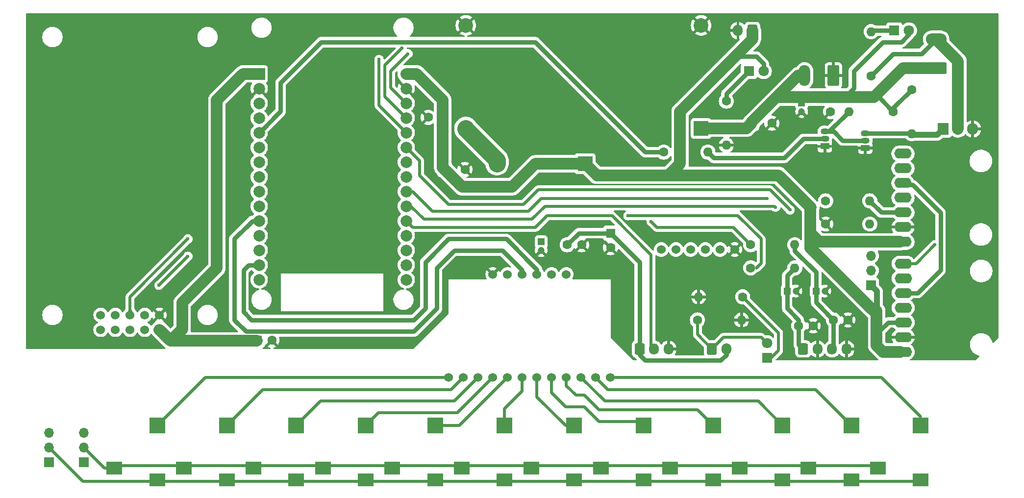
<source format=gbr>
%TF.GenerationSoftware,KiCad,Pcbnew,8.0.4*%
%TF.CreationDate,2024-10-15T19:25:35-05:00*%
%TF.ProjectId,touchboard,746f7563-6862-46f6-9172-642e6b696361,rev?*%
%TF.SameCoordinates,Original*%
%TF.FileFunction,Copper,L1,Top*%
%TF.FilePolarity,Positive*%
%FSLAX46Y46*%
G04 Gerber Fmt 4.6, Leading zero omitted, Abs format (unit mm)*
G04 Created by KiCad (PCBNEW 8.0.4) date 2024-10-15 19:25:35*
%MOMM*%
%LPD*%
G01*
G04 APERTURE LIST*
G04 Aperture macros list*
%AMRoundRect*
0 Rectangle with rounded corners*
0 $1 Rounding radius*
0 $2 $3 $4 $5 $6 $7 $8 $9 X,Y pos of 4 corners*
0 Add a 4 corners polygon primitive as box body*
4,1,4,$2,$3,$4,$5,$6,$7,$8,$9,$2,$3,0*
0 Add four circle primitives for the rounded corners*
1,1,$1+$1,$2,$3*
1,1,$1+$1,$4,$5*
1,1,$1+$1,$6,$7*
1,1,$1+$1,$8,$9*
0 Add four rect primitives between the rounded corners*
20,1,$1+$1,$2,$3,$4,$5,0*
20,1,$1+$1,$4,$5,$6,$7,0*
20,1,$1+$1,$6,$7,$8,$9,0*
20,1,$1+$1,$8,$9,$2,$3,0*%
G04 Aperture macros list end*
%TA.AperFunction,ComponentPad*%
%ADD10C,1.524000*%
%TD*%
%TA.AperFunction,ComponentPad*%
%ADD11C,1.600000*%
%TD*%
%TA.AperFunction,ComponentPad*%
%ADD12O,1.600000X1.600000*%
%TD*%
%TA.AperFunction,ComponentPad*%
%ADD13R,1.200000X1.200000*%
%TD*%
%TA.AperFunction,ComponentPad*%
%ADD14C,1.200000*%
%TD*%
%TA.AperFunction,ComponentPad*%
%ADD15R,1.905000X2.000000*%
%TD*%
%TA.AperFunction,ComponentPad*%
%ADD16O,1.905000X2.000000*%
%TD*%
%TA.AperFunction,ComponentPad*%
%ADD17R,1.600000X1.600000*%
%TD*%
%TA.AperFunction,ComponentPad*%
%ADD18RoundRect,0.250000X0.600000X0.750000X-0.600000X0.750000X-0.600000X-0.750000X0.600000X-0.750000X0*%
%TD*%
%TA.AperFunction,ComponentPad*%
%ADD19O,1.700000X2.000000*%
%TD*%
%TA.AperFunction,SMDPad,CuDef*%
%ADD20R,2.800000X2.200000*%
%TD*%
%TA.AperFunction,SMDPad,CuDef*%
%ADD21R,2.800000X2.800000*%
%TD*%
%TA.AperFunction,ComponentPad*%
%ADD22R,1.700000X1.700000*%
%TD*%
%TA.AperFunction,ComponentPad*%
%ADD23O,1.700000X1.700000*%
%TD*%
%TA.AperFunction,ComponentPad*%
%ADD24R,2.000000X2.000000*%
%TD*%
%TA.AperFunction,ComponentPad*%
%ADD25C,2.000000*%
%TD*%
%TA.AperFunction,ComponentPad*%
%ADD26RoundRect,0.250000X-0.600000X-0.725000X0.600000X-0.725000X0.600000X0.725000X-0.600000X0.725000X0*%
%TD*%
%TA.AperFunction,ComponentPad*%
%ADD27O,1.700000X1.950000*%
%TD*%
%TA.AperFunction,ComponentPad*%
%ADD28R,2.540000X2.540000*%
%TD*%
%TA.AperFunction,ComponentPad*%
%ADD29C,2.540000*%
%TD*%
%TA.AperFunction,ComponentPad*%
%ADD30RoundRect,0.250000X1.550000X-0.750000X1.550000X0.750000X-1.550000X0.750000X-1.550000X-0.750000X0*%
%TD*%
%TA.AperFunction,ComponentPad*%
%ADD31O,3.600000X2.000000*%
%TD*%
%TA.AperFunction,ComponentPad*%
%ADD32O,3.000000X1.750000*%
%TD*%
%TA.AperFunction,ComponentPad*%
%ADD33RoundRect,0.250000X0.750000X1.550000X-0.750000X1.550000X-0.750000X-1.550000X0.750000X-1.550000X0*%
%TD*%
%TA.AperFunction,ComponentPad*%
%ADD34O,2.000000X3.600000*%
%TD*%
%TA.AperFunction,ComponentPad*%
%ADD35R,1.800000X1.800000*%
%TD*%
%TA.AperFunction,ComponentPad*%
%ADD36C,1.800000*%
%TD*%
%TA.AperFunction,ComponentPad*%
%ADD37RoundRect,0.250000X-0.600000X-0.750000X0.600000X-0.750000X0.600000X0.750000X-0.600000X0.750000X0*%
%TD*%
%TA.AperFunction,ComponentPad*%
%ADD38R,1.500000X1.050000*%
%TD*%
%TA.AperFunction,ComponentPad*%
%ADD39O,1.500000X1.050000*%
%TD*%
%TA.AperFunction,ComponentPad*%
%ADD40R,2.600000X2.600000*%
%TD*%
%TA.AperFunction,ComponentPad*%
%ADD41O,2.600000X2.600000*%
%TD*%
%TA.AperFunction,ViaPad*%
%ADD42C,1.200000*%
%TD*%
%TA.AperFunction,ViaPad*%
%ADD43C,0.600000*%
%TD*%
%TA.AperFunction,Conductor*%
%ADD44C,2.000000*%
%TD*%
%TA.AperFunction,Conductor*%
%ADD45C,0.800000*%
%TD*%
%TA.AperFunction,Conductor*%
%ADD46C,3.000000*%
%TD*%
%TA.AperFunction,Conductor*%
%ADD47C,0.500000*%
%TD*%
%TA.AperFunction,Conductor*%
%ADD48C,1.000000*%
%TD*%
G04 APERTURE END LIST*
D10*
%TO.P,U1,1,3V3*%
%TO.N,+3.3V*%
X135350000Y-88110000D03*
%TO.P,U1,2,IRQ*%
%TO.N,unconnected-(U1-IRQ-Pad2)*%
X132810000Y-88110000D03*
%TO.P,U1,3,SCL*%
%TO.N,I2C_SCL*%
X130270000Y-88110000D03*
%TO.P,U1,4,SDA*%
%TO.N,I2C_SDA*%
X127730000Y-88110000D03*
%TO.P,U1,5,ADD*%
%TO.N,I2C_ADD*%
X125190000Y-88110000D03*
%TO.P,U1,6,GND*%
%TO.N,GND*%
X122650000Y-88110000D03*
%TO.P,U1,7,ELE0*%
%TO.N,ELE0*%
X115030000Y-105890000D03*
%TO.P,U1,8,ELE1*%
%TO.N,ELE1*%
X117570000Y-105890000D03*
%TO.P,U1,9,ELE2*%
%TO.N,ELE2*%
X120110000Y-105890000D03*
%TO.P,U1,10,ELE3*%
%TO.N,ELE3*%
X122650000Y-105890000D03*
%TO.P,U1,11,ELE4*%
%TO.N,ELE4*%
X125190000Y-105890000D03*
%TO.P,U1,12,ELE5*%
%TO.N,ELE5*%
X127730000Y-105890000D03*
%TO.P,U1,13,ELE6*%
%TO.N,ELE6*%
X130270000Y-105890000D03*
%TO.P,U1,14,ELE7*%
%TO.N,ELE7*%
X132810000Y-105890000D03*
%TO.P,U1,15,ELE8*%
%TO.N,ELE8*%
X135350000Y-105890000D03*
%TO.P,U1,16,ELE9*%
%TO.N,ELE9*%
X137890000Y-105890000D03*
%TO.P,U1,17,ELE10*%
%TO.N,ELE10*%
X140430000Y-105890000D03*
%TO.P,U1,18,ELE11*%
%TO.N,ELE11*%
X142970000Y-105890000D03*
%TD*%
D11*
%TO.P,R3,1*%
%TO.N,+12V*%
X191810000Y-60000000D03*
D12*
%TO.P,R3,2*%
%TO.N,Net-(Q1-C)*%
X184190000Y-60000000D03*
%TD*%
D13*
%TO.P,C4,1*%
%TO.N,+12V*%
X176000000Y-58500000D03*
D14*
%TO.P,C4,2*%
%TO.N,GND*%
X176000000Y-60000000D03*
%TD*%
D11*
%TO.P,C35,1*%
%TO.N,+3.3V*%
X135500000Y-83000000D03*
%TO.P,C35,2*%
%TO.N,GND*%
X138000000Y-83000000D03*
%TD*%
D15*
%TO.P,Q3,1,G*%
%TO.N,Net-(Q2-C)*%
X200460000Y-63000000D03*
D16*
%TO.P,Q3,2,D*%
%TO.N,Net-(J3-Pin_2)*%
X203000000Y-63000000D03*
%TO.P,Q3,3,S*%
%TO.N,GND*%
X205540000Y-63000000D03*
%TD*%
D13*
%TO.P,C8,1*%
%TO.N,Net-(J4-Pin_3)*%
X178500000Y-91000000D03*
D14*
%TO.P,C8,2*%
%TO.N,GND*%
X180000000Y-91000000D03*
%TD*%
D11*
%TO.P,R1,1*%
%TO.N,Net-(D2-K)*%
X163000000Y-58190000D03*
D12*
%TO.P,R1,2*%
%TO.N,GND*%
X163000000Y-65810000D03*
%TD*%
D17*
%TO.P,C1,1*%
%TO.N,+12V*%
X167347349Y-62000000D03*
D11*
%TO.P,C1,2*%
%TO.N,GND*%
X170847349Y-62000000D03*
%TD*%
%TO.P,RG1,1*%
%TO.N,GND*%
X180143000Y-79420000D03*
D12*
%TO.P,RG1,2*%
%TO.N,Net-(JP1-B)*%
X187763000Y-79420000D03*
%TD*%
D17*
%TO.P,C33,1*%
%TO.N,+3.3V*%
X143000000Y-81000000D03*
D11*
%TO.P,C33,2*%
%TO.N,GND*%
X143000000Y-83500000D03*
%TD*%
D18*
%TO.P,J2,1,Pin_1*%
%TO.N,+5V*%
X167500000Y-46000000D03*
D19*
%TO.P,J2,2,Pin_2*%
%TO.N,GND*%
X165000000Y-46000000D03*
%TD*%
D20*
%TO.P,E9,R*%
%TO.N,SVCC*%
X153300000Y-121600000D03*
%TO.P,E9,S*%
%TO.N,SGND*%
X160700000Y-123600000D03*
D21*
%TO.P,E9,T*%
%TO.N,ELE8*%
X160700000Y-114200000D03*
%TD*%
D22*
%TO.P,JP1,1,A*%
%TO.N,+5V*%
X188000000Y-90000000D03*
D23*
%TO.P,JP1,2,C*%
%TO.N,GAIN*%
X188000000Y-87460000D03*
%TO.P,JP1,3,B*%
%TO.N,Net-(JP1-B)*%
X188000000Y-84920000D03*
%TD*%
D11*
%TO.P,R2,1*%
%TO.N,LED_PWM1*%
X152190000Y-67000000D03*
D12*
%TO.P,R2,2*%
%TO.N,Net-(Q1-B)*%
X159810000Y-67000000D03*
%TD*%
D24*
%TO.P,U3,1,3V3*%
%TO.N,+3.3V*%
X82300000Y-53485000D03*
D25*
%TO.P,U3,2,GND*%
%TO.N,GND*%
X82300000Y-56025000D03*
%TO.P,U3,3,D15*%
%TO.N,HSPI_CS*%
X82300000Y-58565000D03*
%TO.P,U3,4,D2*%
%TO.N,STATUS_LED*%
X82300000Y-61105000D03*
%TO.P,U3,5,D4*%
%TO.N,LED_PWM1*%
X82300000Y-63645000D03*
%TO.P,U3,6,RX2*%
%TO.N,unconnected-(U3-RX2-Pad6)*%
X82300000Y-66185000D03*
%TO.P,U3,7,TX2*%
%TO.N,unconnected-(U3-TX2-Pad7)*%
X82300000Y-68725000D03*
%TO.P,U3,8,D5*%
%TO.N,VSPI_CS*%
X82300000Y-71265000D03*
%TO.P,U3,9,D18*%
%TO.N,VSPI_CLK*%
X82300000Y-73805000D03*
%TO.P,U3,10,D19*%
%TO.N,VSPI_MISO*%
X82300000Y-76345000D03*
%TO.P,U3,11,D21*%
%TO.N,I2C_SDA*%
X82300000Y-78885000D03*
%TO.P,U3,12,RX0*%
%TO.N,unconnected-(U3-RX0-Pad12)*%
X82300000Y-81425000D03*
%TO.P,U3,13,TX0*%
%TO.N,unconnected-(U3-TX0-Pad13)*%
X82300000Y-83965000D03*
%TO.P,U3,14,D22*%
%TO.N,I2C_SCL*%
X82300000Y-86505000D03*
%TO.P,U3,15,D23*%
%TO.N,VSPI_MOSI*%
X82300000Y-89045000D03*
%TO.P,U3,16,EN*%
%TO.N,unconnected-(U3-EN-Pad16)*%
X107700000Y-89045000D03*
%TO.P,U3,17,VP*%
%TO.N,unconnected-(U3-VP-Pad17)*%
X107700000Y-86505000D03*
%TO.P,U3,18,VN*%
%TO.N,unconnected-(U3-VN-Pad18)*%
X107700000Y-83965000D03*
%TO.P,U3,19,D34*%
%TO.N,BTN1*%
X107700000Y-81425000D03*
%TO.P,U3,20,D35*%
%TO.N,POT_GAIN*%
X107700000Y-78885000D03*
%TO.P,U3,21,D32*%
%TO.N,BCLK*%
X107700000Y-76345000D03*
%TO.P,U3,22,D33*%
%TO.N,LRC*%
X107700000Y-73805000D03*
%TO.P,U3,23,D25*%
%TO.N,DAC1*%
X107700000Y-71265000D03*
%TO.P,U3,24,D26*%
%TO.N,DAC2*%
X107700000Y-68725000D03*
%TO.P,U3,25,D27*%
%TO.N,DIN*%
X107700000Y-66185000D03*
%TO.P,U3,26,D14*%
%TO.N,HSPI_CLK*%
X107700000Y-63645000D03*
%TO.P,U3,27,D12*%
%TO.N,HSPI_MISO*%
X107700000Y-61105000D03*
%TO.P,U3,28,D13*%
%TO.N,HSPI_MOSI*%
X107700000Y-58565000D03*
%TO.P,U3,29,GND*%
%TO.N,GND*%
X107700000Y-56025000D03*
%TO.P,U3,30,VIN*%
%TO.N,+5V*%
X107700000Y-53485000D03*
%TD*%
D11*
%TO.P,R6,1*%
%TO.N,BTN1*%
X158000000Y-96000000D03*
D12*
%TO.P,R6,2*%
%TO.N,GND*%
X165620000Y-96000000D03*
%TD*%
D26*
%TO.P,J4,1,Pin_1*%
%TO.N,Net-(J4-Pin_1)*%
X176250000Y-101000000D03*
D27*
%TO.P,J4,2,Pin_2*%
%TO.N,GND*%
X178750000Y-101000000D03*
%TO.P,J4,3,Pin_3*%
%TO.N,Net-(J4-Pin_3)*%
X181250000Y-101000000D03*
%TO.P,J4,4,Pin_4*%
%TO.N,GND*%
X183750000Y-101000000D03*
%TD*%
D20*
%TO.P,E4,R*%
%TO.N,SVCC*%
X93300000Y-121600000D03*
%TO.P,E4,S*%
%TO.N,SGND*%
X100700000Y-123600000D03*
D21*
%TO.P,E4,T*%
%TO.N,ELE3*%
X100700000Y-114200000D03*
%TD*%
D28*
%TO.P,U2,1,Vin*%
%TO.N,+12V*%
X158640000Y-62890000D03*
D29*
%TO.P,U2,2,GND*%
%TO.N,GND*%
X158640000Y-45110000D03*
%TO.P,U2,3,GND*%
X118000000Y-45110000D03*
%TO.P,U2,4,Vout*%
%TO.N,Net-(D1-A)*%
X118000000Y-62890000D03*
%TD*%
D10*
%TO.P,U7,1,CS*%
%TO.N,HSPI_CS*%
X151750000Y-83825000D03*
%TO.P,U7,2,SCK*%
%TO.N,HSPI_CLK*%
X154290000Y-83825000D03*
%TO.P,U7,3,MOSI*%
%TO.N,HSPI_MOSI*%
X156830000Y-83825000D03*
%TO.P,U7,4,MISO*%
%TO.N,HSPI_MISO*%
X159370000Y-83825000D03*
%TO.P,U7,5,VCC*%
%TO.N,+5V*%
X161910000Y-83825000D03*
%TO.P,U7,6,GND*%
%TO.N,GND*%
X164450000Y-83825000D03*
%TD*%
D30*
%TO.P,J3,1,Pin_1*%
%TO.N,+12V*%
X199222500Y-52500000D03*
D31*
%TO.P,J3,2,Pin_2*%
%TO.N,Net-(J3-Pin_2)*%
X199222500Y-47500000D03*
%TD*%
D20*
%TO.P,E7,R*%
%TO.N,SVCC*%
X129300000Y-121600000D03*
%TO.P,E7,S*%
%TO.N,SGND*%
X136700000Y-123600000D03*
D21*
%TO.P,E7,T*%
%TO.N,ELE6*%
X136700000Y-114200000D03*
%TD*%
D20*
%TO.P,E5,R*%
%TO.N,SVCC*%
X105300000Y-121600000D03*
%TO.P,E5,S*%
%TO.N,SGND*%
X112700000Y-123600000D03*
D21*
%TO.P,E5,T*%
%TO.N,ELE4*%
X112700000Y-114200000D03*
%TD*%
D11*
%TO.P,R8,1*%
%TO.N,DAC2*%
X167190000Y-83000000D03*
D12*
%TO.P,R8,2*%
%TO.N,Net-(J4-Pin_3)*%
X174810000Y-83000000D03*
%TD*%
D20*
%TO.P,E10,R*%
%TO.N,SVCC*%
X165300000Y-121600000D03*
%TO.P,E10,S*%
%TO.N,SGND*%
X172700000Y-123600000D03*
D21*
%TO.P,E10,T*%
%TO.N,ELE9*%
X172700000Y-114200000D03*
%TD*%
D11*
%TO.P,RSD1,1*%
%TO.N,+5V*%
X180143000Y-75420000D03*
D12*
%TO.P,RSD1,2*%
%TO.N,Net-(U4-~{SD_MODE})*%
X187763000Y-75420000D03*
%TD*%
D11*
%TO.P,R10,1*%
%TO.N,Net-(D3-K)*%
X165810000Y-92000000D03*
D12*
%TO.P,R10,2*%
%TO.N,GND*%
X158190000Y-92000000D03*
%TD*%
D32*
%TO.P,U4,1,Vin*%
%TO.N,+5V*%
X193499000Y-82500000D03*
%TO.P,U4,2,GND*%
%TO.N,GND*%
X193499000Y-79960000D03*
%TO.P,U4,3,~{SD_MODE}*%
%TO.N,Net-(U4-~{SD_MODE})*%
X193499000Y-77420000D03*
%TO.P,U4,4,GAIN*%
%TO.N,GAIN*%
X193499000Y-74880000D03*
%TO.P,U4,5,DIN*%
%TO.N,DIN*%
X193499000Y-72340000D03*
%TO.P,U4,6,BCLK*%
%TO.N,BCLK*%
X193499000Y-69800000D03*
%TO.P,U4,7,LRC*%
%TO.N,LRC*%
X193499000Y-67260000D03*
%TD*%
%TO.P,U5,1,Vin*%
%TO.N,+5V*%
X193546000Y-101500000D03*
%TO.P,U5,2,GND*%
%TO.N,GND*%
X193546000Y-98960000D03*
%TO.P,U5,3,~{SD_MODE}*%
%TO.N,+5V*%
X193546000Y-96420000D03*
%TO.P,U5,4,GAIN*%
%TO.N,GAIN*%
X193546000Y-93880000D03*
%TO.P,U5,5,DIN*%
%TO.N,DIN*%
X193546000Y-91340000D03*
%TO.P,U5,6,BCLK*%
%TO.N,BCLK*%
X193546000Y-88800000D03*
%TO.P,U5,7,LRC*%
%TO.N,LRC*%
X193546000Y-86260000D03*
%TD*%
D20*
%TO.P,E6,R*%
%TO.N,SVCC*%
X117300000Y-121600000D03*
%TO.P,E6,S*%
%TO.N,SGND*%
X124700000Y-123600000D03*
D21*
%TO.P,E6,T*%
%TO.N,ELE5*%
X124700000Y-114200000D03*
%TD*%
D20*
%TO.P,E11,R*%
%TO.N,SVCC*%
X177180000Y-121600000D03*
%TO.P,E11,S*%
%TO.N,SGND*%
X184580000Y-123600000D03*
D21*
%TO.P,E11,T*%
%TO.N,ELE10*%
X184580000Y-114200000D03*
%TD*%
D11*
%TO.P,C9,1*%
%TO.N,Net-(J4-Pin_3)*%
X181500000Y-96000000D03*
%TO.P,C9,2*%
%TO.N,GND*%
X184000000Y-96000000D03*
%TD*%
D33*
%TO.P,J1,1,Pin_1*%
%TO.N,GND*%
X181500000Y-53777500D03*
D34*
%TO.P,J1,2,Pin_2*%
%TO.N,+12V*%
X176500000Y-53777500D03*
%TD*%
D10*
%TO.P,U6,1,CLKOUT*%
%TO.N,unconnected-(U6-CLKOUT-Pad1)*%
X54920000Y-97670000D03*
%TO.P,U6,2,WOL*%
%TO.N,unconnected-(U6-WOL-Pad2)*%
X57460000Y-97670000D03*
%TO.P,U6,3,MOSI*%
%TO.N,VSPI_MOSI*%
X60000000Y-97670000D03*
%TO.P,U6,4,CS*%
%TO.N,VSPI_CS*%
X62540000Y-97670000D03*
%TO.P,U6,5,VCC*%
%TO.N,+3.3V*%
X65080000Y-97670000D03*
%TO.P,U6,6,INT*%
%TO.N,unconnected-(U6-INT-Pad6)*%
X54920000Y-95130000D03*
%TO.P,U6,7,MISO*%
%TO.N,VSPI_MISO*%
X57460000Y-95130000D03*
%TO.P,U6,8,SCK*%
%TO.N,VSPI_CLK*%
X60000000Y-95130000D03*
%TO.P,U6,9,RESET*%
%TO.N,unconnected-(U6-RESET-Pad9)*%
X62540000Y-95130000D03*
%TO.P,U6,10,GND*%
%TO.N,GND*%
X65080000Y-95130000D03*
%TD*%
D35*
%TO.P,D3,1,K*%
%TO.N,Net-(D3-K)*%
X170000000Y-102540000D03*
D36*
%TO.P,D3,2,A*%
%TO.N,BTN1*%
X170000000Y-100000000D03*
%TD*%
D13*
%TO.P,C34,1*%
%TO.N,+3.3V*%
X131000000Y-82500000D03*
D14*
%TO.P,C34,2*%
%TO.N,GND*%
X131000000Y-84000000D03*
%TD*%
D35*
%TO.P,D4,1,K*%
%TO.N,Net-(D4-K)*%
X192000000Y-46000000D03*
D36*
%TO.P,D4,2,A*%
%TO.N,+12V*%
X194540000Y-46000000D03*
%TD*%
D20*
%TO.P,E8,R*%
%TO.N,SVCC*%
X141300000Y-121600000D03*
%TO.P,E8,S*%
%TO.N,SGND*%
X148700000Y-123600000D03*
D21*
%TO.P,E8,T*%
%TO.N,ELE7*%
X148700000Y-114200000D03*
%TD*%
D37*
%TO.P,J8,1,Pin_1*%
%TO.N,BTN1*%
X160500000Y-101000000D03*
D19*
%TO.P,J8,2,Pin_2*%
%TO.N,+3.3V*%
X163000000Y-101000000D03*
%TD*%
D11*
%TO.P,R4,1*%
%TO.N,+12V*%
X195000000Y-56190000D03*
D12*
%TO.P,R4,2*%
%TO.N,Net-(Q2-C)*%
X195000000Y-63810000D03*
%TD*%
D17*
%TO.P,C32,1*%
%TO.N,+3.3V*%
X82000000Y-99500000D03*
D11*
%TO.P,C32,2*%
%TO.N,GND*%
X84500000Y-99500000D03*
%TD*%
D20*
%TO.P,E12,R*%
%TO.N,SVCC*%
X189180000Y-121600000D03*
%TO.P,E12,S*%
%TO.N,SGND*%
X196580000Y-123600000D03*
D21*
%TO.P,E12,T*%
%TO.N,ELE11*%
X196580000Y-114200000D03*
%TD*%
D11*
%TO.P,C2,1*%
%TO.N,+5V*%
X114000000Y-61000000D03*
%TO.P,C2,2*%
%TO.N,GND*%
X111500000Y-61000000D03*
%TD*%
D38*
%TO.P,Q2,1,E*%
%TO.N,GND*%
X187000000Y-66270000D03*
D39*
%TO.P,Q2,2,B*%
%TO.N,Net-(Q1-C)*%
X187000000Y-65000000D03*
%TO.P,Q2,3,C*%
%TO.N,Net-(Q2-C)*%
X187000000Y-63730000D03*
%TD*%
D20*
%TO.P,E2,R*%
%TO.N,SVCC*%
X69300000Y-121600000D03*
%TO.P,E2,S*%
%TO.N,SGND*%
X76700000Y-123600000D03*
D21*
%TO.P,E2,T*%
%TO.N,ELE1*%
X76700000Y-114200000D03*
%TD*%
D17*
%TO.P,C3,1*%
%TO.N,+5V*%
X114347349Y-70000000D03*
D11*
%TO.P,C3,2*%
%TO.N,GND*%
X117847349Y-70000000D03*
%TD*%
%TO.P,C7,1*%
%TO.N,Net-(J4-Pin_1)*%
X175500000Y-97000000D03*
%TO.P,C7,2*%
%TO.N,GND*%
X178000000Y-97000000D03*
%TD*%
D22*
%TO.P,JP3,1,A*%
%TO.N,+3.3V*%
X52000000Y-120540000D03*
D23*
%TO.P,JP3,2,C*%
%TO.N,SVCC*%
X52000000Y-118000000D03*
%TO.P,JP3,3,B*%
%TO.N,unconnected-(JP3-B-Pad3)*%
X52000000Y-115460000D03*
%TD*%
D40*
%TO.P,D1,1,K*%
%TO.N,+5V*%
X138620000Y-69000000D03*
D41*
%TO.P,D1,2,A*%
%TO.N,Net-(D1-A)*%
X123380000Y-69000000D03*
%TD*%
D11*
%TO.P,C5,1*%
%TO.N,+12V*%
X181000000Y-57500000D03*
%TO.P,C5,2*%
%TO.N,GND*%
X181000000Y-60000000D03*
%TD*%
D20*
%TO.P,E1,R*%
%TO.N,SVCC*%
X57300000Y-121600000D03*
%TO.P,E1,S*%
%TO.N,SGND*%
X64700000Y-123600000D03*
D21*
%TO.P,E1,T*%
%TO.N,ELE0*%
X64700000Y-114200000D03*
%TD*%
D11*
%TO.P,R7,1*%
%TO.N,DAC1*%
X167190000Y-87000000D03*
D12*
%TO.P,R7,2*%
%TO.N,Net-(J4-Pin_1)*%
X174810000Y-87000000D03*
%TD*%
D11*
%TO.P,R5,1*%
%TO.N,Net-(J3-Pin_2)*%
X188000000Y-53810000D03*
D12*
%TO.P,R5,2*%
%TO.N,Net-(D4-K)*%
X188000000Y-46190000D03*
%TD*%
D13*
%TO.P,C6,1*%
%TO.N,Net-(J4-Pin_1)*%
X173500000Y-91000000D03*
D14*
%TO.P,C6,2*%
%TO.N,GND*%
X175000000Y-91000000D03*
%TD*%
D35*
%TO.P,D2,1,K*%
%TO.N,Net-(D2-K)*%
X166905000Y-53000000D03*
D36*
%TO.P,D2,2,A*%
%TO.N,+5V*%
X169445000Y-53000000D03*
%TD*%
D22*
%TO.P,JP2,1,A*%
%TO.N,GND*%
X46000000Y-120540000D03*
D23*
%TO.P,JP2,2,C*%
%TO.N,SGND*%
X46000000Y-118000000D03*
%TO.P,JP2,3,B*%
%TO.N,unconnected-(JP2-B-Pad3)*%
X46000000Y-115460000D03*
%TD*%
D26*
%TO.P,J5,1,Pin_1*%
%TO.N,+3.3V*%
X148000000Y-101000000D03*
D27*
%TO.P,J5,2,Pin_2*%
%TO.N,POT_GAIN*%
X150500000Y-101000000D03*
%TO.P,J5,3,Pin_3*%
%TO.N,GND*%
X153000000Y-101000000D03*
%TD*%
D20*
%TO.P,E3,R*%
%TO.N,SVCC*%
X81300000Y-121600000D03*
%TO.P,E3,S*%
%TO.N,SGND*%
X88700000Y-123600000D03*
D21*
%TO.P,E3,T*%
%TO.N,ELE2*%
X88700000Y-114200000D03*
%TD*%
D38*
%TO.P,Q1,1,E*%
%TO.N,GND*%
X180000000Y-66000000D03*
D39*
%TO.P,Q1,2,B*%
%TO.N,Net-(Q1-B)*%
X180000000Y-64730000D03*
%TO.P,Q1,3,C*%
%TO.N,Net-(Q1-C)*%
X180000000Y-63460000D03*
%TD*%
D42*
%TO.N,GND*%
X51000000Y-94000000D03*
X151000000Y-60000000D03*
X102000000Y-45000000D03*
X107000000Y-100000000D03*
X199000000Y-67000000D03*
X44000000Y-99000000D03*
D43*
X196000000Y-84000000D03*
D42*
X145000000Y-88000000D03*
X122000000Y-59000000D03*
X117000000Y-86000000D03*
X153427717Y-87867390D03*
X208000000Y-58000000D03*
X44000000Y-45000000D03*
X44000000Y-69000000D03*
X79000000Y-69000000D03*
X79000000Y-45000000D03*
X198000000Y-45000000D03*
X208670183Y-84489692D03*
X179000000Y-46000000D03*
X145000000Y-98000000D03*
X208000000Y-45000000D03*
X111000000Y-82000000D03*
D43*
X191000000Y-95000000D03*
D42*
X44000000Y-91000000D03*
X87000000Y-85000000D03*
X201000000Y-102000000D03*
D43*
%TO.N,HSPI_CLK*%
X103000000Y-51000000D03*
%TO.N,HSPI_MOSI*%
X108000000Y-50000000D03*
%TO.N,VSPI_CLK*%
X70000000Y-82000000D03*
%TO.N,HSPI_MISO*%
X107000000Y-49000000D03*
%TO.N,VSPI_MISO*%
X65000000Y-90000000D03*
X70000000Y-85000000D03*
%TO.N,DIN*%
X174000000Y-77000000D03*
%TO.N,BCLK*%
X171500000Y-76500000D03*
%TO.N,LRC*%
X199000000Y-83000000D03*
X170000000Y-75000000D03*
%TO.N,+5V*%
X158000000Y-71000000D03*
%TO.N,DAC1*%
X146000000Y-78000000D03*
%TO.N,DAC2*%
X150000000Y-79000000D03*
%TD*%
D44*
%TO.N,+12V*%
X188500000Y-57500000D02*
X193500000Y-52500000D01*
X175396175Y-53777500D02*
X171586837Y-57586837D01*
X171586837Y-57586837D02*
X167347349Y-61826326D01*
X175396175Y-53777500D02*
X176500000Y-53777500D01*
D45*
X183500000Y-57500000D02*
X182000000Y-57500000D01*
D44*
X176000000Y-57500000D02*
X171673674Y-57500000D01*
X181000000Y-57500000D02*
X176000000Y-57500000D01*
D45*
X185000000Y-53000000D02*
X185000000Y-56000000D01*
X194540000Y-46684212D02*
X193224212Y-48000000D01*
D44*
X166457349Y-62890000D02*
X158640000Y-62890000D01*
X171673674Y-57500000D02*
X171586837Y-57586837D01*
D45*
X194540000Y-46000000D02*
X194540000Y-46684212D01*
X191810000Y-59380000D02*
X195000000Y-56190000D01*
X185000000Y-56000000D02*
X183500000Y-57500000D01*
X191810000Y-60000000D02*
X189310000Y-57500000D01*
X190000000Y-48000000D02*
X185000000Y-53000000D01*
X193224212Y-48000000D02*
X190000000Y-48000000D01*
X176000000Y-58500000D02*
X176000000Y-57500000D01*
D44*
X193500000Y-52500000D02*
X199222500Y-52500000D01*
X181000000Y-57500000D02*
X182000000Y-57500000D01*
D45*
X191810000Y-60000000D02*
X191810000Y-59380000D01*
D44*
X167347349Y-61826326D02*
X167347349Y-62000000D01*
X167347349Y-62000000D02*
X166457349Y-62890000D01*
X182000000Y-57500000D02*
X188500000Y-57500000D01*
D46*
%TO.N,Net-(D1-A)*%
X123380000Y-68380000D02*
X123380000Y-69000000D01*
X118000000Y-63000000D02*
X123380000Y-68380000D01*
X118000000Y-62890000D02*
X118000000Y-63000000D01*
D45*
%TO.N,Net-(D2-K)*%
X166905000Y-53000000D02*
X163000000Y-56905000D01*
X163000000Y-56905000D02*
X163000000Y-58190000D01*
D47*
%TO.N,ELE0*%
X73010000Y-105890000D02*
X64700000Y-114200000D01*
X115030000Y-105890000D02*
X73010000Y-105890000D01*
D45*
%TO.N,+3.3V*%
X143000000Y-81000000D02*
X137500000Y-81000000D01*
X137500000Y-81000000D02*
X135500000Y-83000000D01*
D44*
X82300000Y-53485000D02*
X79515000Y-53485000D01*
D45*
X148000000Y-86000000D02*
X143000000Y-81000000D01*
X163000000Y-102000000D02*
X163000000Y-101000000D01*
D44*
X67010000Y-99600000D02*
X65080000Y-97670000D01*
D45*
X148000000Y-102000000D02*
X149000000Y-103000000D01*
D44*
X75000000Y-87000000D02*
X69000000Y-93000000D01*
X81900000Y-99600000D02*
X67010000Y-99600000D01*
D45*
X148000000Y-101000000D02*
X148000000Y-86000000D01*
D44*
X69000000Y-97610000D02*
X67010000Y-99600000D01*
X79515000Y-53485000D02*
X75000000Y-58000000D01*
D45*
X148000000Y-101000000D02*
X148000000Y-102000000D01*
D44*
X69000000Y-93000000D02*
X69000000Y-97610000D01*
D45*
X149000000Y-103000000D02*
X162000000Y-103000000D01*
D44*
X75000000Y-58000000D02*
X75000000Y-87000000D01*
D45*
X162000000Y-103000000D02*
X163000000Y-102000000D01*
D47*
%TO.N,ELE1*%
X115460000Y-108000000D02*
X82900000Y-108000000D01*
X82900000Y-108000000D02*
X76700000Y-114200000D01*
X117570000Y-105890000D02*
X115460000Y-108000000D01*
%TO.N,ELE2*%
X116000000Y-110000000D02*
X92900000Y-110000000D01*
X92900000Y-110000000D02*
X88700000Y-114200000D01*
X120110000Y-105890000D02*
X116000000Y-110000000D01*
%TO.N,ELE3*%
X102900000Y-112000000D02*
X100700000Y-114200000D01*
X116540000Y-112000000D02*
X102900000Y-112000000D01*
X122650000Y-105890000D02*
X116540000Y-112000000D01*
%TO.N,ELE4*%
X116880000Y-114200000D02*
X112700000Y-114200000D01*
X125190000Y-105890000D02*
X118380000Y-112700000D01*
X118380000Y-112700000D02*
X116880000Y-114200000D01*
%TO.N,ELE5*%
X127730000Y-108270000D02*
X124700000Y-111300000D01*
X124700000Y-111300000D02*
X124700000Y-114200000D01*
X127730000Y-105890000D02*
X127730000Y-108270000D01*
%TO.N,ELE6*%
X130270000Y-105890000D02*
X130270000Y-109270000D01*
X135200000Y-114200000D02*
X136700000Y-114200000D01*
X130270000Y-109270000D02*
X135200000Y-114200000D01*
%TO.N,ELE7*%
X132810000Y-105890000D02*
X132810000Y-108560000D01*
X138500000Y-111000000D02*
X141000000Y-113500000D01*
X132810000Y-108560000D02*
X135250000Y-111000000D01*
X135250000Y-111000000D02*
X138500000Y-111000000D01*
X148000000Y-113500000D02*
X148700000Y-114200000D01*
X141000000Y-113500000D02*
X148000000Y-113500000D01*
%TO.N,ELE8*%
X141000000Y-111500000D02*
X158000000Y-111500000D01*
X158000000Y-111500000D02*
X160700000Y-114200000D01*
X137000000Y-109000000D02*
X138500000Y-109000000D01*
X135350000Y-107350000D02*
X137000000Y-109000000D01*
X135350000Y-105890000D02*
X135350000Y-107350000D01*
X138500000Y-109000000D02*
X141000000Y-111500000D01*
%TO.N,ELE9*%
X168500000Y-110000000D02*
X172700000Y-114200000D01*
X137890000Y-105890000D02*
X142000000Y-110000000D01*
X142000000Y-110000000D02*
X168500000Y-110000000D01*
%TO.N,ELE10*%
X178380000Y-108000000D02*
X142540000Y-108000000D01*
X142540000Y-108000000D02*
X140430000Y-105890000D01*
X184580000Y-114200000D02*
X178380000Y-108000000D01*
%TO.N,ELE11*%
X142970000Y-105890000D02*
X189770000Y-105890000D01*
X189770000Y-105890000D02*
X196580000Y-112700000D01*
D45*
%TO.N,I2C_SDA*%
X80000000Y-98000000D02*
X109000000Y-98000000D01*
X109000000Y-98000000D02*
X113000000Y-94000000D01*
X113000000Y-87000000D02*
X116000000Y-84000000D01*
X124310000Y-84000000D02*
X127730000Y-87420000D01*
X127730000Y-87420000D02*
X127730000Y-88110000D01*
X78000000Y-82000000D02*
X78000000Y-96000000D01*
X82300000Y-78885000D02*
X81115000Y-78885000D01*
X81115000Y-78885000D02*
X78000000Y-82000000D01*
X116000000Y-84000000D02*
X124310000Y-84000000D01*
X78000000Y-96000000D02*
X80000000Y-98000000D01*
X113000000Y-94000000D02*
X113000000Y-87000000D01*
%TO.N,I2C_SCL*%
X81000000Y-96000000D02*
X109000000Y-96000000D01*
X109000000Y-96000000D02*
X111000000Y-94000000D01*
X130270000Y-87270000D02*
X130270000Y-88110000D01*
X79583912Y-87416088D02*
X79583912Y-94583912D01*
X111000000Y-94000000D02*
X111000000Y-86000000D01*
X125000000Y-82000000D02*
X130270000Y-87270000D01*
X82300000Y-86505000D02*
X80495000Y-86505000D01*
X79583912Y-94583912D02*
X81000000Y-96000000D01*
X115000000Y-82000000D02*
X125000000Y-82000000D01*
X80495000Y-86505000D02*
X79583912Y-87416088D01*
X111000000Y-86000000D02*
X115000000Y-82000000D01*
D47*
%TO.N,HSPI_CLK*%
X103000000Y-51000000D02*
X103000000Y-58945000D01*
X103000000Y-58945000D02*
X107700000Y-63645000D01*
%TO.N,HSPI_MOSI*%
X108000000Y-50000000D02*
X105000000Y-53000000D01*
X105000000Y-53000000D02*
X105000000Y-55865000D01*
X105000000Y-55865000D02*
X107700000Y-58565000D01*
%TO.N,SGND*%
X184830000Y-123850000D02*
X196330000Y-123850000D01*
X100950000Y-123850000D02*
X112450000Y-123850000D01*
X100450000Y-123850000D02*
X100700000Y-123600000D01*
X148700000Y-123600000D02*
X148950000Y-123850000D01*
X160950000Y-123850000D02*
X172450000Y-123850000D01*
X88950000Y-123850000D02*
X100450000Y-123850000D01*
X112950000Y-123850000D02*
X124450000Y-123850000D01*
X124700000Y-123600000D02*
X124950000Y-123850000D01*
X76950000Y-123850000D02*
X88450000Y-123850000D01*
X148450000Y-123850000D02*
X148700000Y-123600000D01*
X172700000Y-123600000D02*
X172950000Y-123850000D01*
X136950000Y-123850000D02*
X148450000Y-123850000D01*
X88450000Y-123850000D02*
X88700000Y-123600000D01*
X160450000Y-123850000D02*
X160700000Y-123600000D01*
X148950000Y-123850000D02*
X160450000Y-123850000D01*
X172950000Y-123850000D02*
X184330000Y-123850000D01*
X64450000Y-123850000D02*
X64700000Y-123600000D01*
X184330000Y-123850000D02*
X184580000Y-123600000D01*
X136450000Y-123850000D02*
X136700000Y-123600000D01*
X76450000Y-123850000D02*
X76700000Y-123600000D01*
X172450000Y-123850000D02*
X172700000Y-123600000D01*
X64700000Y-123600000D02*
X64950000Y-123850000D01*
X46000000Y-118000000D02*
X51850000Y-123850000D01*
X76700000Y-123600000D02*
X76950000Y-123850000D01*
X136700000Y-123600000D02*
X136950000Y-123850000D01*
X112700000Y-123600000D02*
X112950000Y-123850000D01*
X112450000Y-123850000D02*
X112700000Y-123600000D01*
X51850000Y-123850000D02*
X64450000Y-123850000D01*
X100700000Y-123600000D02*
X100950000Y-123850000D01*
X184580000Y-123600000D02*
X184830000Y-123850000D01*
X124450000Y-123850000D02*
X124700000Y-123600000D01*
X64950000Y-123850000D02*
X76450000Y-123850000D01*
X196330000Y-123850000D02*
X196580000Y-123600000D01*
X124950000Y-123850000D02*
X136450000Y-123850000D01*
X160700000Y-123600000D02*
X160950000Y-123850000D01*
X88700000Y-123600000D02*
X88950000Y-123850000D01*
D45*
%TO.N,VSPI_CLK*%
X60000000Y-95130000D02*
X60000000Y-94500000D01*
D47*
X60000000Y-92000000D02*
X60000000Y-95130000D01*
X70000000Y-82000000D02*
X60000000Y-92000000D01*
%TO.N,HSPI_MISO*%
X107000000Y-49000000D02*
X104000000Y-52000000D01*
X104000000Y-52000000D02*
X104000000Y-57405000D01*
X104000000Y-57405000D02*
X107700000Y-61105000D01*
%TO.N,VSPI_MISO*%
X70000000Y-85000000D02*
X65000000Y-90000000D01*
%TO.N,DIN*%
X170506256Y-73506256D02*
X174000000Y-77000000D01*
X110000000Y-68485000D02*
X110000000Y-71000000D01*
X115000000Y-76000000D02*
X128000000Y-76000000D01*
D45*
X195213000Y-72680000D02*
X200000000Y-77467000D01*
X192739000Y-72420000D02*
X192999000Y-72680000D01*
X200000000Y-77467000D02*
X200000000Y-87373000D01*
D47*
X128000000Y-76000000D02*
X130493744Y-73506256D01*
X107700000Y-66185000D02*
X110000000Y-68485000D01*
D45*
X192999000Y-72680000D02*
X195213000Y-72680000D01*
X196033000Y-91340000D02*
X193046000Y-91340000D01*
D47*
X110000000Y-71000000D02*
X115000000Y-76000000D01*
D45*
X200000000Y-87373000D02*
X196033000Y-91340000D01*
D47*
X130493744Y-73506256D02*
X170506256Y-73506256D01*
%TO.N,BCLK*%
X108522500Y-76345000D02*
X107700000Y-76345000D01*
X131660979Y-76339021D02*
X129441980Y-78558020D01*
X171339021Y-76339021D02*
X131660979Y-76339021D01*
X171500000Y-76500000D02*
X171339021Y-76339021D01*
X129441980Y-78558020D02*
X110735520Y-78558020D01*
X110735520Y-78558020D02*
X108522500Y-76345000D01*
%TO.N,LRC*%
X112188850Y-77188850D02*
X108805000Y-73805000D01*
X199000000Y-83000000D02*
X195740000Y-86260000D01*
X131000000Y-75000000D02*
X128811150Y-77188850D01*
X195740000Y-86260000D02*
X193046000Y-86260000D01*
X108805000Y-73805000D02*
X107700000Y-73805000D01*
X170000000Y-75000000D02*
X131000000Y-75000000D01*
X128811150Y-77188850D02*
X112188850Y-77188850D01*
%TO.N,BTN1*%
X170000000Y-100000000D02*
X169000000Y-99000000D01*
X158000000Y-98500000D02*
X160500000Y-101000000D01*
X158000000Y-96000000D02*
X158000000Y-98500000D01*
X162500000Y-99000000D02*
X160500000Y-101000000D01*
X169000000Y-99000000D02*
X162500000Y-99000000D01*
%TO.N,POT_GAIN*%
X108815000Y-80000000D02*
X107700000Y-78885000D01*
X150500000Y-101000000D02*
X150000000Y-100500000D01*
X130000000Y-80000000D02*
X108815000Y-80000000D01*
X150000000Y-100500000D02*
X150000000Y-84750000D01*
X150000000Y-84750000D02*
X143250000Y-78000000D01*
X132000000Y-78000000D02*
X130000000Y-80000000D01*
X143250000Y-78000000D02*
X132000000Y-78000000D01*
D44*
%TO.N,+5V*%
X188953000Y-100420000D02*
X190033000Y-101500000D01*
X188953000Y-94420000D02*
X188953000Y-98420000D01*
X172000000Y-71000000D02*
X177580000Y-76580000D01*
X177533000Y-81033000D02*
X179000000Y-82500000D01*
X130000000Y-69000000D02*
X138620000Y-69000000D01*
X153000000Y-71000000D02*
X151000000Y-71000000D01*
X177533000Y-82840000D02*
X177533000Y-83533000D01*
X155000000Y-60000000D02*
X155000000Y-69000000D01*
X164500000Y-50500000D02*
X155000000Y-60000000D01*
X114000000Y-60000000D02*
X114000000Y-58000000D01*
D48*
X189000000Y-94373000D02*
X188953000Y-94420000D01*
D45*
X190953000Y-96420000D02*
X188953000Y-98420000D01*
D44*
X177533000Y-81000000D02*
X177533000Y-81033000D01*
D45*
X168217792Y-50500000D02*
X164500000Y-50500000D01*
X193046000Y-96420000D02*
X190953000Y-96420000D01*
X151000000Y-71000000D02*
X146000000Y-71000000D01*
D44*
X114000000Y-58000000D02*
X109485000Y-53485000D01*
X188420000Y-94420000D02*
X188953000Y-94420000D01*
X140620000Y-71000000D02*
X158000000Y-71000000D01*
D45*
X169445000Y-53000000D02*
X169445000Y-51727208D01*
D44*
X130000000Y-69000000D02*
X126000000Y-73000000D01*
D48*
X189000000Y-91000000D02*
X189000000Y-94373000D01*
D44*
X117347349Y-73000000D02*
X114347349Y-70000000D01*
X138620000Y-69000000D02*
X140620000Y-71000000D01*
X177533000Y-83533000D02*
X188420000Y-94420000D01*
X177533000Y-81000000D02*
X177533000Y-82840000D01*
X109485000Y-53485000D02*
X107700000Y-53485000D01*
X114000000Y-69652651D02*
X114000000Y-60000000D01*
X177533000Y-82840000D02*
X177873000Y-82500000D01*
X179000000Y-82500000D02*
X192999000Y-82500000D01*
X155000000Y-69000000D02*
X153000000Y-71000000D01*
X188953000Y-98420000D02*
X188953000Y-100420000D01*
X167500000Y-47500000D02*
X164500000Y-50500000D01*
X190033000Y-101500000D02*
X193046000Y-101500000D01*
X177533000Y-76627000D02*
X177533000Y-81000000D01*
D48*
X188000000Y-90000000D02*
X189000000Y-91000000D01*
D44*
X167500000Y-46000000D02*
X167500000Y-47500000D01*
X158000000Y-71000000D02*
X172000000Y-71000000D01*
X114347349Y-70000000D02*
X114000000Y-69652651D01*
X177580000Y-76580000D02*
X177533000Y-76627000D01*
X126000000Y-73000000D02*
X117347349Y-73000000D01*
X177873000Y-82500000D02*
X179000000Y-82500000D01*
D45*
X169445000Y-51727208D02*
X168217792Y-50500000D01*
%TO.N,Net-(U4-~{SD_MODE})*%
X192659000Y-77420000D02*
X189763000Y-77420000D01*
X192999000Y-77760000D02*
X192659000Y-77420000D01*
X189763000Y-77420000D02*
X187763000Y-75420000D01*
D47*
%TO.N,Net-(D3-K)*%
X172000000Y-101270000D02*
X172000000Y-98190000D01*
X172000000Y-98190000D02*
X165810000Y-92000000D01*
X170730000Y-102540000D02*
X172000000Y-101270000D01*
X170000000Y-102540000D02*
X170730000Y-102540000D01*
D45*
%TO.N,Net-(J4-Pin_1)*%
X175500000Y-96000000D02*
X173500000Y-94000000D01*
X175500000Y-100250000D02*
X175500000Y-96000000D01*
X173500000Y-88310000D02*
X174810000Y-87000000D01*
X176250000Y-101000000D02*
X175500000Y-100250000D01*
X173500000Y-94000000D02*
X173500000Y-88310000D01*
%TO.N,Net-(J4-Pin_3)*%
X174810000Y-84056616D02*
X174810000Y-83131370D01*
X178500000Y-91000000D02*
X178500000Y-87746616D01*
X178500000Y-87746616D02*
X174810000Y-84056616D01*
X181500000Y-100750000D02*
X181250000Y-101000000D01*
X181500000Y-96000000D02*
X178500000Y-93000000D01*
X178500000Y-93000000D02*
X178500000Y-91000000D01*
X181500000Y-96000000D02*
X181500000Y-100750000D01*
%TO.N,Net-(D4-K)*%
X192000000Y-46000000D02*
X188190000Y-46000000D01*
X188190000Y-46000000D02*
X188000000Y-46190000D01*
%TO.N,Net-(J3-Pin_2)*%
X191810000Y-50000000D02*
X196722500Y-50000000D01*
D44*
X203000000Y-51277500D02*
X203000000Y-63000000D01*
D45*
X196722500Y-50000000D02*
X199222500Y-47500000D01*
D44*
X199222500Y-47500000D02*
X203000000Y-51277500D01*
D45*
X188000000Y-53810000D02*
X191810000Y-50000000D01*
%TO.N,Net-(Q1-C)*%
X180730000Y-63460000D02*
X184190000Y-60000000D01*
X181550000Y-63460000D02*
X180000000Y-63460000D01*
X183090000Y-65000000D02*
X187000000Y-65000000D01*
X183090000Y-65000000D02*
X181550000Y-63460000D01*
X180000000Y-63460000D02*
X180730000Y-63460000D01*
%TO.N,Net-(Q1-B)*%
X173000000Y-68000000D02*
X176270000Y-64730000D01*
X176270000Y-64730000D02*
X180000000Y-64730000D01*
X159810000Y-67000000D02*
X160810000Y-68000000D01*
X160810000Y-68000000D02*
X173000000Y-68000000D01*
%TO.N,Net-(Q2-C)*%
X194920000Y-63730000D02*
X195000000Y-63810000D01*
D48*
X199460000Y-64000000D02*
X194810000Y-64000000D01*
D45*
X187000000Y-63730000D02*
X194920000Y-63730000D01*
D48*
X200460000Y-63000000D02*
X199460000Y-64000000D01*
D45*
%TO.N,LED_PWM1*%
X93000000Y-48000000D02*
X86000000Y-55000000D01*
X86000000Y-55000000D02*
X86000000Y-59945000D01*
X86000000Y-59945000D02*
X82300000Y-63645000D01*
X152190000Y-67000000D02*
X149000000Y-67000000D01*
X149000000Y-67000000D02*
X130000000Y-48000000D01*
X130000000Y-48000000D02*
X93000000Y-48000000D01*
D47*
%TO.N,DAC1*%
X169000000Y-82000000D02*
X169000000Y-86190000D01*
X146000000Y-78000000D02*
X165000000Y-78000000D01*
X169000000Y-86190000D02*
X168190000Y-87000000D01*
X165000000Y-78000000D02*
X169000000Y-82000000D01*
%TO.N,DAC2*%
X167190000Y-83000000D02*
X164190000Y-80000000D01*
X151000000Y-80000000D02*
X150000000Y-79000000D01*
X164190000Y-80000000D02*
X151000000Y-80000000D01*
%TO.N,SVCC*%
X105750000Y-121150000D02*
X116850000Y-121150000D01*
X80850000Y-121150000D02*
X81300000Y-121600000D01*
X165300000Y-121600000D02*
X165750000Y-121150000D01*
X93750000Y-121150000D02*
X104850000Y-121150000D01*
X153750000Y-121150000D02*
X153300000Y-121600000D01*
X165300000Y-121600000D02*
X164850000Y-121150000D01*
X177630000Y-121150000D02*
X188730000Y-121150000D01*
X104850000Y-121150000D02*
X105300000Y-121600000D01*
X176730000Y-121150000D02*
X177180000Y-121600000D01*
X177180000Y-121600000D02*
X177630000Y-121150000D01*
X81750000Y-121150000D02*
X92850000Y-121150000D01*
X164850000Y-121150000D02*
X153750000Y-121150000D01*
X141750000Y-121150000D02*
X152850000Y-121150000D01*
X129300000Y-121600000D02*
X129750000Y-121150000D01*
X81300000Y-121600000D02*
X81750000Y-121150000D01*
X105300000Y-121600000D02*
X105750000Y-121150000D01*
X57300000Y-121600000D02*
X57750000Y-121150000D01*
X129750000Y-121150000D02*
X140850000Y-121150000D01*
X69750000Y-121150000D02*
X80850000Y-121150000D01*
X69300000Y-121600000D02*
X69750000Y-121150000D01*
X116850000Y-121150000D02*
X117300000Y-121600000D01*
X92850000Y-121150000D02*
X93300000Y-121600000D01*
X152850000Y-121150000D02*
X153300000Y-121600000D01*
X188730000Y-121150000D02*
X189180000Y-121600000D01*
X52000000Y-118000000D02*
X55600000Y-121600000D01*
X55600000Y-121600000D02*
X57300000Y-121600000D01*
X57750000Y-121150000D02*
X68850000Y-121150000D01*
X141300000Y-121600000D02*
X141750000Y-121150000D01*
X117750000Y-121150000D02*
X128850000Y-121150000D01*
X117300000Y-121600000D02*
X117750000Y-121150000D01*
X140850000Y-121150000D02*
X141300000Y-121600000D01*
X165750000Y-121150000D02*
X176730000Y-121150000D01*
X93300000Y-121600000D02*
X93750000Y-121150000D01*
X68850000Y-121150000D02*
X69300000Y-121600000D01*
X128850000Y-121150000D02*
X129300000Y-121600000D01*
%TD*%
%TA.AperFunction,Conductor*%
%TO.N,GND*%
G36*
X105805810Y-48920185D02*
G01*
X105851565Y-48972989D01*
X105861509Y-49042147D01*
X105832484Y-49105703D01*
X105826452Y-49112181D01*
X104001111Y-50937519D01*
X103939788Y-50971004D01*
X103870096Y-50966020D01*
X103814163Y-50924148D01*
X103790210Y-50863722D01*
X103785368Y-50820745D01*
X103725789Y-50650478D01*
X103629816Y-50497738D01*
X103502262Y-50370184D01*
X103390551Y-50299991D01*
X103349523Y-50274211D01*
X103179254Y-50214631D01*
X103179249Y-50214630D01*
X103000004Y-50194435D01*
X102999996Y-50194435D01*
X102820750Y-50214630D01*
X102820745Y-50214631D01*
X102650476Y-50274211D01*
X102497737Y-50370184D01*
X102370184Y-50497737D01*
X102274211Y-50650476D01*
X102214631Y-50820745D01*
X102214630Y-50820750D01*
X102194435Y-50999996D01*
X102194435Y-51000003D01*
X102214630Y-51179249D01*
X102214631Y-51179251D01*
X102242542Y-51259017D01*
X102249500Y-51299972D01*
X102249500Y-59018918D01*
X102249500Y-59018920D01*
X102249499Y-59018920D01*
X102278340Y-59163907D01*
X102278343Y-59163917D01*
X102334912Y-59300488D01*
X102334920Y-59300502D01*
X102362868Y-59342328D01*
X102362869Y-59342331D01*
X102362870Y-59342331D01*
X102405191Y-59405671D01*
X102417051Y-59423420D01*
X102417052Y-59423421D01*
X106200618Y-63206986D01*
X106234103Y-63268309D01*
X106233143Y-63325107D01*
X106214891Y-63397182D01*
X106194357Y-63644994D01*
X106194357Y-63645005D01*
X106214890Y-63892812D01*
X106214892Y-63892824D01*
X106275936Y-64133881D01*
X106375826Y-64361606D01*
X106511833Y-64569782D01*
X106511836Y-64569785D01*
X106680256Y-64752738D01*
X106763008Y-64817147D01*
X106803821Y-64873857D01*
X106807496Y-64943630D01*
X106772864Y-65004313D01*
X106763014Y-65012848D01*
X106704400Y-65058469D01*
X106680257Y-65077261D01*
X106511833Y-65260217D01*
X106375826Y-65468393D01*
X106275936Y-65696118D01*
X106214892Y-65937175D01*
X106214890Y-65937187D01*
X106194357Y-66184994D01*
X106194357Y-66185005D01*
X106214890Y-66432812D01*
X106214892Y-66432824D01*
X106275936Y-66673881D01*
X106375826Y-66901606D01*
X106511833Y-67109782D01*
X106511836Y-67109785D01*
X106680256Y-67292738D01*
X106763008Y-67357147D01*
X106803821Y-67413857D01*
X106807496Y-67483630D01*
X106772864Y-67544313D01*
X106763014Y-67552848D01*
X106735794Y-67574035D01*
X106680257Y-67617261D01*
X106511833Y-67800217D01*
X106375826Y-68008393D01*
X106275936Y-68236118D01*
X106214892Y-68477175D01*
X106214890Y-68477187D01*
X106194357Y-68724994D01*
X106194357Y-68725005D01*
X106214890Y-68972812D01*
X106214892Y-68972824D01*
X106275936Y-69213881D01*
X106375826Y-69441606D01*
X106511833Y-69649782D01*
X106511836Y-69649785D01*
X106680256Y-69832738D01*
X106763008Y-69897147D01*
X106803821Y-69953857D01*
X106807496Y-70023630D01*
X106772864Y-70084313D01*
X106763014Y-70092848D01*
X106736092Y-70113803D01*
X106680257Y-70157261D01*
X106511833Y-70340217D01*
X106375826Y-70548393D01*
X106275936Y-70776118D01*
X106214892Y-71017175D01*
X106214890Y-71017187D01*
X106194357Y-71264994D01*
X106194357Y-71265005D01*
X106214890Y-71512812D01*
X106214892Y-71512824D01*
X106275936Y-71753881D01*
X106375826Y-71981606D01*
X106511833Y-72189782D01*
X106511836Y-72189785D01*
X106680256Y-72372738D01*
X106763008Y-72437147D01*
X106803821Y-72493857D01*
X106807496Y-72563630D01*
X106772864Y-72624313D01*
X106763014Y-72632848D01*
X106725436Y-72662097D01*
X106680257Y-72697261D01*
X106511833Y-72880217D01*
X106375826Y-73088393D01*
X106275936Y-73316118D01*
X106214892Y-73557175D01*
X106214890Y-73557187D01*
X106194357Y-73804994D01*
X106194357Y-73805005D01*
X106214890Y-74052812D01*
X106214892Y-74052824D01*
X106275936Y-74293881D01*
X106375826Y-74521606D01*
X106511833Y-74729782D01*
X106511836Y-74729785D01*
X106680256Y-74912738D01*
X106763008Y-74977147D01*
X106803821Y-75033857D01*
X106807496Y-75103630D01*
X106772864Y-75164313D01*
X106763014Y-75172848D01*
X106736736Y-75193302D01*
X106680257Y-75237261D01*
X106511833Y-75420217D01*
X106375826Y-75628393D01*
X106275936Y-75856118D01*
X106214892Y-76097175D01*
X106214890Y-76097187D01*
X106194357Y-76344994D01*
X106194357Y-76345005D01*
X106214890Y-76592812D01*
X106214892Y-76592824D01*
X106275936Y-76833881D01*
X106375826Y-77061606D01*
X106511833Y-77269782D01*
X106519713Y-77278342D01*
X106680256Y-77452738D01*
X106763008Y-77517147D01*
X106803821Y-77573857D01*
X106807496Y-77643630D01*
X106772864Y-77704313D01*
X106763014Y-77712848D01*
X106725436Y-77742097D01*
X106680257Y-77777261D01*
X106511833Y-77960217D01*
X106375826Y-78168393D01*
X106275936Y-78396118D01*
X106214892Y-78637175D01*
X106214890Y-78637187D01*
X106194357Y-78884994D01*
X106194357Y-78885005D01*
X106214890Y-79132812D01*
X106214892Y-79132824D01*
X106275936Y-79373881D01*
X106375826Y-79601606D01*
X106511833Y-79809782D01*
X106541908Y-79842452D01*
X106680256Y-79992738D01*
X106763008Y-80057147D01*
X106803821Y-80113857D01*
X106807496Y-80183630D01*
X106772864Y-80244313D01*
X106763014Y-80252848D01*
X106717222Y-80288490D01*
X106680257Y-80317261D01*
X106511833Y-80500217D01*
X106375826Y-80708393D01*
X106275936Y-80936118D01*
X106214892Y-81177175D01*
X106214890Y-81177187D01*
X106194357Y-81424994D01*
X106194357Y-81425005D01*
X106214890Y-81672812D01*
X106214892Y-81672824D01*
X106275936Y-81913881D01*
X106375826Y-82141606D01*
X106511833Y-82349782D01*
X106533084Y-82372867D01*
X106680256Y-82532738D01*
X106763008Y-82597147D01*
X106803821Y-82653857D01*
X106807496Y-82723630D01*
X106772864Y-82784313D01*
X106763014Y-82792848D01*
X106725436Y-82822097D01*
X106680257Y-82857261D01*
X106511833Y-83040217D01*
X106375826Y-83248393D01*
X106275936Y-83476118D01*
X106214892Y-83717175D01*
X106214890Y-83717187D01*
X106194357Y-83964994D01*
X106194357Y-83965005D01*
X106214890Y-84212812D01*
X106214892Y-84212824D01*
X106275936Y-84453881D01*
X106375826Y-84681606D01*
X106511833Y-84889782D01*
X106541583Y-84922099D01*
X106680256Y-85072738D01*
X106763008Y-85137147D01*
X106803821Y-85193857D01*
X106807496Y-85263630D01*
X106772864Y-85324313D01*
X106763014Y-85332848D01*
X106704400Y-85378469D01*
X106680257Y-85397261D01*
X106511833Y-85580217D01*
X106375826Y-85788393D01*
X106275936Y-86016118D01*
X106214892Y-86257175D01*
X106214890Y-86257187D01*
X106194357Y-86504994D01*
X106194357Y-86505005D01*
X106214890Y-86752812D01*
X106214892Y-86752824D01*
X106275936Y-86993881D01*
X106375826Y-87221606D01*
X106511833Y-87429782D01*
X106527220Y-87446497D01*
X106680256Y-87612738D01*
X106763008Y-87677147D01*
X106803821Y-87733857D01*
X106807496Y-87803630D01*
X106772864Y-87864313D01*
X106763014Y-87872848D01*
X106740949Y-87890023D01*
X106680257Y-87937261D01*
X106511833Y-88120217D01*
X106375826Y-88328393D01*
X106275936Y-88556118D01*
X106214892Y-88797175D01*
X106214890Y-88797187D01*
X106194357Y-89044994D01*
X106194357Y-89045005D01*
X106214890Y-89292812D01*
X106214892Y-89292824D01*
X106275936Y-89533881D01*
X106375826Y-89761606D01*
X106511833Y-89969782D01*
X106511836Y-89969785D01*
X106680256Y-90152738D01*
X106876491Y-90305474D01*
X106876493Y-90305475D01*
X107087774Y-90419815D01*
X107095190Y-90423828D01*
X107132586Y-90436666D01*
X107268188Y-90483219D01*
X107325203Y-90523605D01*
X107351334Y-90588404D01*
X107338282Y-90657044D01*
X107290194Y-90707732D01*
X107227925Y-90724500D01*
X107115258Y-90724500D01*
X106899474Y-90752910D01*
X106887762Y-90754452D01*
X106817576Y-90773258D01*
X106666112Y-90813842D01*
X106454123Y-90901650D01*
X106454109Y-90901657D01*
X106255382Y-91016392D01*
X106073338Y-91156081D01*
X105911081Y-91318338D01*
X105771392Y-91500382D01*
X105656657Y-91699109D01*
X105656650Y-91699123D01*
X105568842Y-91911112D01*
X105545026Y-91999998D01*
X105510613Y-92128431D01*
X105509453Y-92132759D01*
X105509451Y-92132770D01*
X105479500Y-92360258D01*
X105479500Y-92589741D01*
X105495375Y-92710318D01*
X105509452Y-92817238D01*
X105558435Y-93000047D01*
X105568842Y-93038887D01*
X105656650Y-93250876D01*
X105656657Y-93250890D01*
X105715027Y-93351990D01*
X105758072Y-93426547D01*
X105771392Y-93449617D01*
X105911081Y-93631661D01*
X105911089Y-93631670D01*
X106073330Y-93793911D01*
X106073338Y-93793918D01*
X106255382Y-93933607D01*
X106255385Y-93933608D01*
X106255388Y-93933611D01*
X106454112Y-94048344D01*
X106454117Y-94048346D01*
X106454123Y-94048349D01*
X106526333Y-94078259D01*
X106666113Y-94136158D01*
X106887762Y-94195548D01*
X107115266Y-94225500D01*
X107115273Y-94225500D01*
X107344727Y-94225500D01*
X107344734Y-94225500D01*
X107572238Y-94195548D01*
X107793887Y-94136158D01*
X108005888Y-94048344D01*
X108204612Y-93933611D01*
X108386661Y-93793919D01*
X108386665Y-93793914D01*
X108386670Y-93793911D01*
X108548911Y-93631670D01*
X108548914Y-93631665D01*
X108548919Y-93631661D01*
X108688611Y-93449612D01*
X108803344Y-93250888D01*
X108891158Y-93038887D01*
X108950548Y-92817238D01*
X108980500Y-92589734D01*
X108980500Y-92360266D01*
X108950548Y-92132762D01*
X108891158Y-91911113D01*
X108824422Y-91749999D01*
X108803349Y-91699123D01*
X108803346Y-91699117D01*
X108803344Y-91699112D01*
X108688611Y-91500388D01*
X108688608Y-91500385D01*
X108688607Y-91500382D01*
X108548918Y-91318338D01*
X108548911Y-91318330D01*
X108386670Y-91156089D01*
X108386661Y-91156081D01*
X108204617Y-91016392D01*
X108176223Y-90999999D01*
X108005888Y-90901656D01*
X108005876Y-90901650D01*
X107793887Y-90813842D01*
X107762996Y-90805565D01*
X107702197Y-90789274D01*
X107642538Y-90752910D01*
X107612009Y-90690063D01*
X107620304Y-90620688D01*
X107664789Y-90566810D01*
X107731341Y-90545535D01*
X107734292Y-90545500D01*
X107824335Y-90545500D01*
X108069614Y-90504571D01*
X108304810Y-90423828D01*
X108523509Y-90305474D01*
X108719744Y-90152738D01*
X108888164Y-89969785D01*
X109024173Y-89761607D01*
X109124063Y-89533881D01*
X109185108Y-89292821D01*
X109187272Y-89266706D01*
X109205643Y-89045005D01*
X109205643Y-89044994D01*
X109185109Y-88797187D01*
X109185107Y-88797175D01*
X109124063Y-88556118D01*
X109024173Y-88328393D01*
X108888166Y-88120217D01*
X108854179Y-88083297D01*
X108719744Y-87937262D01*
X108636991Y-87872852D01*
X108596179Y-87816143D01*
X108592504Y-87746370D01*
X108627136Y-87685687D01*
X108636985Y-87677151D01*
X108719744Y-87612738D01*
X108888164Y-87429785D01*
X109024173Y-87221607D01*
X109124063Y-86993881D01*
X109185108Y-86752821D01*
X109185109Y-86752812D01*
X109205643Y-86505005D01*
X109205643Y-86504994D01*
X109185109Y-86257187D01*
X109185107Y-86257175D01*
X109124063Y-86016118D01*
X109024173Y-85788393D01*
X108888166Y-85580217D01*
X108860250Y-85549892D01*
X108719744Y-85397262D01*
X108636991Y-85332852D01*
X108596179Y-85276143D01*
X108592504Y-85206370D01*
X108627136Y-85145687D01*
X108636985Y-85137151D01*
X108719744Y-85072738D01*
X108888164Y-84889785D01*
X109024173Y-84681607D01*
X109124063Y-84453881D01*
X109185108Y-84212821D01*
X109185673Y-84206000D01*
X109205643Y-83965005D01*
X109205643Y-83964994D01*
X109185109Y-83717187D01*
X109185107Y-83717175D01*
X109124063Y-83476118D01*
X109024173Y-83248393D01*
X108888166Y-83040217D01*
X108851144Y-83000001D01*
X108719744Y-82857262D01*
X108636991Y-82792852D01*
X108596179Y-82736143D01*
X108592504Y-82666370D01*
X108627136Y-82605687D01*
X108636985Y-82597151D01*
X108719744Y-82532738D01*
X108888164Y-82349785D01*
X109024173Y-82141607D01*
X109124063Y-81913881D01*
X109185108Y-81672821D01*
X109185182Y-81671927D01*
X109205643Y-81425005D01*
X109205643Y-81424994D01*
X109185109Y-81177187D01*
X109185107Y-81177175D01*
X109174200Y-81134105D01*
X109124063Y-80936119D01*
X109118884Y-80924312D01*
X109109980Y-80855012D01*
X109139956Y-80791899D01*
X109199295Y-80755012D01*
X109232439Y-80750500D01*
X130073920Y-80750500D01*
X130199759Y-80725468D01*
X130218913Y-80721658D01*
X130355495Y-80665084D01*
X130450376Y-80601687D01*
X130478416Y-80582952D01*
X132274548Y-78786818D01*
X132335871Y-78753334D01*
X132362229Y-78750500D01*
X142887770Y-78750500D01*
X142954809Y-78770185D01*
X142975451Y-78786819D01*
X143676451Y-79487819D01*
X143709936Y-79549142D01*
X143704952Y-79618834D01*
X143663080Y-79674767D01*
X143597616Y-79699184D01*
X143588770Y-79699500D01*
X142152129Y-79699500D01*
X142152123Y-79699501D01*
X142092516Y-79705908D01*
X141957671Y-79756202D01*
X141957664Y-79756206D01*
X141842455Y-79842452D01*
X141842452Y-79842455D01*
X141756206Y-79957664D01*
X141756202Y-79957671D01*
X141733391Y-80018833D01*
X141691520Y-80074767D01*
X141626056Y-80099184D01*
X141617209Y-80099500D01*
X137411303Y-80099500D01*
X137237341Y-80134103D01*
X137237333Y-80134105D01*
X137163892Y-80164526D01*
X137163891Y-80164526D01*
X137073457Y-80201984D01*
X137073455Y-80201985D01*
X136987921Y-80259138D01*
X136925961Y-80300537D01*
X135566945Y-81659553D01*
X135505622Y-81693038D01*
X135490072Y-81695400D01*
X135273312Y-81714364D01*
X135273302Y-81714366D01*
X135053511Y-81773258D01*
X135053502Y-81773261D01*
X134847267Y-81869431D01*
X134847265Y-81869432D01*
X134660858Y-81999954D01*
X134499954Y-82160858D01*
X134369432Y-82347265D01*
X134369431Y-82347267D01*
X134273261Y-82553502D01*
X134273258Y-82553511D01*
X134214366Y-82773302D01*
X134214364Y-82773313D01*
X134194532Y-82999998D01*
X134194532Y-83000001D01*
X134214364Y-83226686D01*
X134214366Y-83226697D01*
X134273258Y-83446488D01*
X134273261Y-83446497D01*
X134369431Y-83652732D01*
X134369432Y-83652734D01*
X134499954Y-83839141D01*
X134660858Y-84000045D01*
X134660861Y-84000047D01*
X134847266Y-84130568D01*
X135053504Y-84226739D01*
X135273308Y-84285635D01*
X135435230Y-84299801D01*
X135499998Y-84305468D01*
X135500000Y-84305468D01*
X135500002Y-84305468D01*
X135562499Y-84300000D01*
X135726692Y-84285635D01*
X135946496Y-84226739D01*
X136152734Y-84130568D01*
X136339139Y-84000047D01*
X136500047Y-83839139D01*
X136630568Y-83652734D01*
X136637893Y-83637024D01*
X136684064Y-83584586D01*
X136751257Y-83565433D01*
X136818138Y-83585648D01*
X136862657Y-83637024D01*
X136869864Y-83652480D01*
X136920974Y-83725472D01*
X137600000Y-83046446D01*
X137600000Y-83052661D01*
X137627259Y-83154394D01*
X137679920Y-83245606D01*
X137754394Y-83320080D01*
X137845606Y-83372741D01*
X137947339Y-83400000D01*
X137953553Y-83400000D01*
X137274526Y-84079025D01*
X137347513Y-84130132D01*
X137347521Y-84130136D01*
X137553668Y-84226264D01*
X137553682Y-84226269D01*
X137773389Y-84285139D01*
X137773400Y-84285141D01*
X137999998Y-84304966D01*
X138000002Y-84304966D01*
X138226599Y-84285141D01*
X138226610Y-84285139D01*
X138446317Y-84226269D01*
X138446331Y-84226264D01*
X138652478Y-84130136D01*
X138725471Y-84079024D01*
X138046447Y-83400000D01*
X138052661Y-83400000D01*
X138154394Y-83372741D01*
X138245606Y-83320080D01*
X138320080Y-83245606D01*
X138372741Y-83154394D01*
X138400000Y-83052661D01*
X138400000Y-83046447D01*
X139079024Y-83725471D01*
X139130136Y-83652478D01*
X139226264Y-83446331D01*
X139226269Y-83446317D01*
X139285139Y-83226610D01*
X139285141Y-83226599D01*
X139304966Y-83000002D01*
X139304966Y-82999997D01*
X139285141Y-82773400D01*
X139285139Y-82773389D01*
X139226269Y-82553682D01*
X139226264Y-82553668D01*
X139130136Y-82347521D01*
X139130132Y-82347513D01*
X139079025Y-82274526D01*
X138400000Y-82953551D01*
X138400000Y-82947339D01*
X138372741Y-82845606D01*
X138320080Y-82754394D01*
X138245606Y-82679920D01*
X138154394Y-82627259D01*
X138052661Y-82600000D01*
X138046447Y-82600000D01*
X138709627Y-81936819D01*
X138770950Y-81903334D01*
X138797308Y-81900500D01*
X141617209Y-81900500D01*
X141684248Y-81920185D01*
X141730003Y-81972989D01*
X141733391Y-81981167D01*
X141756202Y-82042328D01*
X141756206Y-82042335D01*
X141842452Y-82157544D01*
X141842455Y-82157547D01*
X141957664Y-82243793D01*
X141957671Y-82243797D01*
X142002618Y-82260561D01*
X142092517Y-82294091D01*
X142152127Y-82300500D01*
X142152153Y-82300499D01*
X142155453Y-82300678D01*
X142155372Y-82302183D01*
X142216672Y-82320112D01*
X142262483Y-82372867D01*
X142270016Y-82416464D01*
X142953553Y-83100000D01*
X142947339Y-83100000D01*
X142845606Y-83127259D01*
X142754394Y-83179920D01*
X142679920Y-83254394D01*
X142627259Y-83345606D01*
X142600000Y-83447339D01*
X142600000Y-83453552D01*
X141920974Y-82774526D01*
X141920973Y-82774526D01*
X141869868Y-82847512D01*
X141869866Y-82847516D01*
X141773734Y-83053673D01*
X141773730Y-83053682D01*
X141714860Y-83273389D01*
X141714858Y-83273400D01*
X141695034Y-83499997D01*
X141695034Y-83500002D01*
X141714858Y-83726599D01*
X141714860Y-83726610D01*
X141773730Y-83946317D01*
X141773735Y-83946331D01*
X141869863Y-84152478D01*
X141920974Y-84225472D01*
X142600000Y-83546446D01*
X142600000Y-83552661D01*
X142627259Y-83654394D01*
X142679920Y-83745606D01*
X142754394Y-83820080D01*
X142845606Y-83872741D01*
X142947339Y-83900000D01*
X142953553Y-83900000D01*
X142274526Y-84579025D01*
X142347513Y-84630132D01*
X142347521Y-84630136D01*
X142553668Y-84726264D01*
X142553682Y-84726269D01*
X142773389Y-84785139D01*
X142773400Y-84785141D01*
X142999998Y-84804966D01*
X143000002Y-84804966D01*
X143226599Y-84785141D01*
X143226610Y-84785139D01*
X143446317Y-84726269D01*
X143446331Y-84726264D01*
X143652478Y-84630136D01*
X143725471Y-84579024D01*
X143046447Y-83900000D01*
X143052661Y-83900000D01*
X143154394Y-83872741D01*
X143245606Y-83820080D01*
X143320080Y-83745606D01*
X143372741Y-83654394D01*
X143400000Y-83552661D01*
X143400000Y-83546447D01*
X144079024Y-84225471D01*
X144130136Y-84152478D01*
X144226264Y-83946331D01*
X144226269Y-83946317D01*
X144265048Y-83801592D01*
X144301413Y-83741931D01*
X144364260Y-83711402D01*
X144433635Y-83719697D01*
X144472504Y-83746004D01*
X147063181Y-86336681D01*
X147096666Y-86398004D01*
X147099500Y-86424362D01*
X147099500Y-99509362D01*
X147079815Y-99576401D01*
X147040598Y-99614899D01*
X147026746Y-99623444D01*
X146931342Y-99682289D01*
X146807289Y-99806342D01*
X146715187Y-99955663D01*
X146715185Y-99955668D01*
X146702083Y-99995208D01*
X146660001Y-100122203D01*
X146660001Y-100122204D01*
X146660000Y-100122204D01*
X146649500Y-100224983D01*
X146649500Y-101775001D01*
X146649501Y-101775018D01*
X146660000Y-101877796D01*
X146660001Y-101877799D01*
X146697750Y-101991716D01*
X146715186Y-102044334D01*
X146807288Y-102193656D01*
X146931344Y-102317712D01*
X147080666Y-102409814D01*
X147080669Y-102409815D01*
X147080671Y-102409816D01*
X147181691Y-102443290D01*
X147239137Y-102483061D01*
X147245789Y-102492103D01*
X147251398Y-102500497D01*
X147251400Y-102500499D01*
X147300535Y-102574036D01*
X147300538Y-102574039D01*
X147514819Y-102788319D01*
X147548304Y-102849642D01*
X147543320Y-102919333D01*
X147501449Y-102975267D01*
X147435984Y-102999684D01*
X147427138Y-103000000D01*
X147051362Y-103000000D01*
X146984323Y-102980315D01*
X146963681Y-102963681D01*
X143036319Y-99036319D01*
X143002834Y-98974996D01*
X143000000Y-98948638D01*
X143000000Y-89000000D01*
X136506246Y-89000000D01*
X136439207Y-88980315D01*
X136393452Y-88927511D01*
X136383508Y-88858353D01*
X136404670Y-88804877D01*
X136447534Y-88743662D01*
X136540894Y-88543450D01*
X136598070Y-88330068D01*
X136617323Y-88110000D01*
X136611840Y-88047333D01*
X136610103Y-88027474D01*
X136598070Y-87889932D01*
X136540894Y-87676550D01*
X136447534Y-87476339D01*
X136360026Y-87351364D01*
X136320827Y-87295381D01*
X136247052Y-87221606D01*
X136164620Y-87139174D01*
X136164616Y-87139171D01*
X136164615Y-87139170D01*
X135983666Y-87012468D01*
X135983662Y-87012466D01*
X135972652Y-87007332D01*
X135783450Y-86919106D01*
X135783447Y-86919105D01*
X135783445Y-86919104D01*
X135570070Y-86861930D01*
X135570062Y-86861929D01*
X135350002Y-86842677D01*
X135349998Y-86842677D01*
X135129937Y-86861929D01*
X135129929Y-86861930D01*
X134916554Y-86919104D01*
X134916548Y-86919107D01*
X134716340Y-87012465D01*
X134716338Y-87012466D01*
X134535377Y-87139175D01*
X134379175Y-87295377D01*
X134252466Y-87476338D01*
X134252465Y-87476340D01*
X134192382Y-87605189D01*
X134146209Y-87657628D01*
X134079016Y-87676780D01*
X134012135Y-87656564D01*
X133967618Y-87605189D01*
X133934760Y-87534726D01*
X133907534Y-87476339D01*
X133820026Y-87351364D01*
X133780827Y-87295381D01*
X133707052Y-87221606D01*
X133624620Y-87139174D01*
X133624616Y-87139171D01*
X133624615Y-87139170D01*
X133443666Y-87012468D01*
X133443662Y-87012466D01*
X133432652Y-87007332D01*
X133243450Y-86919106D01*
X133243447Y-86919105D01*
X133243445Y-86919104D01*
X133030070Y-86861930D01*
X133030062Y-86861929D01*
X132810002Y-86842677D01*
X132809998Y-86842677D01*
X132589937Y-86861929D01*
X132589929Y-86861930D01*
X132376554Y-86919104D01*
X132376548Y-86919107D01*
X132176340Y-87012465D01*
X132176338Y-87012466D01*
X131995377Y-87139175D01*
X131839175Y-87295377D01*
X131712466Y-87476338D01*
X131712465Y-87476340D01*
X131652382Y-87605189D01*
X131606209Y-87657628D01*
X131539016Y-87676780D01*
X131472135Y-87656564D01*
X131427618Y-87605189D01*
X131394760Y-87534726D01*
X131367534Y-87476339D01*
X131240826Y-87295380D01*
X131240824Y-87295377D01*
X131206652Y-87261205D01*
X131173167Y-87199882D01*
X131170930Y-87185673D01*
X131170500Y-87181305D01*
X131135896Y-87007341D01*
X131135893Y-87007332D01*
X131132856Y-87000001D01*
X131101809Y-86925044D01*
X131068016Y-86843459D01*
X131068009Y-86843446D01*
X130969465Y-86695966D01*
X130916318Y-86642819D01*
X130844035Y-86570536D01*
X129207739Y-84934240D01*
X130419311Y-84934240D01*
X130507585Y-84988897D01*
X130697678Y-85062539D01*
X130898072Y-85100000D01*
X131101928Y-85100000D01*
X131302322Y-85062539D01*
X131492412Y-84988899D01*
X131492416Y-84988897D01*
X131580686Y-84934241D01*
X131580686Y-84934240D01*
X131000001Y-84353553D01*
X131000000Y-84353553D01*
X130419311Y-84934240D01*
X129207739Y-84934240D01*
X128273498Y-83999999D01*
X129895287Y-83999999D01*
X129895287Y-84000000D01*
X129914096Y-84202989D01*
X129914097Y-84202992D01*
X129969883Y-84399063D01*
X129969886Y-84399069D01*
X130060751Y-84581551D01*
X130062533Y-84583911D01*
X130705145Y-83941298D01*
X130700000Y-83960504D01*
X130700000Y-84039496D01*
X130720444Y-84115796D01*
X130759940Y-84184205D01*
X130815795Y-84240060D01*
X130884204Y-84279556D01*
X130960504Y-84300000D01*
X131039496Y-84300000D01*
X131115796Y-84279556D01*
X131184205Y-84240060D01*
X131240060Y-84184205D01*
X131279556Y-84115796D01*
X131300000Y-84039496D01*
X131300000Y-83960504D01*
X131294854Y-83941301D01*
X131937465Y-84583912D01*
X131939247Y-84581553D01*
X131939248Y-84581551D01*
X132030113Y-84399069D01*
X132030116Y-84399063D01*
X132085902Y-84202992D01*
X132085903Y-84202989D01*
X132104713Y-84000000D01*
X132104713Y-83999999D01*
X132085903Y-83797010D01*
X132085902Y-83797008D01*
X132030115Y-83600936D01*
X132030110Y-83600925D01*
X131992311Y-83525013D01*
X131980050Y-83456228D01*
X132004045Y-83395431D01*
X132043796Y-83342331D01*
X132052055Y-83320189D01*
X132076594Y-83254394D01*
X132094091Y-83207483D01*
X132100500Y-83147873D01*
X132100499Y-81852128D01*
X132094091Y-81792517D01*
X132089079Y-81779080D01*
X132043797Y-81657671D01*
X132043793Y-81657664D01*
X131957547Y-81542455D01*
X131957544Y-81542452D01*
X131842335Y-81456206D01*
X131842328Y-81456202D01*
X131707482Y-81405908D01*
X131707483Y-81405908D01*
X131647883Y-81399501D01*
X131647881Y-81399500D01*
X131647873Y-81399500D01*
X131647864Y-81399500D01*
X130352129Y-81399500D01*
X130352123Y-81399501D01*
X130292516Y-81405908D01*
X130157671Y-81456202D01*
X130157664Y-81456206D01*
X130042455Y-81542452D01*
X130042452Y-81542455D01*
X129956206Y-81657664D01*
X129956202Y-81657671D01*
X129905908Y-81792517D01*
X129900896Y-81839139D01*
X129899501Y-81852123D01*
X129899500Y-81852135D01*
X129899500Y-83147870D01*
X129899501Y-83147876D01*
X129905908Y-83207483D01*
X129956202Y-83342328D01*
X129956206Y-83342335D01*
X129995954Y-83395431D01*
X130020372Y-83460895D01*
X130007688Y-83525013D01*
X129969888Y-83600925D01*
X129969883Y-83600936D01*
X129914097Y-83797007D01*
X129914096Y-83797010D01*
X129895287Y-83999999D01*
X128273498Y-83999999D01*
X125574036Y-81300536D01*
X125574035Y-81300535D01*
X125574030Y-81300531D01*
X125514961Y-81261064D01*
X125514960Y-81261063D01*
X125426544Y-81201985D01*
X125426542Y-81201984D01*
X125344607Y-81168046D01*
X125344606Y-81168046D01*
X125262666Y-81134105D01*
X125262658Y-81134103D01*
X125088696Y-81099500D01*
X125088692Y-81099500D01*
X125088691Y-81099500D01*
X115088692Y-81099500D01*
X114911308Y-81099500D01*
X114911303Y-81099500D01*
X114737341Y-81134103D01*
X114737329Y-81134106D01*
X114655392Y-81168045D01*
X114655393Y-81168046D01*
X114573455Y-81201985D01*
X114425965Y-81300535D01*
X114425964Y-81300537D01*
X110300537Y-85425962D01*
X110300533Y-85425966D01*
X110291493Y-85439498D01*
X110291492Y-85439500D01*
X110201988Y-85573449D01*
X110174793Y-85639106D01*
X110134105Y-85737333D01*
X110134103Y-85737341D01*
X110100854Y-85904495D01*
X110100853Y-85904505D01*
X110100805Y-85904745D01*
X110099500Y-85911308D01*
X110099500Y-93575638D01*
X110079815Y-93642677D01*
X110063181Y-93663319D01*
X108663319Y-95063181D01*
X108601996Y-95096666D01*
X108575638Y-95099500D01*
X81424362Y-95099500D01*
X81357323Y-95079815D01*
X81336681Y-95063181D01*
X80748500Y-94475000D01*
X86090000Y-94475000D01*
X103780000Y-94475000D01*
X103780000Y-87985000D01*
X86090000Y-87985000D01*
X86090000Y-94475000D01*
X80748500Y-94475000D01*
X80520731Y-94247231D01*
X80487246Y-94185908D01*
X80484412Y-94159550D01*
X80484412Y-87840450D01*
X80504097Y-87773411D01*
X80520731Y-87752769D01*
X80831681Y-87441819D01*
X80893004Y-87408334D01*
X80919362Y-87405500D01*
X81035089Y-87405500D01*
X81102128Y-87425185D01*
X81126315Y-87445514D01*
X81280256Y-87612738D01*
X81363008Y-87677147D01*
X81403821Y-87733857D01*
X81407496Y-87803630D01*
X81372864Y-87864313D01*
X81363014Y-87872848D01*
X81340949Y-87890023D01*
X81280257Y-87937261D01*
X81111833Y-88120217D01*
X80975826Y-88328393D01*
X80875936Y-88556118D01*
X80814892Y-88797175D01*
X80814890Y-88797187D01*
X80794357Y-89044994D01*
X80794357Y-89045005D01*
X80814890Y-89292812D01*
X80814892Y-89292824D01*
X80875936Y-89533881D01*
X80975826Y-89761606D01*
X81111833Y-89969782D01*
X81111836Y-89969785D01*
X81280256Y-90152738D01*
X81476491Y-90305474D01*
X81476493Y-90305475D01*
X81687774Y-90419815D01*
X81695190Y-90423828D01*
X81930386Y-90504571D01*
X82175665Y-90545500D01*
X82215708Y-90545500D01*
X82282747Y-90565185D01*
X82328502Y-90617989D01*
X82338446Y-90687147D01*
X82309421Y-90750703D01*
X82250643Y-90788477D01*
X82247835Y-90789265D01*
X82218932Y-90797010D01*
X82156112Y-90813842D01*
X81944123Y-90901650D01*
X81944109Y-90901657D01*
X81745382Y-91016392D01*
X81563338Y-91156081D01*
X81401081Y-91318338D01*
X81261392Y-91500382D01*
X81146657Y-91699109D01*
X81146650Y-91699123D01*
X81058842Y-91911112D01*
X81035026Y-91999998D01*
X81000613Y-92128431D01*
X80999453Y-92132759D01*
X80999451Y-92132770D01*
X80969500Y-92360258D01*
X80969500Y-92589741D01*
X80985375Y-92710318D01*
X80999452Y-92817238D01*
X81048435Y-93000047D01*
X81058842Y-93038887D01*
X81146650Y-93250876D01*
X81146657Y-93250890D01*
X81205027Y-93351990D01*
X81248072Y-93426547D01*
X81261392Y-93449617D01*
X81401081Y-93631661D01*
X81401089Y-93631670D01*
X81563330Y-93793911D01*
X81563338Y-93793918D01*
X81745382Y-93933607D01*
X81745385Y-93933608D01*
X81745388Y-93933611D01*
X81944112Y-94048344D01*
X81944117Y-94048346D01*
X81944123Y-94048349D01*
X82016333Y-94078259D01*
X82156113Y-94136158D01*
X82377762Y-94195548D01*
X82605266Y-94225500D01*
X82605273Y-94225500D01*
X82834727Y-94225500D01*
X82834734Y-94225500D01*
X83062238Y-94195548D01*
X83283887Y-94136158D01*
X83495888Y-94048344D01*
X83694612Y-93933611D01*
X83876661Y-93793919D01*
X83876665Y-93793914D01*
X83876670Y-93793911D01*
X84038911Y-93631670D01*
X84038914Y-93631665D01*
X84038919Y-93631661D01*
X84178611Y-93449612D01*
X84293344Y-93250888D01*
X84381158Y-93038887D01*
X84440548Y-92817238D01*
X84470500Y-92589734D01*
X84470500Y-92360266D01*
X84440548Y-92132762D01*
X84381158Y-91911113D01*
X84314422Y-91749999D01*
X84293349Y-91699123D01*
X84293346Y-91699117D01*
X84293344Y-91699112D01*
X84178611Y-91500388D01*
X84178608Y-91500385D01*
X84178607Y-91500382D01*
X84038918Y-91318338D01*
X84038911Y-91318330D01*
X83876670Y-91156089D01*
X83876661Y-91156081D01*
X83694617Y-91016392D01*
X83666223Y-90999999D01*
X83495888Y-90901656D01*
X83495876Y-90901650D01*
X83283887Y-90813842D01*
X83221057Y-90797007D01*
X83062238Y-90754452D01*
X83024215Y-90749446D01*
X82834741Y-90724500D01*
X82834734Y-90724500D01*
X82772075Y-90724500D01*
X82705036Y-90704815D01*
X82659281Y-90652011D01*
X82649337Y-90582853D01*
X82678362Y-90519297D01*
X82731812Y-90483219D01*
X82810976Y-90456040D01*
X82904810Y-90423828D01*
X83123509Y-90305474D01*
X83319744Y-90152738D01*
X83488164Y-89969785D01*
X83624173Y-89761607D01*
X83724063Y-89533881D01*
X83785108Y-89292821D01*
X83787272Y-89266706D01*
X83805643Y-89045005D01*
X83805643Y-89044994D01*
X83785109Y-88797187D01*
X83785107Y-88797175D01*
X83724063Y-88556118D01*
X83624173Y-88328393D01*
X83488166Y-88120217D01*
X83454179Y-88083297D01*
X83319744Y-87937262D01*
X83236991Y-87872852D01*
X83196179Y-87816143D01*
X83192504Y-87746370D01*
X83227136Y-87685687D01*
X83236985Y-87677151D01*
X83319744Y-87612738D01*
X83488164Y-87429785D01*
X83624173Y-87221607D01*
X83724063Y-86993881D01*
X83785108Y-86752821D01*
X83785109Y-86752812D01*
X83805643Y-86505005D01*
X83805643Y-86504994D01*
X83785109Y-86257187D01*
X83785107Y-86257175D01*
X83724063Y-86016118D01*
X83624173Y-85788393D01*
X83488166Y-85580217D01*
X83460250Y-85549892D01*
X83319744Y-85397262D01*
X83236991Y-85332852D01*
X83196179Y-85276143D01*
X83192504Y-85206370D01*
X83227136Y-85145687D01*
X83236985Y-85137151D01*
X83319744Y-85072738D01*
X83488164Y-84889785D01*
X83624173Y-84681607D01*
X83724063Y-84453881D01*
X83785108Y-84212821D01*
X83785673Y-84206000D01*
X83805643Y-83965005D01*
X83805643Y-83964994D01*
X83785109Y-83717187D01*
X83785107Y-83717175D01*
X83724063Y-83476118D01*
X83624173Y-83248393D01*
X83488166Y-83040217D01*
X83451144Y-83000001D01*
X83319744Y-82857262D01*
X83236991Y-82792852D01*
X83196179Y-82736143D01*
X83192504Y-82666370D01*
X83227136Y-82605687D01*
X83236985Y-82597151D01*
X83319744Y-82532738D01*
X83488164Y-82349785D01*
X83624173Y-82141607D01*
X83724063Y-81913881D01*
X83785108Y-81672821D01*
X83785182Y-81671927D01*
X83805643Y-81425005D01*
X83805643Y-81424994D01*
X83785109Y-81177187D01*
X83785107Y-81177175D01*
X83724063Y-80936118D01*
X83624173Y-80708393D01*
X83488166Y-80500217D01*
X83466557Y-80476744D01*
X83319744Y-80317262D01*
X83236991Y-80252852D01*
X83196179Y-80196143D01*
X83192504Y-80126370D01*
X83227136Y-80065687D01*
X83236985Y-80057151D01*
X83319744Y-79992738D01*
X83488164Y-79809785D01*
X83624173Y-79601607D01*
X83724063Y-79373881D01*
X83785108Y-79132821D01*
X83786563Y-79115260D01*
X83805643Y-78885005D01*
X83805643Y-78884994D01*
X83785109Y-78637187D01*
X83785107Y-78637175D01*
X83724063Y-78396118D01*
X83624173Y-78168393D01*
X83488166Y-77960217D01*
X83377497Y-77839999D01*
X83319744Y-77777262D01*
X83236991Y-77712852D01*
X83196179Y-77656143D01*
X83192504Y-77586370D01*
X83227136Y-77525687D01*
X83236985Y-77517151D01*
X83319744Y-77452738D01*
X83488164Y-77269785D01*
X83624173Y-77061607D01*
X83724063Y-76833881D01*
X83785108Y-76592821D01*
X83788609Y-76550568D01*
X83805643Y-76345005D01*
X83805643Y-76344994D01*
X83785109Y-76097187D01*
X83785107Y-76097175D01*
X83724063Y-75856118D01*
X83624173Y-75628393D01*
X83488166Y-75420217D01*
X83466557Y-75396744D01*
X83319744Y-75237262D01*
X83236991Y-75172852D01*
X83196179Y-75116143D01*
X83192504Y-75046370D01*
X83227136Y-74985687D01*
X83236991Y-74977147D01*
X83319744Y-74912738D01*
X83488164Y-74729785D01*
X83624173Y-74521607D01*
X83724063Y-74293881D01*
X83785108Y-74052821D01*
X83790817Y-73983922D01*
X83805643Y-73805005D01*
X83805643Y-73804994D01*
X83785109Y-73557187D01*
X83785107Y-73557175D01*
X83724063Y-73316118D01*
X83624173Y-73088393D01*
X83488166Y-72880217D01*
X83452222Y-72841172D01*
X83319744Y-72697262D01*
X83236991Y-72632852D01*
X83196179Y-72576143D01*
X83192504Y-72506370D01*
X83227136Y-72445687D01*
X83236985Y-72437151D01*
X83319744Y-72372738D01*
X83488164Y-72189785D01*
X83624173Y-71981607D01*
X83724063Y-71753881D01*
X83785108Y-71512821D01*
X83787843Y-71479815D01*
X83805643Y-71265005D01*
X83805643Y-71264994D01*
X83785109Y-71017187D01*
X83785107Y-71017175D01*
X83724063Y-70776118D01*
X83624173Y-70548393D01*
X83488166Y-70340217D01*
X83466557Y-70316744D01*
X83319744Y-70157262D01*
X83236991Y-70092852D01*
X83196179Y-70036143D01*
X83192504Y-69966370D01*
X83227136Y-69905687D01*
X83236985Y-69897151D01*
X83319744Y-69832738D01*
X83488164Y-69649785D01*
X83624173Y-69441607D01*
X83724063Y-69213881D01*
X83785108Y-68972821D01*
X83785109Y-68972812D01*
X83805643Y-68725005D01*
X83805643Y-68724994D01*
X83785109Y-68477187D01*
X83785107Y-68477175D01*
X83724063Y-68236118D01*
X83624173Y-68008393D01*
X83488166Y-67800217D01*
X83428663Y-67735580D01*
X83319744Y-67617262D01*
X83236991Y-67552852D01*
X83196179Y-67496143D01*
X83192504Y-67426370D01*
X83227136Y-67365687D01*
X83236985Y-67357151D01*
X83319744Y-67292738D01*
X83488164Y-67109785D01*
X83624173Y-66901607D01*
X83724063Y-66673881D01*
X83785108Y-66432821D01*
X83790817Y-66363922D01*
X83805643Y-66185005D01*
X83805643Y-66184994D01*
X83785109Y-65937187D01*
X83785107Y-65937175D01*
X83724063Y-65696118D01*
X83624173Y-65468393D01*
X83488166Y-65260217D01*
X83455429Y-65224655D01*
X83319744Y-65077262D01*
X83236991Y-65012852D01*
X83196179Y-64956143D01*
X83192504Y-64886370D01*
X83227136Y-64825687D01*
X83236985Y-64817151D01*
X83319744Y-64752738D01*
X83488164Y-64569785D01*
X83624173Y-64361607D01*
X83724063Y-64133881D01*
X83785108Y-63892821D01*
X83785615Y-63886700D01*
X83805643Y-63645004D01*
X83805643Y-63644995D01*
X83792625Y-63487899D01*
X83806706Y-63419463D01*
X83828517Y-63389981D01*
X86699464Y-60519036D01*
X86748044Y-60446331D01*
X86761263Y-60426548D01*
X86761263Y-60426547D01*
X86798013Y-60371547D01*
X86831953Y-60289606D01*
X86865895Y-60207666D01*
X86900500Y-60033692D01*
X86900500Y-59856308D01*
X86900500Y-55424362D01*
X86920185Y-55357323D01*
X86936819Y-55336681D01*
X93336681Y-48936819D01*
X93398004Y-48903334D01*
X93424362Y-48900500D01*
X105738771Y-48900500D01*
X105805810Y-48920185D01*
G37*
%TD.AperFunction*%
%TA.AperFunction,Conductor*%
G36*
X109311490Y-55442387D02*
G01*
X109343459Y-55465486D01*
X112463181Y-58585208D01*
X112496666Y-58646531D01*
X112499500Y-58672889D01*
X112499500Y-59874648D01*
X112479815Y-59941687D01*
X112427011Y-59987442D01*
X112357853Y-59997386D01*
X112304377Y-59976223D01*
X112152487Y-59869868D01*
X112152483Y-59869866D01*
X111946326Y-59773734D01*
X111946317Y-59773730D01*
X111726610Y-59714860D01*
X111726599Y-59714858D01*
X111500002Y-59695034D01*
X111499998Y-59695034D01*
X111273400Y-59714858D01*
X111273389Y-59714860D01*
X111053682Y-59773730D01*
X111053673Y-59773734D01*
X110847516Y-59869866D01*
X110847512Y-59869868D01*
X110774526Y-59920973D01*
X110774526Y-59920974D01*
X111453553Y-60600000D01*
X111447339Y-60600000D01*
X111345606Y-60627259D01*
X111254394Y-60679920D01*
X111179920Y-60754394D01*
X111127259Y-60845606D01*
X111100000Y-60947339D01*
X111100000Y-60953552D01*
X110420974Y-60274526D01*
X110420973Y-60274526D01*
X110369868Y-60347512D01*
X110369866Y-60347516D01*
X110273734Y-60553673D01*
X110273730Y-60553682D01*
X110214860Y-60773389D01*
X110214858Y-60773400D01*
X110195034Y-60999997D01*
X110195034Y-61000002D01*
X110214858Y-61226599D01*
X110214860Y-61226610D01*
X110273730Y-61446317D01*
X110273735Y-61446331D01*
X110369863Y-61652478D01*
X110420974Y-61725472D01*
X111100000Y-61046446D01*
X111100000Y-61052661D01*
X111127259Y-61154394D01*
X111179920Y-61245606D01*
X111254394Y-61320080D01*
X111345606Y-61372741D01*
X111447339Y-61400000D01*
X111453551Y-61400000D01*
X110774526Y-62079025D01*
X110847513Y-62130132D01*
X110847521Y-62130136D01*
X111053668Y-62226264D01*
X111053682Y-62226269D01*
X111273389Y-62285139D01*
X111273400Y-62285141D01*
X111499998Y-62304966D01*
X111500002Y-62304966D01*
X111726599Y-62285141D01*
X111726610Y-62285139D01*
X111946317Y-62226269D01*
X111946326Y-62226265D01*
X112152482Y-62130134D01*
X112304376Y-62023776D01*
X112370582Y-62001449D01*
X112438350Y-62018459D01*
X112486163Y-62069407D01*
X112499500Y-62125351D01*
X112499500Y-69770748D01*
X112536446Y-70004019D01*
X112609433Y-70228647D01*
X112660061Y-70328009D01*
X112716657Y-70439085D01*
X112855483Y-70630161D01*
X113012745Y-70787424D01*
X113046229Y-70848746D01*
X113048353Y-70861852D01*
X113053257Y-70907483D01*
X113103551Y-71042328D01*
X113103555Y-71042335D01*
X113189801Y-71157544D01*
X113189804Y-71157547D01*
X113305013Y-71243793D01*
X113305020Y-71243797D01*
X113439866Y-71294091D01*
X113439864Y-71294091D01*
X113485503Y-71298998D01*
X113550054Y-71325736D01*
X113559927Y-71334605D01*
X116369839Y-74144518D01*
X116504312Y-74242218D01*
X116560916Y-74283343D01*
X116660340Y-74334002D01*
X116771352Y-74390566D01*
X116771354Y-74390566D01*
X116771357Y-74390568D01*
X116861798Y-74419954D01*
X116995980Y-74463553D01*
X117229252Y-74500500D01*
X117229257Y-74500500D01*
X126118097Y-74500500D01*
X126351368Y-74463553D01*
X126367852Y-74458197D01*
X126575992Y-74390568D01*
X126786434Y-74283343D01*
X126977510Y-74144517D01*
X130585208Y-70536819D01*
X130646531Y-70503334D01*
X130672889Y-70500500D01*
X136782820Y-70500500D01*
X136849859Y-70520185D01*
X136882085Y-70550187D01*
X136962454Y-70657546D01*
X137004647Y-70689132D01*
X137077664Y-70743793D01*
X137077671Y-70743797D01*
X137212517Y-70794091D01*
X137212516Y-70794091D01*
X137219444Y-70794835D01*
X137272127Y-70800500D01*
X138247110Y-70800499D01*
X138314149Y-70820183D01*
X138334791Y-70836818D01*
X139642490Y-72144517D01*
X139833566Y-72283343D01*
X140044008Y-72390568D01*
X140268631Y-72463553D01*
X140356109Y-72477408D01*
X140501903Y-72500500D01*
X140501908Y-72500500D01*
X140738092Y-72500500D01*
X150881908Y-72500500D01*
X152881908Y-72500500D01*
X153118092Y-72500500D01*
X157881908Y-72500500D01*
X171327111Y-72500500D01*
X171394150Y-72520185D01*
X171414792Y-72536819D01*
X175996181Y-77118208D01*
X176029666Y-77179531D01*
X176032500Y-77205889D01*
X176032500Y-82085282D01*
X176012815Y-82152321D01*
X175960011Y-82198076D01*
X175890853Y-82208020D01*
X175827297Y-82178995D01*
X175813512Y-82164990D01*
X175810043Y-82160856D01*
X175649141Y-81999954D01*
X175462734Y-81869432D01*
X175462732Y-81869431D01*
X175256497Y-81773261D01*
X175256488Y-81773258D01*
X175036697Y-81714366D01*
X175036693Y-81714365D01*
X175036692Y-81714365D01*
X175036691Y-81714364D01*
X175036686Y-81714364D01*
X174810002Y-81694532D01*
X174809998Y-81694532D01*
X174583313Y-81714364D01*
X174583302Y-81714366D01*
X174363511Y-81773258D01*
X174363502Y-81773261D01*
X174157267Y-81869431D01*
X174157265Y-81869432D01*
X173970858Y-81999954D01*
X173809954Y-82160858D01*
X173679432Y-82347265D01*
X173679431Y-82347267D01*
X173583261Y-82553502D01*
X173583258Y-82553511D01*
X173524366Y-82773302D01*
X173524364Y-82773313D01*
X173504532Y-82999998D01*
X173504532Y-83000001D01*
X173524364Y-83226686D01*
X173524366Y-83226697D01*
X173583258Y-83446488D01*
X173583261Y-83446497D01*
X173679431Y-83652732D01*
X173679432Y-83652734D01*
X173809951Y-83839137D01*
X173809952Y-83839138D01*
X173809953Y-83839139D01*
X173873182Y-83902368D01*
X173906666Y-83963689D01*
X173909500Y-83990048D01*
X173909500Y-84145312D01*
X173944103Y-84319274D01*
X173944105Y-84319282D01*
X173972281Y-84387304D01*
X173972281Y-84387305D01*
X174011984Y-84483158D01*
X174011985Y-84483160D01*
X174044009Y-84531087D01*
X174044009Y-84531088D01*
X174110532Y-84630647D01*
X174110538Y-84630655D01*
X174968452Y-85488569D01*
X175001937Y-85549892D01*
X174996953Y-85619584D01*
X174955081Y-85675517D01*
X174889617Y-85699934D01*
X174869964Y-85699778D01*
X174810002Y-85694532D01*
X174809998Y-85694532D01*
X174583313Y-85714364D01*
X174583302Y-85714366D01*
X174363511Y-85773258D01*
X174363502Y-85773261D01*
X174157267Y-85869431D01*
X174157265Y-85869432D01*
X173970858Y-85999954D01*
X173809954Y-86160858D01*
X173679432Y-86347265D01*
X173679431Y-86347267D01*
X173583261Y-86553502D01*
X173583258Y-86553511D01*
X173524366Y-86773302D01*
X173524364Y-86773312D01*
X173505400Y-86990072D01*
X173479947Y-87055140D01*
X173469553Y-87066945D01*
X172800537Y-87735961D01*
X172768089Y-87784525D01*
X172768088Y-87784526D01*
X172701990Y-87883447D01*
X172701983Y-87883459D01*
X172675650Y-87947036D01*
X172668387Y-87964571D01*
X172634105Y-88047334D01*
X172603999Y-88198691D01*
X172599500Y-88221309D01*
X172599500Y-89937679D01*
X172579815Y-90004718D01*
X172549813Y-90036944D01*
X172542459Y-90042449D01*
X172542451Y-90042457D01*
X172456206Y-90157664D01*
X172456202Y-90157671D01*
X172405908Y-90292517D01*
X172399501Y-90352116D01*
X172399500Y-90352135D01*
X172399500Y-91647870D01*
X172399501Y-91647876D01*
X172405908Y-91707483D01*
X172456202Y-91842328D01*
X172456203Y-91842329D01*
X172456204Y-91842331D01*
X172518898Y-91926079D01*
X172542454Y-91957546D01*
X172549808Y-91963051D01*
X172591681Y-92018983D01*
X172599500Y-92062320D01*
X172599500Y-94088696D01*
X172634103Y-94262658D01*
X172634105Y-94262666D01*
X172658370Y-94321246D01*
X172658370Y-94321247D01*
X172701983Y-94426540D01*
X172701985Y-94426543D01*
X172701987Y-94426547D01*
X172747873Y-94495220D01*
X172774027Y-94534362D01*
X172800537Y-94574038D01*
X172800538Y-94574039D01*
X174380010Y-96153510D01*
X174413495Y-96214833D01*
X174408511Y-96284525D01*
X174393905Y-96312313D01*
X174369433Y-96347263D01*
X174273261Y-96553502D01*
X174273258Y-96553511D01*
X174214366Y-96773302D01*
X174214364Y-96773313D01*
X174194532Y-96999998D01*
X174194532Y-97000001D01*
X174214364Y-97226686D01*
X174214366Y-97226697D01*
X174273258Y-97446488D01*
X174273261Y-97446497D01*
X174369431Y-97652732D01*
X174369432Y-97652734D01*
X174499951Y-97839137D01*
X174499952Y-97839138D01*
X174499953Y-97839139D01*
X174563182Y-97902368D01*
X174596666Y-97963689D01*
X174599500Y-97990048D01*
X174599500Y-100338696D01*
X174634103Y-100512658D01*
X174634105Y-100512666D01*
X174659477Y-100573919D01*
X174701983Y-100676540D01*
X174701990Y-100676552D01*
X174746922Y-100743797D01*
X174751401Y-100750500D01*
X174770498Y-100779081D01*
X174795605Y-100816657D01*
X174800536Y-100824036D01*
X174863182Y-100886682D01*
X174896666Y-100948003D01*
X174899500Y-100974362D01*
X174899500Y-101775001D01*
X174899501Y-101775019D01*
X174910000Y-101877796D01*
X174910001Y-101877799D01*
X174947750Y-101991716D01*
X174965186Y-102044334D01*
X175057288Y-102193656D01*
X175181344Y-102317712D01*
X175330666Y-102409814D01*
X175497203Y-102464999D01*
X175599991Y-102475500D01*
X176900008Y-102475499D01*
X177002797Y-102464999D01*
X177169334Y-102409814D01*
X177318656Y-102317712D01*
X177442712Y-102193656D01*
X177534814Y-102044334D01*
X177534814Y-102044331D01*
X177538448Y-102038441D01*
X177590395Y-101991716D01*
X177659358Y-101980493D01*
X177723440Y-102008336D01*
X177731668Y-102015856D01*
X177870535Y-102154723D01*
X177870540Y-102154727D01*
X178042442Y-102279620D01*
X178231782Y-102376095D01*
X178433871Y-102441757D01*
X178500000Y-102452231D01*
X178500000Y-101404145D01*
X178566657Y-101442630D01*
X178687465Y-101475000D01*
X178812535Y-101475000D01*
X178933343Y-101442630D01*
X179000000Y-101404145D01*
X179000000Y-102452230D01*
X179066126Y-102441757D01*
X179066129Y-102441757D01*
X179268217Y-102376095D01*
X179457557Y-102279620D01*
X179629459Y-102154727D01*
X179629464Y-102154723D01*
X179779721Y-102004466D01*
X179899371Y-101839781D01*
X179954701Y-101797115D01*
X180024314Y-101791136D01*
X180086110Y-101823741D01*
X180100008Y-101839781D01*
X180219890Y-102004785D01*
X180219894Y-102004790D01*
X180370213Y-102155109D01*
X180542179Y-102280048D01*
X180542181Y-102280049D01*
X180542184Y-102280051D01*
X180731588Y-102376557D01*
X180933757Y-102442246D01*
X181143713Y-102475500D01*
X181143714Y-102475500D01*
X181356286Y-102475500D01*
X181356287Y-102475500D01*
X181566243Y-102442246D01*
X181768412Y-102376557D01*
X181957816Y-102280051D01*
X182039205Y-102220919D01*
X182129786Y-102155109D01*
X182129788Y-102155106D01*
X182129792Y-102155104D01*
X182280104Y-102004792D01*
X182399991Y-101839779D01*
X182455320Y-101797115D01*
X182524933Y-101791136D01*
X182586729Y-101823741D01*
X182600627Y-101839781D01*
X182720272Y-102004459D01*
X182720276Y-102004464D01*
X182870535Y-102154723D01*
X182870540Y-102154727D01*
X183042442Y-102279620D01*
X183231782Y-102376095D01*
X183433871Y-102441757D01*
X183500000Y-102452231D01*
X183500000Y-101404145D01*
X183566657Y-101442630D01*
X183687465Y-101475000D01*
X183812535Y-101475000D01*
X183933343Y-101442630D01*
X184000000Y-101404145D01*
X184000000Y-102452230D01*
X184066126Y-102441757D01*
X184066129Y-102441757D01*
X184268217Y-102376095D01*
X184457557Y-102279620D01*
X184629459Y-102154727D01*
X184629464Y-102154723D01*
X184779723Y-102004464D01*
X184779727Y-102004459D01*
X184904620Y-101832557D01*
X185001095Y-101643217D01*
X185066757Y-101441130D01*
X185066757Y-101441127D01*
X185097030Y-101250000D01*
X184154146Y-101250000D01*
X184192630Y-101183343D01*
X184225000Y-101062535D01*
X184225000Y-100937465D01*
X184192630Y-100816657D01*
X184154146Y-100750000D01*
X185097030Y-100750000D01*
X185066757Y-100558872D01*
X185066757Y-100558869D01*
X185001095Y-100356782D01*
X184904620Y-100167442D01*
X184779727Y-99995540D01*
X184779723Y-99995535D01*
X184629464Y-99845276D01*
X184629459Y-99845272D01*
X184457557Y-99720379D01*
X184268215Y-99623903D01*
X184066124Y-99558241D01*
X184000000Y-99547768D01*
X184000000Y-100595854D01*
X183933343Y-100557370D01*
X183812535Y-100525000D01*
X183687465Y-100525000D01*
X183566657Y-100557370D01*
X183500000Y-100595854D01*
X183500000Y-99547768D01*
X183499999Y-99547768D01*
X183433875Y-99558241D01*
X183231784Y-99623903D01*
X183042442Y-99720379D01*
X182870540Y-99845272D01*
X182870535Y-99845276D01*
X182720276Y-99995535D01*
X182720272Y-99995540D01*
X182624818Y-100126922D01*
X182569488Y-100169588D01*
X182499875Y-100175567D01*
X182438080Y-100142961D01*
X182403723Y-100082123D01*
X182400500Y-100054037D01*
X182400500Y-96990048D01*
X182420185Y-96923009D01*
X182436814Y-96902371D01*
X182500047Y-96839139D01*
X182630568Y-96652734D01*
X182637893Y-96637024D01*
X182684064Y-96584586D01*
X182751257Y-96565433D01*
X182818138Y-96585648D01*
X182862657Y-96637024D01*
X182869864Y-96652480D01*
X182920974Y-96725472D01*
X183600000Y-96046446D01*
X183600000Y-96052661D01*
X183627259Y-96154394D01*
X183679920Y-96245606D01*
X183754394Y-96320080D01*
X183845606Y-96372741D01*
X183947339Y-96400000D01*
X183953553Y-96400000D01*
X183274526Y-97079025D01*
X183347513Y-97130132D01*
X183347521Y-97130136D01*
X183553668Y-97226264D01*
X183553682Y-97226269D01*
X183773389Y-97285139D01*
X183773400Y-97285141D01*
X183999998Y-97304966D01*
X184000002Y-97304966D01*
X184226599Y-97285141D01*
X184226610Y-97285139D01*
X184446317Y-97226269D01*
X184446331Y-97226264D01*
X184652478Y-97130136D01*
X184725471Y-97079024D01*
X184046447Y-96400000D01*
X184052661Y-96400000D01*
X184154394Y-96372741D01*
X184245606Y-96320080D01*
X184320080Y-96245606D01*
X184372741Y-96154394D01*
X184400000Y-96052661D01*
X184400000Y-96046447D01*
X185079024Y-96725471D01*
X185130136Y-96652478D01*
X185226264Y-96446331D01*
X185226269Y-96446317D01*
X185285139Y-96226610D01*
X185285141Y-96226599D01*
X185304966Y-96000002D01*
X185304966Y-95999997D01*
X185285141Y-95773400D01*
X185285139Y-95773389D01*
X185226269Y-95553682D01*
X185226264Y-95553668D01*
X185130136Y-95347521D01*
X185130132Y-95347513D01*
X185079025Y-95274526D01*
X184400000Y-95953551D01*
X184400000Y-95947339D01*
X184372741Y-95845606D01*
X184320080Y-95754394D01*
X184245606Y-95679920D01*
X184154394Y-95627259D01*
X184052661Y-95600000D01*
X184046448Y-95600000D01*
X184725472Y-94920974D01*
X184652478Y-94869863D01*
X184446331Y-94773735D01*
X184446317Y-94773730D01*
X184226610Y-94714860D01*
X184226599Y-94714858D01*
X184000002Y-94695034D01*
X183999998Y-94695034D01*
X183773400Y-94714858D01*
X183773389Y-94714860D01*
X183553682Y-94773730D01*
X183553673Y-94773734D01*
X183347516Y-94869866D01*
X183347512Y-94869868D01*
X183274526Y-94920973D01*
X183274526Y-94920974D01*
X183953553Y-95600000D01*
X183947339Y-95600000D01*
X183845606Y-95627259D01*
X183754394Y-95679920D01*
X183679920Y-95754394D01*
X183627259Y-95845606D01*
X183600000Y-95947339D01*
X183600000Y-95953552D01*
X182920974Y-95274526D01*
X182920973Y-95274526D01*
X182869868Y-95347512D01*
X182869867Y-95347514D01*
X182862656Y-95362979D01*
X182816482Y-95415417D01*
X182749288Y-95434567D01*
X182682407Y-95414350D01*
X182637893Y-95362976D01*
X182630568Y-95347266D01*
X182500047Y-95160861D01*
X182500045Y-95160858D01*
X182339141Y-94999954D01*
X182152734Y-94869432D01*
X182152732Y-94869431D01*
X181946497Y-94773261D01*
X181946488Y-94773258D01*
X181726697Y-94714366D01*
X181726687Y-94714364D01*
X181509926Y-94695400D01*
X181444858Y-94669947D01*
X181433053Y-94659553D01*
X179436819Y-92663319D01*
X179403334Y-92601996D01*
X179400500Y-92575638D01*
X179400500Y-92128431D01*
X179420185Y-92061392D01*
X179472989Y-92015637D01*
X179542147Y-92005693D01*
X179569294Y-92012804D01*
X179697678Y-92062539D01*
X179898072Y-92100000D01*
X180101928Y-92100000D01*
X180302322Y-92062539D01*
X180492412Y-91988899D01*
X180492416Y-91988897D01*
X180580686Y-91934241D01*
X180580686Y-91934240D01*
X179941300Y-91294854D01*
X179960504Y-91300000D01*
X180039496Y-91300000D01*
X180115796Y-91279556D01*
X180184205Y-91240060D01*
X180240060Y-91184205D01*
X180279556Y-91115796D01*
X180300000Y-91039496D01*
X180300000Y-91000000D01*
X180353553Y-91000000D01*
X180937465Y-91583912D01*
X180939247Y-91581553D01*
X180939248Y-91581551D01*
X181030113Y-91399069D01*
X181030116Y-91399063D01*
X181085902Y-91202992D01*
X181085903Y-91202989D01*
X181104713Y-91000000D01*
X181104713Y-90999999D01*
X181085903Y-90797010D01*
X181085902Y-90797007D01*
X181030116Y-90600936D01*
X181030113Y-90600930D01*
X180939249Y-90418449D01*
X180939247Y-90418447D01*
X180937465Y-90416087D01*
X180353553Y-91000000D01*
X180300000Y-91000000D01*
X180300000Y-90960504D01*
X180279556Y-90884204D01*
X180240060Y-90815795D01*
X180184205Y-90759940D01*
X180115796Y-90720444D01*
X180039496Y-90700000D01*
X179960504Y-90700000D01*
X179941301Y-90705145D01*
X180000000Y-90646447D01*
X180580687Y-90065758D01*
X180492413Y-90011101D01*
X180492411Y-90011100D01*
X180302321Y-89937460D01*
X180101928Y-89900000D01*
X179898072Y-89900000D01*
X179697678Y-89937460D01*
X179569294Y-89987196D01*
X179499670Y-89993058D01*
X179437930Y-89960348D01*
X179403675Y-89899451D01*
X179400500Y-89871569D01*
X179400500Y-87821889D01*
X179420185Y-87754850D01*
X179472989Y-87709095D01*
X179542147Y-87699151D01*
X179605703Y-87728176D01*
X179612181Y-87734208D01*
X187416181Y-95538208D01*
X187449666Y-95599531D01*
X187452500Y-95625889D01*
X187452500Y-100538097D01*
X187489446Y-100771368D01*
X187562433Y-100995996D01*
X187664383Y-101196083D01*
X187669657Y-101206434D01*
X187808483Y-101397510D01*
X189055490Y-102644518D01*
X189212942Y-102758913D01*
X189222029Y-102765515D01*
X189236024Y-102775683D01*
X189278689Y-102831013D01*
X189284667Y-102900627D01*
X189252060Y-102962421D01*
X189191221Y-102996778D01*
X189163137Y-103000000D01*
X171630729Y-103000000D01*
X171563690Y-102980315D01*
X171517935Y-102927511D01*
X171507991Y-102858353D01*
X171537016Y-102794797D01*
X171543048Y-102788319D01*
X172582948Y-101748419D01*
X172582951Y-101748416D01*
X172665084Y-101625495D01*
X172721658Y-101488913D01*
X172739839Y-101397512D01*
X172750500Y-101343920D01*
X172750500Y-98116079D01*
X172721659Y-97971092D01*
X172721658Y-97971091D01*
X172721658Y-97971087D01*
X172708237Y-97938686D01*
X172665086Y-97834508D01*
X172600157Y-97737334D01*
X172600157Y-97737333D01*
X172600154Y-97737330D01*
X172582955Y-97711587D01*
X167136716Y-92265348D01*
X167103231Y-92204025D01*
X167100869Y-92166863D01*
X167115468Y-92000000D01*
X167095635Y-91773308D01*
X167036739Y-91553504D01*
X166940568Y-91347266D01*
X166839545Y-91202989D01*
X166810045Y-91160858D01*
X166649141Y-90999954D01*
X166462734Y-90869432D01*
X166462732Y-90869431D01*
X166256497Y-90773261D01*
X166256488Y-90773258D01*
X166036697Y-90714366D01*
X166036693Y-90714365D01*
X166036692Y-90714365D01*
X166036691Y-90714364D01*
X166036686Y-90714364D01*
X165810002Y-90694532D01*
X165809998Y-90694532D01*
X165583313Y-90714364D01*
X165583302Y-90714366D01*
X165363511Y-90773258D01*
X165363502Y-90773261D01*
X165157267Y-90869431D01*
X165157265Y-90869432D01*
X164970858Y-90999954D01*
X164809954Y-91160858D01*
X164679432Y-91347265D01*
X164679431Y-91347267D01*
X164583261Y-91553502D01*
X164583258Y-91553511D01*
X164524366Y-91773302D01*
X164524364Y-91773313D01*
X164504532Y-91999998D01*
X164504532Y-92000001D01*
X164524364Y-92226686D01*
X164524366Y-92226697D01*
X164583258Y-92446488D01*
X164583261Y-92446497D01*
X164679431Y-92652732D01*
X164679432Y-92652734D01*
X164809954Y-92839141D01*
X164970858Y-93000045D01*
X164970861Y-93000047D01*
X165157266Y-93130568D01*
X165363504Y-93226739D01*
X165583308Y-93285635D01*
X165745230Y-93299801D01*
X165809998Y-93305468D01*
X165810000Y-93305468D01*
X165810001Y-93305468D01*
X165830062Y-93303712D01*
X165976861Y-93290869D01*
X166045359Y-93304635D01*
X166075348Y-93326716D01*
X171213181Y-98464549D01*
X171246666Y-98525872D01*
X171249500Y-98552230D01*
X171249500Y-98971709D01*
X171229815Y-99038748D01*
X171177011Y-99084503D01*
X171107853Y-99094447D01*
X171044297Y-99065422D01*
X171034278Y-99055699D01*
X170951784Y-98966087D01*
X170951779Y-98966083D01*
X170951777Y-98966081D01*
X170768634Y-98823535D01*
X170768628Y-98823531D01*
X170564504Y-98713064D01*
X170564495Y-98713061D01*
X170344984Y-98637702D01*
X170173282Y-98609050D01*
X170116049Y-98599500D01*
X169883951Y-98599500D01*
X169755726Y-98620896D01*
X169686361Y-98612514D01*
X169647636Y-98586268D01*
X169478421Y-98417052D01*
X169478420Y-98417051D01*
X169432283Y-98386224D01*
X169366776Y-98342454D01*
X169366776Y-98342453D01*
X169366770Y-98342450D01*
X169355497Y-98334917D01*
X169355490Y-98334913D01*
X169218917Y-98278343D01*
X169218907Y-98278340D01*
X169073920Y-98249500D01*
X169073918Y-98249500D01*
X162426082Y-98249500D01*
X162426080Y-98249500D01*
X162281092Y-98278340D01*
X162281082Y-98278343D01*
X162144508Y-98334913D01*
X162021584Y-98417048D01*
X162021584Y-98417049D01*
X160975451Y-99463181D01*
X160914128Y-99496666D01*
X160887770Y-99499500D01*
X160112230Y-99499500D01*
X160045191Y-99479815D01*
X160024549Y-99463181D01*
X158786819Y-98225451D01*
X158753334Y-98164128D01*
X158750500Y-98137770D01*
X158750500Y-97126662D01*
X158770185Y-97059623D01*
X158803379Y-97025086D01*
X158839140Y-97000046D01*
X159000045Y-96839141D01*
X159000047Y-96839139D01*
X159130568Y-96652734D01*
X159226739Y-96446496D01*
X159285635Y-96226692D01*
X159305468Y-96000000D01*
X159285635Y-95773308D01*
X159279389Y-95749999D01*
X164341127Y-95749999D01*
X164341128Y-95750000D01*
X165304314Y-95750000D01*
X165299920Y-95754394D01*
X165247259Y-95845606D01*
X165220000Y-95947339D01*
X165220000Y-96052661D01*
X165247259Y-96154394D01*
X165299920Y-96245606D01*
X165304314Y-96250000D01*
X164341128Y-96250000D01*
X164393730Y-96446317D01*
X164393734Y-96446326D01*
X164489865Y-96652482D01*
X164620342Y-96838820D01*
X164781179Y-96999657D01*
X164967517Y-97130134D01*
X165173673Y-97226265D01*
X165173682Y-97226269D01*
X165369999Y-97278872D01*
X165370000Y-97278871D01*
X165370000Y-96315686D01*
X165374394Y-96320080D01*
X165465606Y-96372741D01*
X165567339Y-96400000D01*
X165672661Y-96400000D01*
X165774394Y-96372741D01*
X165865606Y-96320080D01*
X165870000Y-96315686D01*
X165870000Y-97278872D01*
X166066317Y-97226269D01*
X166066326Y-97226265D01*
X166272482Y-97130134D01*
X166458820Y-96999657D01*
X166619657Y-96838820D01*
X166750134Y-96652482D01*
X166846265Y-96446326D01*
X166846269Y-96446317D01*
X166898872Y-96250000D01*
X165935686Y-96250000D01*
X165940080Y-96245606D01*
X165992741Y-96154394D01*
X166020000Y-96052661D01*
X166020000Y-95947339D01*
X165992741Y-95845606D01*
X165940080Y-95754394D01*
X165935686Y-95750000D01*
X166898872Y-95750000D01*
X166898872Y-95749999D01*
X166846269Y-95553682D01*
X166846265Y-95553673D01*
X166750134Y-95347517D01*
X166619657Y-95161179D01*
X166458820Y-95000342D01*
X166272482Y-94869865D01*
X166066328Y-94773734D01*
X165870000Y-94721127D01*
X165870000Y-95684314D01*
X165865606Y-95679920D01*
X165774394Y-95627259D01*
X165672661Y-95600000D01*
X165567339Y-95600000D01*
X165465606Y-95627259D01*
X165374394Y-95679920D01*
X165370000Y-95684314D01*
X165370000Y-94721127D01*
X165173671Y-94773734D01*
X164967517Y-94869865D01*
X164781179Y-95000342D01*
X164620342Y-95161179D01*
X164489865Y-95347517D01*
X164393734Y-95553673D01*
X164393730Y-95553682D01*
X164341127Y-95749999D01*
X159279389Y-95749999D01*
X159232084Y-95573451D01*
X159226741Y-95553511D01*
X159226738Y-95553502D01*
X159219606Y-95538208D01*
X159130568Y-95347266D01*
X159000047Y-95160861D01*
X159000045Y-95160858D01*
X158839141Y-94999954D01*
X158652734Y-94869432D01*
X158652732Y-94869431D01*
X158446497Y-94773261D01*
X158446488Y-94773258D01*
X158226697Y-94714366D01*
X158226693Y-94714365D01*
X158226692Y-94714365D01*
X158226691Y-94714364D01*
X158226686Y-94714364D01*
X158000002Y-94694532D01*
X157999998Y-94694532D01*
X157773313Y-94714364D01*
X157773302Y-94714366D01*
X157553511Y-94773258D01*
X157553502Y-94773261D01*
X157347267Y-94869431D01*
X157347265Y-94869432D01*
X157160858Y-94999954D01*
X156999954Y-95160858D01*
X156869432Y-95347265D01*
X156869431Y-95347267D01*
X156773261Y-95553502D01*
X156773258Y-95553511D01*
X156714366Y-95773302D01*
X156714364Y-95773313D01*
X156694532Y-95999998D01*
X156694532Y-96000001D01*
X156714364Y-96226686D01*
X156714366Y-96226697D01*
X156773258Y-96446488D01*
X156773261Y-96446497D01*
X156869431Y-96652732D01*
X156869432Y-96652734D01*
X156999954Y-96839141D01*
X157160859Y-97000046D01*
X157196621Y-97025086D01*
X157240247Y-97079662D01*
X157249500Y-97126662D01*
X157249500Y-98573918D01*
X157249500Y-98573920D01*
X157249499Y-98573920D01*
X157278340Y-98718907D01*
X157278343Y-98718917D01*
X157325165Y-98831954D01*
X157334916Y-98855495D01*
X157360205Y-98893343D01*
X157360204Y-98893343D01*
X157417046Y-98978414D01*
X157417052Y-98978421D01*
X159113181Y-100674549D01*
X159146666Y-100735872D01*
X159149500Y-100762230D01*
X159149500Y-101800001D01*
X159149501Y-101800019D01*
X159160000Y-101902796D01*
X159160002Y-101902804D01*
X159171167Y-101936495D01*
X159173570Y-102006323D01*
X159137839Y-102066365D01*
X159075319Y-102097558D01*
X159053462Y-102099500D01*
X154204040Y-102099500D01*
X154137001Y-102079815D01*
X154091246Y-102027011D01*
X154081302Y-101957853D01*
X154103722Y-101902615D01*
X154154620Y-101832557D01*
X154251095Y-101643217D01*
X154316757Y-101441130D01*
X154316757Y-101441127D01*
X154347030Y-101250000D01*
X153404146Y-101250000D01*
X153442630Y-101183343D01*
X153475000Y-101062535D01*
X153475000Y-100937465D01*
X153442630Y-100816657D01*
X153404146Y-100750000D01*
X154347030Y-100750000D01*
X154316757Y-100558872D01*
X154316757Y-100558869D01*
X154251095Y-100356782D01*
X154154620Y-100167442D01*
X154029727Y-99995540D01*
X154029723Y-99995535D01*
X153879464Y-99845276D01*
X153879459Y-99845272D01*
X153707557Y-99720379D01*
X153518215Y-99623903D01*
X153316124Y-99558241D01*
X153250000Y-99547768D01*
X153250000Y-100595854D01*
X153183343Y-100557370D01*
X153062535Y-100525000D01*
X152937465Y-100525000D01*
X152816657Y-100557370D01*
X152750000Y-100595854D01*
X152750000Y-99547768D01*
X152749999Y-99547768D01*
X152683875Y-99558241D01*
X152481784Y-99623903D01*
X152292442Y-99720379D01*
X152120540Y-99845272D01*
X152120535Y-99845276D01*
X151970276Y-99995535D01*
X151970272Y-99995540D01*
X151850627Y-100160218D01*
X151795297Y-100202884D01*
X151725684Y-100208863D01*
X151663889Y-100176257D01*
X151649991Y-100160218D01*
X151530109Y-99995214D01*
X151530105Y-99995209D01*
X151379786Y-99844890D01*
X151207820Y-99719951D01*
X151018416Y-99623444D01*
X150836181Y-99564232D01*
X150778506Y-99524794D01*
X150751308Y-99460435D01*
X150750500Y-99446301D01*
X150750500Y-91749999D01*
X156911127Y-91749999D01*
X156911128Y-91750000D01*
X157874314Y-91750000D01*
X157869920Y-91754394D01*
X157817259Y-91845606D01*
X157790000Y-91947339D01*
X157790000Y-92052661D01*
X157817259Y-92154394D01*
X157869920Y-92245606D01*
X157874314Y-92250000D01*
X156911128Y-92250000D01*
X156963730Y-92446317D01*
X156963734Y-92446326D01*
X157059865Y-92652482D01*
X157190342Y-92838820D01*
X157351179Y-92999657D01*
X157537517Y-93130134D01*
X157743673Y-93226265D01*
X157743682Y-93226269D01*
X157939999Y-93278872D01*
X157940000Y-93278871D01*
X157940000Y-92315686D01*
X157944394Y-92320080D01*
X158035606Y-92372741D01*
X158137339Y-92400000D01*
X158242661Y-92400000D01*
X158344394Y-92372741D01*
X158435606Y-92320080D01*
X158440000Y-92315686D01*
X158440000Y-93278872D01*
X158636317Y-93226269D01*
X158636326Y-93226265D01*
X158842482Y-93130134D01*
X159028820Y-92999657D01*
X159189657Y-92838820D01*
X159320134Y-92652482D01*
X159416265Y-92446326D01*
X159416269Y-92446317D01*
X159468872Y-92250000D01*
X158505686Y-92250000D01*
X158510080Y-92245606D01*
X158562741Y-92154394D01*
X158590000Y-92052661D01*
X158590000Y-91947339D01*
X158562741Y-91845606D01*
X158510080Y-91754394D01*
X158505686Y-91750000D01*
X159468872Y-91750000D01*
X159468872Y-91749999D01*
X159416269Y-91553682D01*
X159416265Y-91553673D01*
X159320134Y-91347517D01*
X159189657Y-91161179D01*
X159028820Y-91000342D01*
X158842482Y-90869865D01*
X158636328Y-90773734D01*
X158440000Y-90721127D01*
X158440000Y-91684314D01*
X158435606Y-91679920D01*
X158344394Y-91627259D01*
X158242661Y-91600000D01*
X158137339Y-91600000D01*
X158035606Y-91627259D01*
X157944394Y-91679920D01*
X157940000Y-91684314D01*
X157940000Y-90721127D01*
X157743671Y-90773734D01*
X157537517Y-90869865D01*
X157351179Y-91000342D01*
X157190342Y-91161179D01*
X157059865Y-91347517D01*
X156963734Y-91553673D01*
X156963730Y-91553682D01*
X156911127Y-91749999D01*
X150750500Y-91749999D01*
X150750500Y-84904573D01*
X150770185Y-84837534D01*
X150822989Y-84791779D01*
X150892147Y-84781835D01*
X150945620Y-84802996D01*
X151116338Y-84922534D01*
X151316550Y-85015894D01*
X151529932Y-85073070D01*
X151676252Y-85085871D01*
X151749998Y-85092323D01*
X151750000Y-85092323D01*
X151750002Y-85092323D01*
X151823748Y-85085871D01*
X151970068Y-85073070D01*
X152183450Y-85015894D01*
X152383662Y-84922534D01*
X152564620Y-84795826D01*
X152720826Y-84639620D01*
X152847534Y-84458662D01*
X152907618Y-84329811D01*
X152953790Y-84277371D01*
X153020983Y-84258219D01*
X153087865Y-84278435D01*
X153132382Y-84329811D01*
X153192464Y-84458658D01*
X153192468Y-84458666D01*
X153319170Y-84639615D01*
X153319175Y-84639621D01*
X153475378Y-84795824D01*
X153475384Y-84795829D01*
X153656333Y-84922531D01*
X153656335Y-84922532D01*
X153656338Y-84922534D01*
X153856550Y-85015894D01*
X154069932Y-85073070D01*
X154216252Y-85085871D01*
X154289998Y-85092323D01*
X154290000Y-85092323D01*
X154290002Y-85092323D01*
X154363748Y-85085871D01*
X154510068Y-85073070D01*
X154723450Y-85015894D01*
X154923662Y-84922534D01*
X155104620Y-84795826D01*
X155260826Y-84639620D01*
X155387534Y-84458662D01*
X155447618Y-84329811D01*
X155493790Y-84277371D01*
X155560983Y-84258219D01*
X155627865Y-84278435D01*
X155672382Y-84329811D01*
X155732464Y-84458658D01*
X155732468Y-84458666D01*
X155859170Y-84639615D01*
X155859175Y-84639621D01*
X156015378Y-84795824D01*
X156015384Y-84795829D01*
X156196333Y-84922531D01*
X156196335Y-84922532D01*
X156196338Y-84922534D01*
X156396550Y-85015894D01*
X156609932Y-85073070D01*
X156756252Y-85085871D01*
X156829998Y-85092323D01*
X156830000Y-85092323D01*
X156830002Y-85092323D01*
X156903748Y-85085871D01*
X157050068Y-85073070D01*
X157263450Y-85015894D01*
X157463662Y-84922534D01*
X157644620Y-84795826D01*
X157800826Y-84639620D01*
X157927534Y-84458662D01*
X157987618Y-84329811D01*
X158033790Y-84277371D01*
X158100983Y-84258219D01*
X158167865Y-84278435D01*
X158212382Y-84329811D01*
X158272464Y-84458658D01*
X158272468Y-84458666D01*
X158399170Y-84639615D01*
X158399175Y-84639621D01*
X158555378Y-84795824D01*
X158555384Y-84795829D01*
X158736333Y-84922531D01*
X158736335Y-84922532D01*
X158736338Y-84922534D01*
X158936550Y-85015894D01*
X159149932Y-85073070D01*
X159296252Y-85085871D01*
X159369998Y-85092323D01*
X159370000Y-85092323D01*
X159370002Y-85092323D01*
X159443748Y-85085871D01*
X159590068Y-85073070D01*
X159803450Y-85015894D01*
X160003662Y-84922534D01*
X160184620Y-84795826D01*
X160340826Y-84639620D01*
X160467534Y-84458662D01*
X160527618Y-84329811D01*
X160573790Y-84277371D01*
X160640983Y-84258219D01*
X160707865Y-84278435D01*
X160752382Y-84329811D01*
X160812464Y-84458658D01*
X160812468Y-84458666D01*
X160939170Y-84639615D01*
X160939175Y-84639621D01*
X161095378Y-84795824D01*
X161095384Y-84795829D01*
X161276333Y-84922531D01*
X161276335Y-84922532D01*
X161276338Y-84922534D01*
X161476550Y-85015894D01*
X161689932Y-85073070D01*
X161836252Y-85085871D01*
X161909998Y-85092323D01*
X161910000Y-85092323D01*
X161910002Y-85092323D01*
X161983748Y-85085871D01*
X162130068Y-85073070D01*
X162343450Y-85015894D01*
X162543662Y-84922534D01*
X162724620Y-84795826D01*
X162880826Y-84639620D01*
X163007534Y-84458662D01*
X163067894Y-84329218D01*
X163114066Y-84276779D01*
X163181259Y-84257627D01*
X163248141Y-84277843D01*
X163292658Y-84329219D01*
X163352898Y-84458405D01*
X163352901Y-84458411D01*
X163398258Y-84523187D01*
X163398259Y-84523188D01*
X164069000Y-83852447D01*
X164069000Y-83875160D01*
X164094964Y-83972061D01*
X164145124Y-84058940D01*
X164216060Y-84129876D01*
X164302939Y-84180036D01*
X164399840Y-84206000D01*
X164422553Y-84206000D01*
X163751810Y-84876740D01*
X163816590Y-84922099D01*
X163816592Y-84922100D01*
X164016715Y-85015419D01*
X164016729Y-85015424D01*
X164230013Y-85072573D01*
X164230023Y-85072575D01*
X164449999Y-85091821D01*
X164450001Y-85091821D01*
X164669976Y-85072575D01*
X164669986Y-85072573D01*
X164883270Y-85015424D01*
X164883284Y-85015419D01*
X165083407Y-84922100D01*
X165083417Y-84922094D01*
X165148188Y-84876741D01*
X164477448Y-84206000D01*
X164500160Y-84206000D01*
X164597061Y-84180036D01*
X164683940Y-84129876D01*
X164754876Y-84058940D01*
X164805036Y-83972061D01*
X164831000Y-83875160D01*
X164831000Y-83852447D01*
X165501741Y-84523188D01*
X165547094Y-84458417D01*
X165547100Y-84458407D01*
X165640419Y-84258284D01*
X165640424Y-84258270D01*
X165697573Y-84044986D01*
X165697575Y-84044976D01*
X165716821Y-83825000D01*
X165716821Y-83824999D01*
X165697575Y-83605023D01*
X165697573Y-83605013D01*
X165640424Y-83391729D01*
X165640420Y-83391720D01*
X165547096Y-83191586D01*
X165501741Y-83126811D01*
X165501740Y-83126810D01*
X164831000Y-83797551D01*
X164831000Y-83774840D01*
X164805036Y-83677939D01*
X164754876Y-83591060D01*
X164683940Y-83520124D01*
X164597061Y-83469964D01*
X164500160Y-83444000D01*
X164477448Y-83444000D01*
X165148188Y-82773259D01*
X165148187Y-82773258D01*
X165083411Y-82727901D01*
X165083405Y-82727898D01*
X164883284Y-82634580D01*
X164883270Y-82634575D01*
X164669986Y-82577426D01*
X164669976Y-82577424D01*
X164450001Y-82558179D01*
X164449999Y-82558179D01*
X164230023Y-82577424D01*
X164230013Y-82577426D01*
X164016729Y-82634575D01*
X164016720Y-82634579D01*
X163816590Y-82727901D01*
X163751811Y-82773258D01*
X164422553Y-83444000D01*
X164399840Y-83444000D01*
X164302939Y-83469964D01*
X164216060Y-83520124D01*
X164145124Y-83591060D01*
X164094964Y-83677939D01*
X164069000Y-83774840D01*
X164069000Y-83797553D01*
X163398258Y-83126811D01*
X163352901Y-83191590D01*
X163292658Y-83320781D01*
X163246485Y-83373220D01*
X163179292Y-83392372D01*
X163112411Y-83372156D01*
X163067894Y-83320781D01*
X163032839Y-83245606D01*
X163007534Y-83191339D01*
X162910431Y-83052661D01*
X162880827Y-83010381D01*
X162807265Y-82936819D01*
X162724620Y-82854174D01*
X162724616Y-82854171D01*
X162724615Y-82854170D01*
X162543666Y-82727468D01*
X162543662Y-82727466D01*
X162494467Y-82704526D01*
X162343450Y-82634106D01*
X162343447Y-82634105D01*
X162343445Y-82634104D01*
X162130070Y-82576930D01*
X162130062Y-82576929D01*
X161910002Y-82557677D01*
X161909998Y-82557677D01*
X161689937Y-82576929D01*
X161689929Y-82576930D01*
X161476554Y-82634104D01*
X161476548Y-82634107D01*
X161276340Y-82727465D01*
X161276338Y-82727466D01*
X161095377Y-82854175D01*
X160939175Y-83010377D01*
X160812466Y-83191338D01*
X160812465Y-83191340D01*
X160752382Y-83320189D01*
X160706209Y-83372628D01*
X160639016Y-83391780D01*
X160572135Y-83371564D01*
X160527618Y-83320189D01*
X160492839Y-83245606D01*
X160467534Y-83191339D01*
X160370431Y-83052661D01*
X160340827Y-83010381D01*
X160267265Y-82936819D01*
X160184620Y-82854174D01*
X160184616Y-82854171D01*
X160184615Y-82854170D01*
X160003666Y-82727468D01*
X160003662Y-82727466D01*
X159954467Y-82704526D01*
X159803450Y-82634106D01*
X159803447Y-82634105D01*
X159803445Y-82634104D01*
X159590070Y-82576930D01*
X159590062Y-82576929D01*
X159370002Y-82557677D01*
X159369998Y-82557677D01*
X159149937Y-82576929D01*
X159149929Y-82576930D01*
X158936554Y-82634104D01*
X158936548Y-82634107D01*
X158736340Y-82727465D01*
X158736338Y-82727466D01*
X158555377Y-82854175D01*
X158399175Y-83010377D01*
X158272466Y-83191338D01*
X158272465Y-83191340D01*
X158212382Y-83320189D01*
X158166209Y-83372628D01*
X158099016Y-83391780D01*
X158032135Y-83371564D01*
X157987618Y-83320189D01*
X157952839Y-83245606D01*
X157927534Y-83191339D01*
X157830431Y-83052661D01*
X157800827Y-83010381D01*
X157727265Y-82936819D01*
X157644620Y-82854174D01*
X157644616Y-82854171D01*
X157644615Y-82854170D01*
X157463666Y-82727468D01*
X157463662Y-82727466D01*
X157414467Y-82704526D01*
X157263450Y-82634106D01*
X157263447Y-82634105D01*
X157263445Y-82634104D01*
X157050070Y-82576930D01*
X157050062Y-82576929D01*
X156830002Y-82557677D01*
X156829998Y-82557677D01*
X156609937Y-82576929D01*
X156609929Y-82576930D01*
X156396554Y-82634104D01*
X156396548Y-82634107D01*
X156196340Y-82727465D01*
X156196338Y-82727466D01*
X156015377Y-82854175D01*
X155859175Y-83010377D01*
X155732466Y-83191338D01*
X155732465Y-83191340D01*
X155672382Y-83320189D01*
X155626209Y-83372628D01*
X155559016Y-83391780D01*
X155492135Y-83371564D01*
X155447618Y-83320189D01*
X155412839Y-83245606D01*
X155387534Y-83191339D01*
X155290431Y-83052661D01*
X155260827Y-83010381D01*
X155187265Y-82936819D01*
X155104620Y-82854174D01*
X155104616Y-82854171D01*
X155104615Y-82854170D01*
X154923666Y-82727468D01*
X154923662Y-82727466D01*
X154874467Y-82704526D01*
X154723450Y-82634106D01*
X154723447Y-82634105D01*
X154723445Y-82634104D01*
X154510070Y-82576930D01*
X154510062Y-82576929D01*
X154290002Y-82557677D01*
X154289998Y-82557677D01*
X154069937Y-82576929D01*
X154069929Y-82576930D01*
X153856554Y-82634104D01*
X153856548Y-82634107D01*
X153656340Y-82727465D01*
X153656338Y-82727466D01*
X153475377Y-82854175D01*
X153319175Y-83010377D01*
X153192466Y-83191338D01*
X153192465Y-83191340D01*
X153132382Y-83320189D01*
X153086209Y-83372628D01*
X153019016Y-83391780D01*
X152952135Y-83371564D01*
X152907618Y-83320189D01*
X152872839Y-83245606D01*
X152847534Y-83191339D01*
X152750431Y-83052661D01*
X152720827Y-83010381D01*
X152647265Y-82936819D01*
X152564620Y-82854174D01*
X152564616Y-82854171D01*
X152564615Y-82854170D01*
X152383666Y-82727468D01*
X152383662Y-82727466D01*
X152334467Y-82704526D01*
X152183450Y-82634106D01*
X152183447Y-82634105D01*
X152183445Y-82634104D01*
X151970070Y-82576930D01*
X151970062Y-82576929D01*
X151750002Y-82557677D01*
X151749998Y-82557677D01*
X151529937Y-82576929D01*
X151529929Y-82576930D01*
X151316554Y-82634104D01*
X151316548Y-82634107D01*
X151116340Y-82727465D01*
X151116338Y-82727466D01*
X150935377Y-82854175D01*
X150779175Y-83010377D01*
X150652466Y-83191338D01*
X150652465Y-83191340D01*
X150559107Y-83391548D01*
X150559104Y-83391554D01*
X150501930Y-83604929D01*
X150501929Y-83604937D01*
X150482677Y-83824997D01*
X150482677Y-83825002D01*
X150486187Y-83865123D01*
X150472420Y-83933623D01*
X150423805Y-83983806D01*
X150355776Y-83999739D01*
X150289933Y-83976363D01*
X150274978Y-83963611D01*
X143728421Y-77417052D01*
X143728420Y-77417051D01*
X143728416Y-77417048D01*
X143627354Y-77349522D01*
X143627353Y-77349521D01*
X143627352Y-77349519D01*
X143605495Y-77334916D01*
X143605493Y-77334915D01*
X143588997Y-77328082D01*
X143534594Y-77284241D01*
X143512529Y-77217946D01*
X143529809Y-77150247D01*
X143580946Y-77102637D01*
X143636450Y-77089521D01*
X145513997Y-77089521D01*
X145581036Y-77109206D01*
X145626791Y-77162010D01*
X145636735Y-77231168D01*
X145607710Y-77294724D01*
X145579969Y-77318515D01*
X145497737Y-77370184D01*
X145370184Y-77497737D01*
X145274211Y-77650476D01*
X145214631Y-77820745D01*
X145214630Y-77820750D01*
X145194435Y-77999996D01*
X145194435Y-78000003D01*
X145214630Y-78179249D01*
X145214631Y-78179254D01*
X145274211Y-78349523D01*
X145318466Y-78419954D01*
X145370184Y-78502262D01*
X145497738Y-78629816D01*
X145588080Y-78686582D01*
X145633200Y-78714933D01*
X145650478Y-78725789D01*
X145791781Y-78775233D01*
X145820745Y-78785368D01*
X145820750Y-78785369D01*
X145999996Y-78805565D01*
X146000000Y-78805565D01*
X146000004Y-78805565D01*
X146179249Y-78785369D01*
X146179252Y-78785368D01*
X146179255Y-78785368D01*
X146259017Y-78757457D01*
X146299972Y-78750500D01*
X149083791Y-78750500D01*
X149150830Y-78770185D01*
X149196585Y-78822989D01*
X149207011Y-78888384D01*
X149194435Y-78999997D01*
X149194435Y-79000003D01*
X149214630Y-79179249D01*
X149214631Y-79179254D01*
X149274211Y-79349523D01*
X149343629Y-79460000D01*
X149370184Y-79502262D01*
X149497738Y-79629816D01*
X149618838Y-79705908D01*
X149650483Y-79725792D01*
X149656753Y-79728812D01*
X149655870Y-79730643D01*
X149691940Y-79753308D01*
X150065003Y-80126370D01*
X150417049Y-80478416D01*
X150521584Y-80582951D01*
X150521587Y-80582953D01*
X150521588Y-80582954D01*
X150644503Y-80665083D01*
X150644506Y-80665085D01*
X150701079Y-80688518D01*
X150701080Y-80688518D01*
X150781088Y-80721659D01*
X150897241Y-80744763D01*
X150916468Y-80748587D01*
X150926081Y-80750500D01*
X150926082Y-80750500D01*
X150926083Y-80750500D01*
X151073918Y-80750500D01*
X163827770Y-80750500D01*
X163894809Y-80770185D01*
X163915451Y-80786819D01*
X165863282Y-82734650D01*
X165896767Y-82795973D01*
X165899129Y-82833137D01*
X165884532Y-82999996D01*
X165884532Y-83000001D01*
X165904364Y-83226686D01*
X165904366Y-83226697D01*
X165963258Y-83446488D01*
X165963261Y-83446497D01*
X166059431Y-83652732D01*
X166059432Y-83652734D01*
X166189954Y-83839141D01*
X166350858Y-84000045D01*
X166350861Y-84000047D01*
X166537266Y-84130568D01*
X166743504Y-84226739D01*
X166963308Y-84285635D01*
X167125230Y-84299801D01*
X167189998Y-84305468D01*
X167190000Y-84305468D01*
X167190002Y-84305468D01*
X167252499Y-84300000D01*
X167416692Y-84285635D01*
X167636496Y-84226739D01*
X167842734Y-84130568D01*
X168029139Y-84000047D01*
X168029447Y-83999739D01*
X168037819Y-83991368D01*
X168099142Y-83957883D01*
X168168834Y-83962867D01*
X168224767Y-84004739D01*
X168249184Y-84070203D01*
X168249500Y-84079049D01*
X168249500Y-85827770D01*
X168229815Y-85894809D01*
X168213180Y-85915452D01*
X168161257Y-85967374D01*
X168099934Y-86000858D01*
X168030242Y-85995873D01*
X168002455Y-85981268D01*
X167856587Y-85879132D01*
X167842734Y-85869432D01*
X167842732Y-85869431D01*
X167636497Y-85773261D01*
X167636488Y-85773258D01*
X167416697Y-85714366D01*
X167416693Y-85714365D01*
X167416692Y-85714365D01*
X167416691Y-85714364D01*
X167416686Y-85714364D01*
X167190002Y-85694532D01*
X167189998Y-85694532D01*
X166963313Y-85714364D01*
X166963302Y-85714366D01*
X166743511Y-85773258D01*
X166743502Y-85773261D01*
X166537267Y-85869431D01*
X166537265Y-85869432D01*
X166350858Y-85999954D01*
X166189954Y-86160858D01*
X166059432Y-86347265D01*
X166059431Y-86347267D01*
X165963261Y-86553502D01*
X165963258Y-86553511D01*
X165904366Y-86773302D01*
X165904364Y-86773313D01*
X165884532Y-86999998D01*
X165884532Y-87000001D01*
X165904364Y-87226686D01*
X165904366Y-87226697D01*
X165963258Y-87446488D01*
X165963261Y-87446497D01*
X166059431Y-87652732D01*
X166059432Y-87652734D01*
X166189954Y-87839141D01*
X166350858Y-88000045D01*
X166350861Y-88000047D01*
X166537266Y-88130568D01*
X166743504Y-88226739D01*
X166963308Y-88285635D01*
X167125230Y-88299801D01*
X167189998Y-88305468D01*
X167190000Y-88305468D01*
X167190002Y-88305468D01*
X167246673Y-88300509D01*
X167416692Y-88285635D01*
X167636496Y-88226739D01*
X167842734Y-88130568D01*
X168029139Y-88000047D01*
X168190047Y-87839139D01*
X168221647Y-87794008D01*
X168276220Y-87750385D01*
X168299025Y-87743516D01*
X168408912Y-87721658D01*
X168545494Y-87665084D01*
X168668416Y-87582952D01*
X169582952Y-86668416D01*
X169645377Y-86574988D01*
X169665084Y-86545495D01*
X169721658Y-86408913D01*
X169731920Y-86357322D01*
X169750500Y-86263920D01*
X169750500Y-81926079D01*
X169721659Y-81781092D01*
X169721658Y-81781091D01*
X169721658Y-81781087D01*
X169703535Y-81737333D01*
X169665087Y-81644511D01*
X169665080Y-81644498D01*
X169582952Y-81521585D01*
X169557486Y-81496119D01*
X169478416Y-81417049D01*
X169478415Y-81417048D01*
X168481412Y-80420045D01*
X165478421Y-77417052D01*
X165478420Y-77417051D01*
X165478416Y-77417048D01*
X165377354Y-77349522D01*
X165377353Y-77349521D01*
X165377352Y-77349519D01*
X165355495Y-77334916D01*
X165355493Y-77334915D01*
X165338997Y-77328082D01*
X165284594Y-77284241D01*
X165262529Y-77217946D01*
X165279809Y-77150247D01*
X165330946Y-77102637D01*
X165386450Y-77089521D01*
X170906081Y-77089521D01*
X170973120Y-77109206D01*
X170993762Y-77125840D01*
X170997738Y-77129816D01*
X171076410Y-77179249D01*
X171132721Y-77214632D01*
X171150478Y-77225789D01*
X171288860Y-77274211D01*
X171320745Y-77285368D01*
X171320750Y-77285369D01*
X171499996Y-77305565D01*
X171500000Y-77305565D01*
X171500004Y-77305565D01*
X171679249Y-77285369D01*
X171679252Y-77285368D01*
X171679255Y-77285368D01*
X171849522Y-77225789D01*
X172002262Y-77129816D01*
X172129816Y-77002262D01*
X172225789Y-76849522D01*
X172285368Y-76679255D01*
X172285369Y-76679249D01*
X172290211Y-76636277D01*
X172317277Y-76571863D01*
X172374872Y-76532308D01*
X172444709Y-76530170D01*
X172501112Y-76562479D01*
X173246692Y-77308059D01*
X173269358Y-77344125D01*
X173271188Y-77343244D01*
X173274209Y-77349518D01*
X173274211Y-77349522D01*
X173370184Y-77502262D01*
X173497738Y-77629816D01*
X173650478Y-77725789D01*
X173813369Y-77782787D01*
X173820745Y-77785368D01*
X173820750Y-77785369D01*
X173999996Y-77805565D01*
X174000000Y-77805565D01*
X174000004Y-77805565D01*
X174179249Y-77785369D01*
X174179252Y-77785368D01*
X174179255Y-77785368D01*
X174349522Y-77725789D01*
X174502262Y-77629816D01*
X174629816Y-77502262D01*
X174725789Y-77349522D01*
X174785368Y-77179255D01*
X174788154Y-77154527D01*
X174805565Y-77000003D01*
X174805565Y-76999996D01*
X174785369Y-76820750D01*
X174785368Y-76820745D01*
X174745089Y-76705635D01*
X174725789Y-76650478D01*
X174629816Y-76497738D01*
X174502262Y-76370184D01*
X174349522Y-76274211D01*
X174349518Y-76274209D01*
X174343244Y-76271188D01*
X174344125Y-76269358D01*
X174308059Y-76246692D01*
X170984671Y-72923303D01*
X170984669Y-72923301D01*
X170920183Y-72880215D01*
X170901915Y-72868009D01*
X170861751Y-72841172D01*
X170861750Y-72841171D01*
X170861748Y-72841170D01*
X170861746Y-72841169D01*
X170725173Y-72784599D01*
X170725163Y-72784596D01*
X170580176Y-72755756D01*
X170580174Y-72755756D01*
X130419826Y-72755756D01*
X130419820Y-72755756D01*
X130390986Y-72761490D01*
X130390987Y-72761491D01*
X130274836Y-72784595D01*
X130274830Y-72784597D01*
X130204055Y-72813914D01*
X130138252Y-72841170D01*
X130098085Y-72868009D01*
X130015326Y-72923305D01*
X130015323Y-72923308D01*
X127725451Y-75213181D01*
X127664128Y-75246666D01*
X127637770Y-75249500D01*
X115362230Y-75249500D01*
X115295191Y-75229815D01*
X115274549Y-75213181D01*
X110786819Y-70725451D01*
X110753334Y-70664128D01*
X110750500Y-70637770D01*
X110750500Y-68411079D01*
X110721659Y-68266092D01*
X110721658Y-68266091D01*
X110721658Y-68266087D01*
X110709245Y-68236119D01*
X110665087Y-68129511D01*
X110665080Y-68129498D01*
X110582952Y-68006585D01*
X110557286Y-67980919D01*
X110478416Y-67902049D01*
X109199381Y-66623014D01*
X109165896Y-66561691D01*
X109166857Y-66504891D01*
X109185106Y-66432829D01*
X109185107Y-66432824D01*
X109185108Y-66432821D01*
X109190817Y-66363922D01*
X109205643Y-66185005D01*
X109205643Y-66184994D01*
X109185109Y-65937187D01*
X109185107Y-65937175D01*
X109124063Y-65696118D01*
X109024173Y-65468393D01*
X108888166Y-65260217D01*
X108855429Y-65224655D01*
X108719744Y-65077262D01*
X108636991Y-65012852D01*
X108596179Y-64956143D01*
X108592504Y-64886370D01*
X108627136Y-64825687D01*
X108636985Y-64817151D01*
X108719744Y-64752738D01*
X108888164Y-64569785D01*
X109024173Y-64361607D01*
X109124063Y-64133881D01*
X109185108Y-63892821D01*
X109185615Y-63886700D01*
X109205643Y-63645005D01*
X109205643Y-63644994D01*
X109185109Y-63397187D01*
X109185107Y-63397175D01*
X109124063Y-63156118D01*
X109024173Y-62928393D01*
X108888166Y-62720217D01*
X108834842Y-62662292D01*
X108719744Y-62537262D01*
X108636991Y-62472852D01*
X108596179Y-62416143D01*
X108592504Y-62346370D01*
X108627136Y-62285687D01*
X108636985Y-62277151D01*
X108719744Y-62212738D01*
X108888164Y-62029785D01*
X109024173Y-61821607D01*
X109124063Y-61593881D01*
X109185108Y-61352821D01*
X109185548Y-61347513D01*
X109205643Y-61105005D01*
X109205643Y-61104994D01*
X109185109Y-60857187D01*
X109185107Y-60857175D01*
X109124063Y-60616118D01*
X109024173Y-60388393D01*
X108888166Y-60180217D01*
X108828862Y-60115796D01*
X108719744Y-59997262D01*
X108636991Y-59932852D01*
X108596179Y-59876143D01*
X108592504Y-59806370D01*
X108627136Y-59745687D01*
X108636985Y-59737151D01*
X108719744Y-59672738D01*
X108888164Y-59489785D01*
X109024173Y-59281607D01*
X109124063Y-59053881D01*
X109185108Y-58812821D01*
X109196905Y-58670451D01*
X109205643Y-58565005D01*
X109205643Y-58564994D01*
X109185109Y-58317187D01*
X109185107Y-58317175D01*
X109124063Y-58076118D01*
X109024173Y-57848393D01*
X108888166Y-57640217D01*
X108801084Y-57545621D01*
X108719744Y-57457262D01*
X108616253Y-57376712D01*
X108575442Y-57320003D01*
X108568655Y-57271176D01*
X108570056Y-57248609D01*
X107837575Y-56516128D01*
X107896853Y-56500245D01*
X108013147Y-56433102D01*
X108108102Y-56338147D01*
X108175245Y-56221853D01*
X108191128Y-56162575D01*
X108923434Y-56894882D01*
X109023731Y-56741369D01*
X109123587Y-56513717D01*
X109184612Y-56272738D01*
X109184614Y-56272729D01*
X109205141Y-56025005D01*
X109205141Y-56024994D01*
X109184614Y-55777270D01*
X109184610Y-55777249D01*
X109135573Y-55583608D01*
X109138197Y-55513787D01*
X109178153Y-55456470D01*
X109242754Y-55429853D01*
X109311490Y-55442387D01*
G37*
%TD.AperFunction*%
%TA.AperFunction,Conductor*%
G36*
X174842540Y-59020185D02*
G01*
X174888295Y-59072989D01*
X174899501Y-59124500D01*
X174899501Y-59147876D01*
X174905908Y-59207483D01*
X174956202Y-59342328D01*
X174956206Y-59342335D01*
X174995954Y-59395431D01*
X175020372Y-59460895D01*
X175007688Y-59525013D01*
X174969888Y-59600925D01*
X174969883Y-59600936D01*
X174914097Y-59797007D01*
X174914096Y-59797010D01*
X174895287Y-59999999D01*
X174895287Y-60000000D01*
X174914096Y-60202989D01*
X174914097Y-60202992D01*
X174969883Y-60399063D01*
X174969886Y-60399069D01*
X175060751Y-60581551D01*
X175062533Y-60583911D01*
X175705145Y-59941298D01*
X175700000Y-59960504D01*
X175700000Y-60039496D01*
X175720444Y-60115796D01*
X175759940Y-60184205D01*
X175815795Y-60240060D01*
X175884204Y-60279556D01*
X175960504Y-60300000D01*
X176039496Y-60300000D01*
X176115796Y-60279556D01*
X176184205Y-60240060D01*
X176240060Y-60184205D01*
X176279556Y-60115796D01*
X176300000Y-60039496D01*
X176300000Y-59960504D01*
X176294854Y-59941301D01*
X176937465Y-60583912D01*
X176939247Y-60581553D01*
X176939248Y-60581551D01*
X177030113Y-60399069D01*
X177030116Y-60399063D01*
X177085902Y-60202992D01*
X177085903Y-60202989D01*
X177104713Y-60000000D01*
X177104713Y-59999999D01*
X177085903Y-59797010D01*
X177085902Y-59797008D01*
X177030115Y-59600936D01*
X177030110Y-59600925D01*
X176992311Y-59525013D01*
X176980050Y-59456228D01*
X177004045Y-59395431D01*
X177043796Y-59342331D01*
X177043796Y-59342330D01*
X177043798Y-59342328D01*
X177091822Y-59213566D01*
X177094091Y-59207483D01*
X177100500Y-59147873D01*
X177100500Y-59124500D01*
X177120185Y-59057461D01*
X177172989Y-59011706D01*
X177224500Y-59000500D01*
X179874649Y-59000500D01*
X179941688Y-59020185D01*
X179987443Y-59072989D01*
X179997387Y-59142147D01*
X179976224Y-59195624D01*
X179869865Y-59347517D01*
X179773734Y-59553673D01*
X179773730Y-59553682D01*
X179714860Y-59773389D01*
X179714858Y-59773400D01*
X179695034Y-59999997D01*
X179695034Y-60000002D01*
X179714858Y-60226599D01*
X179714860Y-60226610D01*
X179773730Y-60446317D01*
X179773735Y-60446331D01*
X179869863Y-60652478D01*
X179920974Y-60725472D01*
X180600000Y-60046446D01*
X180600000Y-60052661D01*
X180627259Y-60154394D01*
X180679920Y-60245606D01*
X180754394Y-60320080D01*
X180845606Y-60372741D01*
X180947339Y-60400000D01*
X180953551Y-60400000D01*
X180274526Y-61079025D01*
X180347513Y-61130132D01*
X180347521Y-61130136D01*
X180553668Y-61226264D01*
X180553682Y-61226269D01*
X180773389Y-61285139D01*
X180773400Y-61285141D01*
X180999998Y-61304966D01*
X181000002Y-61304966D01*
X181226599Y-61285141D01*
X181226606Y-61285140D01*
X181332502Y-61256765D01*
X181402352Y-61258428D01*
X181460214Y-61297590D01*
X181487719Y-61361818D01*
X181476133Y-61430721D01*
X181452277Y-61464221D01*
X180502984Y-62413514D01*
X180441661Y-62446999D01*
X180391113Y-62447451D01*
X180326003Y-62434500D01*
X179673997Y-62434500D01*
X179673992Y-62434500D01*
X179475880Y-62473907D01*
X179475872Y-62473909D01*
X179289247Y-62551212D01*
X179289237Y-62551217D01*
X179121281Y-62663441D01*
X178978441Y-62806281D01*
X178866217Y-62974237D01*
X178866212Y-62974247D01*
X178788909Y-63160872D01*
X178788907Y-63160880D01*
X178749500Y-63358992D01*
X178749500Y-63561006D01*
X178773430Y-63681309D01*
X178767203Y-63750900D01*
X178724340Y-63806078D01*
X178658450Y-63829322D01*
X178651813Y-63829500D01*
X176181306Y-63829500D01*
X176067938Y-63852051D01*
X176067937Y-63852051D01*
X176007341Y-63864103D01*
X176007332Y-63864106D01*
X175843457Y-63931984D01*
X175843456Y-63931985D01*
X175843453Y-63931986D01*
X175843453Y-63931987D01*
X175698074Y-64029127D01*
X175696667Y-64030067D01*
X175695965Y-64030536D01*
X175695956Y-64030543D01*
X172663319Y-67063181D01*
X172601996Y-67096666D01*
X172575638Y-67099500D01*
X163818162Y-67099500D01*
X163751123Y-67079815D01*
X163705368Y-67027011D01*
X163695424Y-66957853D01*
X163724449Y-66894297D01*
X163747038Y-66873925D01*
X163838820Y-66809657D01*
X163999657Y-66648820D01*
X164130134Y-66462482D01*
X164226265Y-66256326D01*
X164226269Y-66256317D01*
X164278872Y-66060000D01*
X163315686Y-66060000D01*
X163320080Y-66055606D01*
X163372741Y-65964394D01*
X163400000Y-65862661D01*
X163400000Y-65757339D01*
X163372741Y-65655606D01*
X163320080Y-65564394D01*
X163315686Y-65560000D01*
X164278872Y-65560000D01*
X164278872Y-65559999D01*
X164226269Y-65363682D01*
X164226265Y-65363673D01*
X164130134Y-65157517D01*
X163999657Y-64971179D01*
X163838820Y-64810342D01*
X163652482Y-64679865D01*
X163538858Y-64626882D01*
X163486419Y-64580710D01*
X163467267Y-64513516D01*
X163487483Y-64446635D01*
X163540648Y-64401300D01*
X163591263Y-64390500D01*
X166575446Y-64390500D01*
X166808717Y-64353553D01*
X167033341Y-64280568D01*
X167243783Y-64173343D01*
X167434859Y-64034517D01*
X168134771Y-63334603D01*
X168196092Y-63301120D01*
X168209188Y-63298997D01*
X168254832Y-63294091D01*
X168389680Y-63243796D01*
X168504895Y-63157546D01*
X168591145Y-63042331D01*
X168641440Y-62907483D01*
X168647849Y-62847873D01*
X168647848Y-62782530D01*
X168661364Y-62726234D01*
X168661753Y-62725472D01*
X168737917Y-62575992D01*
X168737918Y-62575988D01*
X168739781Y-62571492D01*
X168740807Y-62571917D01*
X168767729Y-62527971D01*
X169334508Y-61961192D01*
X169395827Y-61927710D01*
X169465518Y-61932694D01*
X169521452Y-61974565D01*
X169545713Y-62038068D01*
X169562207Y-62226600D01*
X169562209Y-62226610D01*
X169621079Y-62446317D01*
X169621084Y-62446331D01*
X169717212Y-62652478D01*
X169768323Y-62725472D01*
X170447349Y-62046446D01*
X170447349Y-62052661D01*
X170474608Y-62154394D01*
X170527269Y-62245606D01*
X170601743Y-62320080D01*
X170692955Y-62372741D01*
X170794688Y-62400000D01*
X170800902Y-62400000D01*
X170121875Y-63079025D01*
X170194862Y-63130132D01*
X170194870Y-63130136D01*
X170401017Y-63226264D01*
X170401031Y-63226269D01*
X170620738Y-63285139D01*
X170620749Y-63285141D01*
X170847347Y-63304966D01*
X170847351Y-63304966D01*
X171073948Y-63285141D01*
X171073959Y-63285139D01*
X171293666Y-63226269D01*
X171293680Y-63226264D01*
X171499827Y-63130136D01*
X171572820Y-63079024D01*
X170893796Y-62400000D01*
X170900010Y-62400000D01*
X171001743Y-62372741D01*
X171092955Y-62320080D01*
X171167429Y-62245606D01*
X171220090Y-62154394D01*
X171247349Y-62052661D01*
X171247349Y-62046447D01*
X171926373Y-62725471D01*
X171977485Y-62652478D01*
X172073613Y-62446331D01*
X172073618Y-62446317D01*
X172132488Y-62226610D01*
X172132490Y-62226599D01*
X172152315Y-62000002D01*
X172152315Y-61999997D01*
X172132490Y-61773400D01*
X172132488Y-61773389D01*
X172073618Y-61553682D01*
X172073613Y-61553668D01*
X171977485Y-61347521D01*
X171977481Y-61347513D01*
X171926374Y-61274526D01*
X171247349Y-61953551D01*
X171247349Y-61947339D01*
X171220090Y-61845606D01*
X171167429Y-61754394D01*
X171092955Y-61679920D01*
X171001743Y-61627259D01*
X170900010Y-61600000D01*
X170893795Y-61600000D01*
X171559555Y-60934240D01*
X175419311Y-60934240D01*
X175507585Y-60988897D01*
X175697678Y-61062539D01*
X175898072Y-61100000D01*
X176101928Y-61100000D01*
X176302322Y-61062539D01*
X176492412Y-60988899D01*
X176492416Y-60988897D01*
X176580686Y-60934241D01*
X176580686Y-60934240D01*
X176000001Y-60353553D01*
X176000000Y-60353553D01*
X175419311Y-60934240D01*
X171559555Y-60934240D01*
X171572821Y-60920974D01*
X171499827Y-60869863D01*
X171293680Y-60773735D01*
X171293666Y-60773730D01*
X171073959Y-60714860D01*
X171073949Y-60714858D01*
X170885417Y-60698364D01*
X170820349Y-60672911D01*
X170779370Y-60616321D01*
X170775492Y-60546559D01*
X170808541Y-60487159D01*
X172258882Y-59036819D01*
X172320205Y-59003334D01*
X172346563Y-59000500D01*
X174775501Y-59000500D01*
X174842540Y-59020185D01*
G37*
%TD.AperFunction*%
%TA.AperFunction,Conductor*%
G36*
X209943039Y-43019685D02*
G01*
X209988794Y-43072489D01*
X210000000Y-43124000D01*
X210000000Y-98948637D01*
X209980315Y-99015676D01*
X209963681Y-99036318D01*
X209131107Y-99868891D01*
X209069784Y-99902376D01*
X209000092Y-99897392D01*
X208944159Y-99855520D01*
X208923653Y-99813308D01*
X208866950Y-99601687D01*
X208769104Y-99365465D01*
X208769102Y-99365462D01*
X208769100Y-99365457D01*
X208641265Y-99144042D01*
X208641261Y-99144035D01*
X208560471Y-99038748D01*
X208485611Y-98941188D01*
X208485605Y-98941181D01*
X208304818Y-98760394D01*
X208304811Y-98760388D01*
X208101973Y-98604745D01*
X208101971Y-98604743D01*
X208101965Y-98604739D01*
X208101960Y-98604736D01*
X208101957Y-98604734D01*
X207880542Y-98476899D01*
X207880531Y-98476894D01*
X207644322Y-98379053D01*
X207644315Y-98379051D01*
X207644313Y-98379050D01*
X207397340Y-98312874D01*
X207337274Y-98304966D01*
X207143850Y-98279500D01*
X207143843Y-98279500D01*
X206888157Y-98279500D01*
X206888149Y-98279500D01*
X206662826Y-98309165D01*
X206634660Y-98312874D01*
X206451707Y-98361896D01*
X206387687Y-98379050D01*
X206387677Y-98379053D01*
X206151468Y-98476894D01*
X206151457Y-98476899D01*
X205930042Y-98604734D01*
X205930026Y-98604745D01*
X205727188Y-98760388D01*
X205727181Y-98760394D01*
X205546394Y-98941181D01*
X205546388Y-98941188D01*
X205390745Y-99144026D01*
X205390734Y-99144042D01*
X205262899Y-99365457D01*
X205262894Y-99365468D01*
X205165053Y-99601677D01*
X205165050Y-99601687D01*
X205098874Y-99848660D01*
X205095704Y-99872741D01*
X205065500Y-100102149D01*
X205065500Y-100357850D01*
X205089231Y-100538097D01*
X205098874Y-100611340D01*
X205165050Y-100858312D01*
X205165053Y-100858322D01*
X205262894Y-101094531D01*
X205262899Y-101094542D01*
X205390734Y-101315957D01*
X205390745Y-101315973D01*
X205546388Y-101518811D01*
X205546394Y-101518818D01*
X205727181Y-101699605D01*
X205727187Y-101699610D01*
X205930035Y-101855261D01*
X205930042Y-101855265D01*
X206151457Y-101983100D01*
X206151462Y-101983102D01*
X206151465Y-101983104D01*
X206259876Y-102028009D01*
X206352475Y-102066365D01*
X206387687Y-102080950D01*
X206599306Y-102137653D01*
X206658964Y-102174016D01*
X206689493Y-102236863D01*
X206681198Y-102306238D01*
X206654891Y-102345107D01*
X206036319Y-102963681D01*
X205974996Y-102997166D01*
X205948638Y-103000000D01*
X194773382Y-103000000D01*
X194706343Y-102980315D01*
X194660588Y-102927511D01*
X194650644Y-102858353D01*
X194679669Y-102794797D01*
X194717087Y-102765515D01*
X194751246Y-102748109D01*
X194891919Y-102676433D01*
X195067078Y-102549172D01*
X195220172Y-102396078D01*
X195347433Y-102220919D01*
X195445726Y-102028009D01*
X195512630Y-101822097D01*
X195546500Y-101608254D01*
X195546500Y-101391746D01*
X195512630Y-101177903D01*
X195475145Y-101062535D01*
X195445727Y-100971993D01*
X195445726Y-100971990D01*
X195387803Y-100858312D01*
X195347433Y-100779081D01*
X195220172Y-100603922D01*
X195067078Y-100450828D01*
X194900784Y-100330007D01*
X194858120Y-100274679D01*
X194852141Y-100205065D01*
X194884747Y-100143270D01*
X194900786Y-100129373D01*
X195066749Y-100008793D01*
X195066755Y-100008788D01*
X195219788Y-99855755D01*
X195219788Y-99855754D01*
X195347005Y-99680657D01*
X195445263Y-99487817D01*
X195445264Y-99487814D01*
X195512142Y-99281983D01*
X195512142Y-99281980D01*
X195523543Y-99210000D01*
X193479012Y-99210000D01*
X193511925Y-99152993D01*
X193546000Y-99025826D01*
X193546000Y-98894174D01*
X193511925Y-98767007D01*
X193479012Y-98710000D01*
X195523543Y-98710000D01*
X195512142Y-98638019D01*
X195512142Y-98638016D01*
X195445264Y-98432185D01*
X195445263Y-98432182D01*
X195347005Y-98239342D01*
X195219788Y-98064245D01*
X195219788Y-98064244D01*
X195066755Y-97911211D01*
X194900785Y-97790626D01*
X194858120Y-97735296D01*
X194852141Y-97665682D01*
X194884747Y-97603887D01*
X194900780Y-97589994D01*
X195067078Y-97469172D01*
X195220172Y-97316078D01*
X195347433Y-97140919D01*
X195445726Y-96948009D01*
X195512630Y-96742097D01*
X195546500Y-96528254D01*
X195546500Y-96311746D01*
X195512630Y-96097903D01*
X195471268Y-95970603D01*
X195445727Y-95891993D01*
X195445726Y-95891990D01*
X195385469Y-95773730D01*
X195347433Y-95699081D01*
X195220172Y-95523922D01*
X195067078Y-95370828D01*
X194901208Y-95250316D01*
X194858545Y-95194988D01*
X194852566Y-95125375D01*
X194885172Y-95063580D01*
X194901205Y-95049686D01*
X195067078Y-94929172D01*
X195220172Y-94776078D01*
X195347433Y-94600919D01*
X195445726Y-94408009D01*
X195512630Y-94202097D01*
X195546500Y-93988254D01*
X195546500Y-93771746D01*
X195512630Y-93557903D01*
X195445726Y-93351991D01*
X195445726Y-93351990D01*
X195381908Y-93226741D01*
X195347433Y-93159081D01*
X195220172Y-92983922D01*
X195067078Y-92830828D01*
X194901208Y-92710316D01*
X194858545Y-92654988D01*
X194852566Y-92585375D01*
X194885172Y-92523580D01*
X194901205Y-92509686D01*
X195067078Y-92389172D01*
X195179431Y-92276819D01*
X195240754Y-92243334D01*
X195267112Y-92240500D01*
X196121693Y-92240500D01*
X196121694Y-92240499D01*
X196295666Y-92205895D01*
X196377606Y-92171953D01*
X196459547Y-92138013D01*
X196574926Y-92060919D01*
X196607036Y-92039464D01*
X200699464Y-87947036D01*
X200766609Y-87846546D01*
X200766610Y-87846545D01*
X200798010Y-87799552D01*
X200798010Y-87799550D01*
X200798013Y-87799547D01*
X200831953Y-87717606D01*
X200865895Y-87635666D01*
X200900500Y-87461692D01*
X200900500Y-87402149D01*
X205065500Y-87402149D01*
X205065500Y-87657850D01*
X205089368Y-87839139D01*
X205098874Y-87911340D01*
X205157616Y-88130567D01*
X205165050Y-88158312D01*
X205165053Y-88158322D01*
X205262894Y-88394531D01*
X205262899Y-88394542D01*
X205390734Y-88615957D01*
X205390745Y-88615973D01*
X205546388Y-88818811D01*
X205546394Y-88818818D01*
X205727181Y-88999605D01*
X205727188Y-88999611D01*
X205860775Y-89102116D01*
X205930035Y-89155261D01*
X205930042Y-89155265D01*
X206151457Y-89283100D01*
X206151462Y-89283102D01*
X206151465Y-89283104D01*
X206259876Y-89328009D01*
X206378930Y-89377323D01*
X206387687Y-89380950D01*
X206634660Y-89447126D01*
X206888157Y-89480500D01*
X206888164Y-89480500D01*
X207143836Y-89480500D01*
X207143843Y-89480500D01*
X207397340Y-89447126D01*
X207644313Y-89380950D01*
X207880535Y-89283104D01*
X208101965Y-89155261D01*
X208304813Y-88999610D01*
X208485610Y-88818813D01*
X208641261Y-88615965D01*
X208769104Y-88394535D01*
X208866950Y-88158313D01*
X208933126Y-87911340D01*
X208966500Y-87657843D01*
X208966500Y-87402157D01*
X208933126Y-87148660D01*
X208866950Y-86901687D01*
X208769104Y-86665465D01*
X208769102Y-86665462D01*
X208769100Y-86665457D01*
X208641265Y-86444042D01*
X208641261Y-86444035D01*
X208558885Y-86336681D01*
X208485611Y-86241188D01*
X208485605Y-86241181D01*
X208304818Y-86060394D01*
X208304811Y-86060388D01*
X208101973Y-85904745D01*
X208101971Y-85904743D01*
X208101965Y-85904739D01*
X208101960Y-85904736D01*
X208101957Y-85904734D01*
X207880542Y-85776899D01*
X207880531Y-85776894D01*
X207644322Y-85679053D01*
X207644315Y-85679051D01*
X207644313Y-85679050D01*
X207397340Y-85612874D01*
X207333734Y-85604500D01*
X207143850Y-85579500D01*
X207143843Y-85579500D01*
X206888157Y-85579500D01*
X206888149Y-85579500D01*
X206662826Y-85609165D01*
X206634660Y-85612874D01*
X206536761Y-85639106D01*
X206387687Y-85679050D01*
X206387677Y-85679053D01*
X206151468Y-85776894D01*
X206151457Y-85776899D01*
X205930042Y-85904734D01*
X205930026Y-85904745D01*
X205727188Y-86060388D01*
X205727181Y-86060394D01*
X205546394Y-86241181D01*
X205546388Y-86241188D01*
X205390745Y-86444026D01*
X205390734Y-86444042D01*
X205262899Y-86665457D01*
X205262894Y-86665468D01*
X205165053Y-86901677D01*
X205165050Y-86901687D01*
X205101416Y-87139175D01*
X205098874Y-87148661D01*
X205065500Y-87402149D01*
X200900500Y-87402149D01*
X200900500Y-87284308D01*
X200900500Y-81102149D01*
X205018500Y-81102149D01*
X205018500Y-81357850D01*
X205036918Y-81497738D01*
X205051874Y-81611340D01*
X205116393Y-81852128D01*
X205118050Y-81858312D01*
X205118053Y-81858322D01*
X205215894Y-82094531D01*
X205215899Y-82094542D01*
X205343734Y-82315957D01*
X205343745Y-82315973D01*
X205499388Y-82518811D01*
X205499394Y-82518818D01*
X205680181Y-82699605D01*
X205680188Y-82699611D01*
X205824638Y-82810452D01*
X205883035Y-82855261D01*
X205883042Y-82855265D01*
X206104457Y-82983100D01*
X206104462Y-82983102D01*
X206104465Y-82983104D01*
X206340687Y-83080950D01*
X206587660Y-83147126D01*
X206829760Y-83178999D01*
X206836751Y-83179920D01*
X206841157Y-83180500D01*
X206841164Y-83180500D01*
X207096836Y-83180500D01*
X207096843Y-83180500D01*
X207350340Y-83147126D01*
X207597313Y-83080950D01*
X207833535Y-82983104D01*
X208054965Y-82855261D01*
X208257813Y-82699610D01*
X208438610Y-82518813D01*
X208594261Y-82315965D01*
X208722104Y-82094535D01*
X208819950Y-81858313D01*
X208886126Y-81611340D01*
X208919500Y-81357843D01*
X208919500Y-81102157D01*
X208886126Y-80848660D01*
X208819950Y-80601687D01*
X208798775Y-80550567D01*
X208768890Y-80478416D01*
X208722104Y-80365465D01*
X208722102Y-80365462D01*
X208722100Y-80365457D01*
X208599433Y-80152993D01*
X208594261Y-80144035D01*
X208438610Y-79941187D01*
X208438605Y-79941181D01*
X208257818Y-79760394D01*
X208257811Y-79760388D01*
X208054973Y-79604745D01*
X208054971Y-79604743D01*
X208054965Y-79604739D01*
X208054960Y-79604736D01*
X208054957Y-79604734D01*
X207833542Y-79476899D01*
X207833531Y-79476894D01*
X207597322Y-79379053D01*
X207597315Y-79379051D01*
X207597313Y-79379050D01*
X207350340Y-79312874D01*
X207294007Y-79305457D01*
X207096850Y-79279500D01*
X207096843Y-79279500D01*
X206841157Y-79279500D01*
X206841149Y-79279500D01*
X206615826Y-79309165D01*
X206587660Y-79312874D01*
X206450884Y-79349523D01*
X206340687Y-79379050D01*
X206340677Y-79379053D01*
X206104468Y-79476894D01*
X206104457Y-79476899D01*
X205883042Y-79604734D01*
X205883026Y-79604745D01*
X205680188Y-79760388D01*
X205680181Y-79760394D01*
X205499394Y-79941181D01*
X205499388Y-79941188D01*
X205343745Y-80144026D01*
X205343734Y-80144042D01*
X205215899Y-80365457D01*
X205215894Y-80365468D01*
X205118053Y-80601677D01*
X205118051Y-80601682D01*
X205118050Y-80601687D01*
X205067083Y-80791899D01*
X205051874Y-80848661D01*
X205018500Y-81102149D01*
X200900500Y-81102149D01*
X200900500Y-77378309D01*
X200894769Y-77349500D01*
X200887259Y-77311746D01*
X200874878Y-77249500D01*
X200865894Y-77204334D01*
X200855506Y-77179254D01*
X200828863Y-77114932D01*
X200806775Y-77061607D01*
X200798013Y-77040453D01*
X200798011Y-77040451D01*
X200798011Y-77040449D01*
X200699465Y-76892966D01*
X200640380Y-76833881D01*
X200574035Y-76767536D01*
X195787036Y-71980536D01*
X195787035Y-71980535D01*
X195787030Y-71980531D01*
X195727961Y-71941064D01*
X195727960Y-71941063D01*
X195639544Y-71881985D01*
X195639542Y-71881984D01*
X195552579Y-71845964D01*
X195475666Y-71814105D01*
X195475660Y-71814103D01*
X195450235Y-71809046D01*
X195388324Y-71776661D01*
X195363942Y-71743724D01*
X195300432Y-71619080D01*
X195173172Y-71443922D01*
X195020078Y-71290828D01*
X194854208Y-71170316D01*
X194811545Y-71114988D01*
X194805566Y-71045375D01*
X194838172Y-70983580D01*
X194854205Y-70969686D01*
X195020078Y-70849172D01*
X195173172Y-70696078D01*
X195300433Y-70520919D01*
X195398726Y-70328009D01*
X195465630Y-70122097D01*
X195499500Y-69908254D01*
X195499500Y-69691746D01*
X195465630Y-69477903D01*
X195398726Y-69271991D01*
X195398726Y-69271990D01*
X195326945Y-69131113D01*
X195300433Y-69079081D01*
X195173172Y-68903922D01*
X195020078Y-68750828D01*
X194854208Y-68630316D01*
X194811545Y-68574988D01*
X194805566Y-68505375D01*
X194838172Y-68443580D01*
X194854205Y-68429686D01*
X194892106Y-68402149D01*
X205018500Y-68402149D01*
X205018500Y-68657850D01*
X205040445Y-68824529D01*
X205051874Y-68911340D01*
X205110762Y-69131113D01*
X205118050Y-69158312D01*
X205118053Y-69158322D01*
X205215894Y-69394531D01*
X205215899Y-69394542D01*
X205343734Y-69615957D01*
X205343745Y-69615973D01*
X205499388Y-69818811D01*
X205499394Y-69818818D01*
X205680181Y-69999605D01*
X205680188Y-69999611D01*
X205749324Y-70052661D01*
X205883035Y-70155261D01*
X205883042Y-70155265D01*
X206104457Y-70283100D01*
X206104462Y-70283102D01*
X206104465Y-70283104D01*
X206253426Y-70344805D01*
X206320868Y-70372741D01*
X206340687Y-70380950D01*
X206587660Y-70447126D01*
X206841157Y-70480500D01*
X206841164Y-70480500D01*
X207096836Y-70480500D01*
X207096843Y-70480500D01*
X207350340Y-70447126D01*
X207597313Y-70380950D01*
X207833535Y-70283104D01*
X208054965Y-70155261D01*
X208257813Y-69999610D01*
X208438610Y-69818813D01*
X208594261Y-69615965D01*
X208714072Y-69408445D01*
X208722100Y-69394542D01*
X208722100Y-69394541D01*
X208722104Y-69394535D01*
X208819950Y-69158313D01*
X208886126Y-68911340D01*
X208919500Y-68657843D01*
X208919500Y-68402157D01*
X208886126Y-68148660D01*
X208819950Y-67901687D01*
X208722104Y-67665465D01*
X208722102Y-67665462D01*
X208722100Y-67665457D01*
X208594265Y-67444042D01*
X208594261Y-67444035D01*
X208516315Y-67342454D01*
X208438611Y-67241188D01*
X208438605Y-67241181D01*
X208257818Y-67060394D01*
X208257811Y-67060388D01*
X208054973Y-66904745D01*
X208054971Y-66904743D01*
X208054965Y-66904739D01*
X208054960Y-66904736D01*
X208054957Y-66904734D01*
X207833542Y-66776899D01*
X207833531Y-66776894D01*
X207597322Y-66679053D01*
X207597315Y-66679051D01*
X207597313Y-66679050D01*
X207350340Y-66612874D01*
X207294007Y-66605457D01*
X207096850Y-66579500D01*
X207096843Y-66579500D01*
X206841157Y-66579500D01*
X206841149Y-66579500D01*
X206615826Y-66609165D01*
X206587660Y-66612874D01*
X206359978Y-66673881D01*
X206340687Y-66679050D01*
X206340677Y-66679053D01*
X206104468Y-66776894D01*
X206104457Y-66776899D01*
X205883042Y-66904734D01*
X205883026Y-66904745D01*
X205680188Y-67060388D01*
X205680181Y-67060394D01*
X205499394Y-67241181D01*
X205499388Y-67241188D01*
X205343745Y-67444026D01*
X205343734Y-67444042D01*
X205215899Y-67665457D01*
X205215894Y-67665468D01*
X205118053Y-67901677D01*
X205118050Y-67901687D01*
X205057009Y-68129498D01*
X205051874Y-68148661D01*
X205018500Y-68402149D01*
X194892106Y-68402149D01*
X195020078Y-68309172D01*
X195173172Y-68156078D01*
X195300433Y-67980919D01*
X195398726Y-67788009D01*
X195465630Y-67582097D01*
X195499500Y-67368254D01*
X195499500Y-67151746D01*
X195465630Y-66937903D01*
X195423961Y-66809657D01*
X195398727Y-66731993D01*
X195398726Y-66731990D01*
X195341380Y-66619444D01*
X195300433Y-66539081D01*
X195173172Y-66363922D01*
X195020078Y-66210828D01*
X194844919Y-66083567D01*
X194837555Y-66079815D01*
X194652009Y-65985273D01*
X194652006Y-65985272D01*
X194446098Y-65918370D01*
X194298547Y-65895000D01*
X194232254Y-65884500D01*
X192765746Y-65884500D01*
X192699453Y-65895000D01*
X192551901Y-65918370D01*
X192345993Y-65985272D01*
X192345990Y-65985273D01*
X192153080Y-66083567D01*
X192068877Y-66144745D01*
X191977922Y-66210828D01*
X191977920Y-66210830D01*
X191977919Y-66210830D01*
X191824830Y-66363919D01*
X191824830Y-66363920D01*
X191824828Y-66363922D01*
X191787903Y-66414745D01*
X191697567Y-66539080D01*
X191599273Y-66731990D01*
X191599272Y-66731993D01*
X191532370Y-66937901D01*
X191498500Y-67151745D01*
X191498500Y-67368253D01*
X191532370Y-67582098D01*
X191599272Y-67788006D01*
X191599273Y-67788009D01*
X191657381Y-67902050D01*
X191697567Y-67980919D01*
X191824828Y-68156078D01*
X191977922Y-68309172D01*
X192123295Y-68414792D01*
X192143789Y-68429682D01*
X192186454Y-68485012D01*
X192192433Y-68554626D01*
X192159827Y-68616421D01*
X192143788Y-68630318D01*
X191977922Y-68750828D01*
X191977920Y-68750830D01*
X191977919Y-68750830D01*
X191824830Y-68903919D01*
X191824830Y-68903920D01*
X191824828Y-68903922D01*
X191785777Y-68957671D01*
X191697567Y-69079080D01*
X191599273Y-69271990D01*
X191599272Y-69271993D01*
X191532370Y-69477901D01*
X191498500Y-69691746D01*
X191498500Y-69908253D01*
X191532370Y-70122098D01*
X191599272Y-70328006D01*
X191599273Y-70328009D01*
X191697193Y-70520185D01*
X191697567Y-70520919D01*
X191824828Y-70696078D01*
X191977922Y-70849172D01*
X192058180Y-70907483D01*
X192143789Y-70969682D01*
X192186454Y-71025012D01*
X192192433Y-71094626D01*
X192159827Y-71156421D01*
X192143788Y-71170318D01*
X191977922Y-71290828D01*
X191977920Y-71290830D01*
X191977919Y-71290830D01*
X191824830Y-71443919D01*
X191824830Y-71443920D01*
X191824828Y-71443922D01*
X191799767Y-71478416D01*
X191697567Y-71619080D01*
X191599273Y-71811990D01*
X191599272Y-71811993D01*
X191532370Y-72017901D01*
X191498500Y-72231746D01*
X191498500Y-72448253D01*
X191532370Y-72662098D01*
X191599272Y-72868006D01*
X191599273Y-72868008D01*
X191627450Y-72923308D01*
X191697567Y-73060919D01*
X191824828Y-73236078D01*
X191977922Y-73389172D01*
X192132190Y-73501255D01*
X192143789Y-73509682D01*
X192186454Y-73565012D01*
X192192433Y-73634626D01*
X192159827Y-73696421D01*
X192143788Y-73710318D01*
X191977922Y-73830828D01*
X191977920Y-73830830D01*
X191977919Y-73830830D01*
X191824830Y-73983919D01*
X191824830Y-73983920D01*
X191824828Y-73983922D01*
X191774776Y-74052812D01*
X191697567Y-74159080D01*
X191599273Y-74351990D01*
X191599272Y-74351993D01*
X191532370Y-74557901D01*
X191505146Y-74729785D01*
X191498500Y-74771746D01*
X191498500Y-74988254D01*
X191505139Y-75030169D01*
X191532370Y-75202098D01*
X191599272Y-75408006D01*
X191599273Y-75408009D01*
X191665956Y-75538880D01*
X191697567Y-75600919D01*
X191824828Y-75776078D01*
X191977922Y-75929172D01*
X192132190Y-76041255D01*
X192143789Y-76049682D01*
X192186454Y-76105012D01*
X192192433Y-76174626D01*
X192159827Y-76236421D01*
X192143788Y-76250318D01*
X191977922Y-76370828D01*
X191977920Y-76370830D01*
X191977919Y-76370830D01*
X191865569Y-76483181D01*
X191804246Y-76516666D01*
X191777888Y-76519500D01*
X190187362Y-76519500D01*
X190120323Y-76499815D01*
X190099681Y-76483181D01*
X189103446Y-75486946D01*
X189069961Y-75425623D01*
X189067599Y-75410072D01*
X189067419Y-75408009D01*
X189048635Y-75193308D01*
X188993691Y-74988253D01*
X188989741Y-74973511D01*
X188989738Y-74973502D01*
X188960270Y-74910309D01*
X188893568Y-74767266D01*
X188763047Y-74580861D01*
X188763045Y-74580858D01*
X188602141Y-74419954D01*
X188415734Y-74289432D01*
X188415732Y-74289431D01*
X188209497Y-74193261D01*
X188209488Y-74193258D01*
X187989697Y-74134366D01*
X187989693Y-74134365D01*
X187989692Y-74134365D01*
X187989691Y-74134364D01*
X187989686Y-74134364D01*
X187763002Y-74114532D01*
X187762998Y-74114532D01*
X187536313Y-74134364D01*
X187536302Y-74134366D01*
X187316511Y-74193258D01*
X187316502Y-74193261D01*
X187110267Y-74289431D01*
X187110265Y-74289432D01*
X186923858Y-74419954D01*
X186762954Y-74580858D01*
X186632432Y-74767265D01*
X186632431Y-74767267D01*
X186536261Y-74973502D01*
X186536258Y-74973511D01*
X186477366Y-75193302D01*
X186477364Y-75193313D01*
X186457532Y-75419998D01*
X186457532Y-75420001D01*
X186477364Y-75646686D01*
X186477366Y-75646697D01*
X186536258Y-75866488D01*
X186536261Y-75866497D01*
X186632431Y-76072732D01*
X186632432Y-76072734D01*
X186762954Y-76259141D01*
X186923858Y-76420045D01*
X186923861Y-76420047D01*
X187110266Y-76550568D01*
X187316504Y-76646739D01*
X187316509Y-76646740D01*
X187316511Y-76646741D01*
X187330458Y-76650478D01*
X187536308Y-76705635D01*
X187753073Y-76724599D01*
X187818141Y-76750051D01*
X187829946Y-76760446D01*
X189188958Y-78119459D01*
X189188961Y-78119461D01*
X189188964Y-78119464D01*
X189221074Y-78140919D01*
X189221075Y-78140920D01*
X189336448Y-78218010D01*
X189336449Y-78218010D01*
X189336453Y-78218013D01*
X189391573Y-78240844D01*
X189500334Y-78285895D01*
X189611526Y-78308012D01*
X189674303Y-78320499D01*
X189674307Y-78320500D01*
X189674308Y-78320500D01*
X189674309Y-78320500D01*
X191777888Y-78320500D01*
X191844927Y-78340185D01*
X191865569Y-78356819D01*
X191977922Y-78469172D01*
X192144215Y-78589991D01*
X192186879Y-78645320D01*
X192192858Y-78714933D01*
X192160252Y-78776728D01*
X192144214Y-78790626D01*
X191978245Y-78911210D01*
X191825211Y-79064244D01*
X191825211Y-79064245D01*
X191697994Y-79239342D01*
X191599736Y-79432182D01*
X191599735Y-79432185D01*
X191532857Y-79638016D01*
X191532857Y-79638019D01*
X191521457Y-79710000D01*
X192565988Y-79710000D01*
X192533075Y-79767007D01*
X192499000Y-79894174D01*
X192499000Y-80025826D01*
X192533075Y-80152993D01*
X192565988Y-80210000D01*
X191521457Y-80210000D01*
X191532857Y-80281980D01*
X191532857Y-80281983D01*
X191599735Y-80487814D01*
X191599736Y-80487817D01*
X191697994Y-80680657D01*
X191786602Y-80802614D01*
X191810082Y-80868420D01*
X191794257Y-80936474D01*
X191744151Y-80985169D01*
X191686284Y-80999500D01*
X179672889Y-80999500D01*
X179605850Y-80979815D01*
X179585208Y-80963181D01*
X179391264Y-80769237D01*
X179357779Y-80707914D01*
X179362763Y-80638222D01*
X179404635Y-80582289D01*
X179470099Y-80557872D01*
X179531350Y-80569174D01*
X179696673Y-80646265D01*
X179696682Y-80646269D01*
X179916389Y-80705139D01*
X179916400Y-80705141D01*
X180142998Y-80724966D01*
X180143002Y-80724966D01*
X180369599Y-80705141D01*
X180369610Y-80705139D01*
X180589317Y-80646269D01*
X180589331Y-80646264D01*
X180795478Y-80550136D01*
X180868471Y-80499024D01*
X180189447Y-79820000D01*
X180195661Y-79820000D01*
X180297394Y-79792741D01*
X180388606Y-79740080D01*
X180463080Y-79665606D01*
X180515741Y-79574394D01*
X180543000Y-79472661D01*
X180543000Y-79466447D01*
X181222024Y-80145471D01*
X181273136Y-80072478D01*
X181369264Y-79866331D01*
X181369269Y-79866317D01*
X181428139Y-79646610D01*
X181428141Y-79646599D01*
X181447966Y-79420002D01*
X181447966Y-79419998D01*
X186457532Y-79419998D01*
X186457532Y-79420001D01*
X186477364Y-79646686D01*
X186477366Y-79646697D01*
X186536258Y-79866488D01*
X186536261Y-79866497D01*
X186632431Y-80072732D01*
X186632432Y-80072734D01*
X186762954Y-80259141D01*
X186923858Y-80420045D01*
X186923861Y-80420047D01*
X187110266Y-80550568D01*
X187316504Y-80646739D01*
X187536308Y-80705635D01*
X187698230Y-80719801D01*
X187762998Y-80725468D01*
X187763000Y-80725468D01*
X187763002Y-80725468D01*
X187819673Y-80720509D01*
X187989692Y-80705635D01*
X188209496Y-80646739D01*
X188415734Y-80550568D01*
X188602139Y-80420047D01*
X188763047Y-80259139D01*
X188893568Y-80072734D01*
X188989739Y-79866496D01*
X189048635Y-79646692D01*
X189068468Y-79420000D01*
X189048635Y-79193308D01*
X188989739Y-78973504D01*
X188893568Y-78767266D01*
X188763047Y-78580861D01*
X188763045Y-78580858D01*
X188602141Y-78419954D01*
X188415734Y-78289432D01*
X188415732Y-78289431D01*
X188209497Y-78193261D01*
X188209488Y-78193258D01*
X187989697Y-78134366D01*
X187989693Y-78134365D01*
X187989692Y-78134365D01*
X187989691Y-78134364D01*
X187989686Y-78134364D01*
X187763002Y-78114532D01*
X187762998Y-78114532D01*
X187536313Y-78134364D01*
X187536302Y-78134366D01*
X187316511Y-78193258D01*
X187316502Y-78193261D01*
X187110267Y-78289431D01*
X187110265Y-78289432D01*
X186923858Y-78419954D01*
X186762954Y-78580858D01*
X186632432Y-78767265D01*
X186632431Y-78767267D01*
X186536261Y-78973502D01*
X186536258Y-78973511D01*
X186477366Y-79193302D01*
X186477364Y-79193313D01*
X186457532Y-79419998D01*
X181447966Y-79419998D01*
X181447966Y-79419997D01*
X181428141Y-79193400D01*
X181428139Y-79193389D01*
X181369269Y-78973682D01*
X181369264Y-78973668D01*
X181273136Y-78767521D01*
X181273132Y-78767513D01*
X181222025Y-78694526D01*
X180543000Y-79373551D01*
X180543000Y-79367339D01*
X180515741Y-79265606D01*
X180463080Y-79174394D01*
X180388606Y-79099920D01*
X180297394Y-79047259D01*
X180195661Y-79020000D01*
X180189448Y-79020000D01*
X180868472Y-78340974D01*
X180795478Y-78289863D01*
X180589331Y-78193735D01*
X180589317Y-78193730D01*
X180369610Y-78134860D01*
X180369599Y-78134858D01*
X180143002Y-78115034D01*
X180142998Y-78115034D01*
X179916400Y-78134858D01*
X179916389Y-78134860D01*
X179696682Y-78193730D01*
X179696673Y-78193734D01*
X179490516Y-78289866D01*
X179490512Y-78289868D01*
X179417526Y-78340973D01*
X179417526Y-78340974D01*
X180096553Y-79020000D01*
X180090339Y-79020000D01*
X179988606Y-79047259D01*
X179897394Y-79099920D01*
X179822920Y-79174394D01*
X179770259Y-79265606D01*
X179743000Y-79367339D01*
X179743000Y-79373552D01*
X179069819Y-78700371D01*
X179036334Y-78639048D01*
X179033500Y-78612690D01*
X179033500Y-76981947D01*
X179039568Y-76943632D01*
X179043553Y-76931369D01*
X179069501Y-76767537D01*
X179080500Y-76698097D01*
X179080500Y-76496049D01*
X179100185Y-76429010D01*
X179152989Y-76383255D01*
X179222147Y-76373311D01*
X179285703Y-76402336D01*
X179292181Y-76408368D01*
X179303858Y-76420045D01*
X179303861Y-76420047D01*
X179490266Y-76550568D01*
X179696504Y-76646739D01*
X179696509Y-76646740D01*
X179696511Y-76646741D01*
X179710458Y-76650478D01*
X179916308Y-76705635D01*
X180078230Y-76719801D01*
X180142998Y-76725468D01*
X180143000Y-76725468D01*
X180143002Y-76725468D01*
X180199673Y-76720509D01*
X180369692Y-76705635D01*
X180589496Y-76646739D01*
X180795734Y-76550568D01*
X180982139Y-76420047D01*
X181143047Y-76259139D01*
X181273568Y-76072734D01*
X181369739Y-75866496D01*
X181428635Y-75646692D01*
X181448468Y-75420000D01*
X181447599Y-75410072D01*
X181431829Y-75229815D01*
X181428635Y-75193308D01*
X181373691Y-74988253D01*
X181369741Y-74973511D01*
X181369738Y-74973502D01*
X181340270Y-74910309D01*
X181273568Y-74767266D01*
X181143047Y-74580861D01*
X181143045Y-74580858D01*
X180982141Y-74419954D01*
X180795734Y-74289432D01*
X180795732Y-74289431D01*
X180589497Y-74193261D01*
X180589488Y-74193258D01*
X180369697Y-74134366D01*
X180369693Y-74134365D01*
X180369692Y-74134365D01*
X180369691Y-74134364D01*
X180369686Y-74134364D01*
X180143002Y-74114532D01*
X180142998Y-74114532D01*
X179916313Y-74134364D01*
X179916302Y-74134366D01*
X179696511Y-74193258D01*
X179696502Y-74193261D01*
X179490267Y-74289431D01*
X179490265Y-74289432D01*
X179303858Y-74419954D01*
X179142954Y-74580858D01*
X179012432Y-74767265D01*
X179012431Y-74767267D01*
X178916261Y-74973502D01*
X178916258Y-74973511D01*
X178857366Y-75193302D01*
X178857364Y-75193313D01*
X178837060Y-75425393D01*
X178834871Y-75425201D01*
X178817847Y-75483181D01*
X178765043Y-75528936D01*
X178695885Y-75538880D01*
X178632329Y-75509855D01*
X178625851Y-75503823D01*
X172977512Y-69855485D01*
X172977511Y-69855484D01*
X172963915Y-69845606D01*
X172786434Y-69716657D01*
X172575996Y-69609433D01*
X172351368Y-69536446D01*
X172118097Y-69499500D01*
X172118092Y-69499500D01*
X158118092Y-69499500D01*
X156585277Y-69499500D01*
X156518238Y-69479815D01*
X156472483Y-69427011D01*
X156462539Y-69357853D01*
X156462804Y-69356102D01*
X156500500Y-69118097D01*
X156500500Y-61572135D01*
X156869500Y-61572135D01*
X156869500Y-64207870D01*
X156869501Y-64207876D01*
X156875908Y-64267483D01*
X156926202Y-64402328D01*
X156926206Y-64402335D01*
X157012452Y-64517544D01*
X157012455Y-64517547D01*
X157127664Y-64603793D01*
X157127671Y-64603797D01*
X157262517Y-64654091D01*
X157262516Y-64654091D01*
X157269444Y-64654835D01*
X157322127Y-64660500D01*
X159957872Y-64660499D01*
X160017483Y-64654091D01*
X160152331Y-64603796D01*
X160267546Y-64517546D01*
X160325456Y-64440188D01*
X160381389Y-64398318D01*
X160424722Y-64390500D01*
X162408737Y-64390500D01*
X162475776Y-64410185D01*
X162521531Y-64462989D01*
X162531475Y-64532147D01*
X162502450Y-64595703D01*
X162461142Y-64626882D01*
X162347517Y-64679865D01*
X162161179Y-64810342D01*
X162000342Y-64971179D01*
X161869865Y-65157517D01*
X161773734Y-65363673D01*
X161773730Y-65363682D01*
X161721127Y-65559999D01*
X161721128Y-65560000D01*
X162684314Y-65560000D01*
X162679920Y-65564394D01*
X162627259Y-65655606D01*
X162600000Y-65757339D01*
X162600000Y-65862661D01*
X162627259Y-65964394D01*
X162679920Y-66055606D01*
X162684314Y-66060000D01*
X161721128Y-66060000D01*
X161773730Y-66256317D01*
X161773734Y-66256326D01*
X161869865Y-66462482D01*
X162000342Y-66648820D01*
X162161179Y-66809657D01*
X162252962Y-66873925D01*
X162296587Y-66928503D01*
X162303779Y-66998001D01*
X162272257Y-67060356D01*
X162212027Y-67095769D01*
X162181838Y-67099500D01*
X161237798Y-67099500D01*
X161170759Y-67079815D01*
X161125004Y-67027011D01*
X161114270Y-66986307D01*
X161106927Y-66902379D01*
X161095635Y-66773308D01*
X161036739Y-66553504D01*
X160940568Y-66347266D01*
X160810047Y-66160861D01*
X160810045Y-66160858D01*
X160649141Y-65999954D01*
X160462734Y-65869432D01*
X160462732Y-65869431D01*
X160256497Y-65773261D01*
X160256488Y-65773258D01*
X160036697Y-65714366D01*
X160036693Y-65714365D01*
X160036692Y-65714365D01*
X160036691Y-65714364D01*
X160036686Y-65714364D01*
X159810002Y-65694532D01*
X159809998Y-65694532D01*
X159583313Y-65714364D01*
X159583302Y-65714366D01*
X159363511Y-65773258D01*
X159363502Y-65773261D01*
X159157267Y-65869431D01*
X159157265Y-65869432D01*
X158970858Y-65999954D01*
X158809954Y-66160858D01*
X158679432Y-66347265D01*
X158679431Y-66347267D01*
X158583261Y-66553502D01*
X158583258Y-66553511D01*
X158524366Y-66773302D01*
X158524364Y-66773313D01*
X158504532Y-66999998D01*
X158504532Y-67000001D01*
X158524364Y-67226686D01*
X158524366Y-67226697D01*
X158583258Y-67446488D01*
X158583261Y-67446497D01*
X158679431Y-67652732D01*
X158679432Y-67652734D01*
X158809954Y-67839141D01*
X158970858Y-68000045D01*
X158970861Y-68000047D01*
X159157266Y-68130568D01*
X159363504Y-68226739D01*
X159583308Y-68285635D01*
X159800073Y-68304599D01*
X159865141Y-68330051D01*
X159876946Y-68340446D01*
X160013676Y-68477175D01*
X160110536Y-68574035D01*
X160189969Y-68653468D01*
X160235966Y-68699465D01*
X160283006Y-68730896D01*
X160383453Y-68798013D01*
X160431452Y-68817895D01*
X160547334Y-68865895D01*
X160721304Y-68900499D01*
X160721308Y-68900500D01*
X160721309Y-68900500D01*
X173088693Y-68900500D01*
X173088694Y-68900499D01*
X173262666Y-68865895D01*
X173362538Y-68824526D01*
X173426547Y-68798013D01*
X173526993Y-68730897D01*
X173574036Y-68699464D01*
X176606680Y-65666818D01*
X176668003Y-65633334D01*
X176694361Y-65630500D01*
X178626000Y-65630500D01*
X178693039Y-65650185D01*
X178738794Y-65702989D01*
X178748748Y-65748748D01*
X178750000Y-65750000D01*
X179634134Y-65750000D01*
X179658326Y-65752383D01*
X179661123Y-65752939D01*
X179673995Y-65755499D01*
X179673996Y-65755500D01*
X179673997Y-65755500D01*
X179714170Y-65755500D01*
X179699925Y-65769745D01*
X179650556Y-65855255D01*
X179625000Y-65950630D01*
X179625000Y-66049370D01*
X179650556Y-66144745D01*
X179699925Y-66230255D01*
X179719670Y-66250000D01*
X178750000Y-66250000D01*
X178750000Y-66572844D01*
X178756401Y-66632372D01*
X178756403Y-66632379D01*
X178806645Y-66767086D01*
X178806649Y-66767093D01*
X178892809Y-66882187D01*
X178892812Y-66882190D01*
X179007906Y-66968350D01*
X179007913Y-66968354D01*
X179142620Y-67018596D01*
X179142627Y-67018598D01*
X179202155Y-67024999D01*
X179202172Y-67025000D01*
X179750000Y-67025000D01*
X179750000Y-66280330D01*
X179769745Y-66300075D01*
X179855255Y-66349444D01*
X179950630Y-66375000D01*
X180049370Y-66375000D01*
X180144745Y-66349444D01*
X180230255Y-66300075D01*
X180250000Y-66280330D01*
X180250000Y-67025000D01*
X180797828Y-67025000D01*
X180797844Y-67024999D01*
X180857372Y-67018598D01*
X180857379Y-67018596D01*
X180992086Y-66968354D01*
X180992093Y-66968350D01*
X181107187Y-66882190D01*
X181107190Y-66882187D01*
X181193350Y-66767093D01*
X181193354Y-66767086D01*
X181243596Y-66632379D01*
X181243598Y-66632372D01*
X181249999Y-66572844D01*
X181250000Y-66572827D01*
X181250000Y-66250000D01*
X180280330Y-66250000D01*
X180300075Y-66230255D01*
X180349444Y-66144745D01*
X180375000Y-66049370D01*
X180375000Y-65950630D01*
X180349444Y-65855255D01*
X180300075Y-65769745D01*
X180285830Y-65755500D01*
X180326004Y-65755500D01*
X180326004Y-65755499D01*
X180339473Y-65752820D01*
X180341674Y-65752383D01*
X180365866Y-65750000D01*
X181250000Y-65750000D01*
X181250000Y-65427172D01*
X181249999Y-65427155D01*
X181243598Y-65367627D01*
X181243596Y-65367620D01*
X181193354Y-65232913D01*
X181193353Y-65232911D01*
X181192745Y-65232099D01*
X181192390Y-65231148D01*
X181189103Y-65225128D01*
X181189968Y-65224655D01*
X181168329Y-65166634D01*
X181177451Y-65110339D01*
X181211091Y-65029127D01*
X181250500Y-64831003D01*
X181250500Y-64733362D01*
X181270185Y-64666323D01*
X181322989Y-64620568D01*
X181392147Y-64610624D01*
X181455703Y-64639649D01*
X181462181Y-64645681D01*
X182515960Y-65699461D01*
X182515964Y-65699464D01*
X182663446Y-65798009D01*
X182663452Y-65798012D01*
X182663453Y-65798013D01*
X182827334Y-65865895D01*
X183001303Y-65900499D01*
X183001307Y-65900500D01*
X183001308Y-65900500D01*
X183001309Y-65900500D01*
X185626000Y-65900500D01*
X185693039Y-65920185D01*
X185738794Y-65972989D01*
X185748748Y-66018748D01*
X185750000Y-66020000D01*
X186634134Y-66020000D01*
X186658326Y-66022383D01*
X186661123Y-66022939D01*
X186673995Y-66025499D01*
X186673996Y-66025500D01*
X186673997Y-66025500D01*
X186714170Y-66025500D01*
X186699925Y-66039745D01*
X186650556Y-66125255D01*
X186625000Y-66220630D01*
X186625000Y-66319370D01*
X186650556Y-66414745D01*
X186699925Y-66500255D01*
X186719670Y-66520000D01*
X185750000Y-66520000D01*
X185750000Y-66842844D01*
X185756401Y-66902372D01*
X185756403Y-66902379D01*
X185806645Y-67037086D01*
X185806649Y-67037093D01*
X185892809Y-67152187D01*
X185892812Y-67152190D01*
X186007906Y-67238350D01*
X186007913Y-67238354D01*
X186142620Y-67288596D01*
X186142627Y-67288598D01*
X186202155Y-67294999D01*
X186202172Y-67295000D01*
X186750000Y-67295000D01*
X186750000Y-66550330D01*
X186769745Y-66570075D01*
X186855255Y-66619444D01*
X186950630Y-66645000D01*
X187049370Y-66645000D01*
X187144745Y-66619444D01*
X187230255Y-66570075D01*
X187250000Y-66550330D01*
X187250000Y-67295000D01*
X187797828Y-67295000D01*
X187797844Y-67294999D01*
X187857372Y-67288598D01*
X187857379Y-67288596D01*
X187992086Y-67238354D01*
X187992093Y-67238350D01*
X188107187Y-67152190D01*
X188107190Y-67152187D01*
X188193350Y-67037093D01*
X188193354Y-67037086D01*
X188243596Y-66902379D01*
X188243598Y-66902372D01*
X188249999Y-66842844D01*
X188250000Y-66842827D01*
X188250000Y-66520000D01*
X187280330Y-66520000D01*
X187300075Y-66500255D01*
X187349444Y-66414745D01*
X187375000Y-66319370D01*
X187375000Y-66220630D01*
X187349444Y-66125255D01*
X187300075Y-66039745D01*
X187285830Y-66025500D01*
X187326004Y-66025500D01*
X187326004Y-66025499D01*
X187339473Y-66022820D01*
X187341674Y-66022383D01*
X187365866Y-66020000D01*
X188250000Y-66020000D01*
X188250000Y-65697172D01*
X188249999Y-65697155D01*
X188243598Y-65637627D01*
X188243596Y-65637620D01*
X188193354Y-65502913D01*
X188193353Y-65502911D01*
X188192745Y-65502099D01*
X188192390Y-65501148D01*
X188189103Y-65495128D01*
X188189968Y-65494655D01*
X188168329Y-65436634D01*
X188177451Y-65380339D01*
X188211091Y-65299127D01*
X188250500Y-65101003D01*
X188250500Y-64898997D01*
X188232807Y-64810047D01*
X188226570Y-64778691D01*
X188232797Y-64709100D01*
X188275660Y-64653922D01*
X188341550Y-64630678D01*
X188348187Y-64630500D01*
X193929951Y-64630500D01*
X193996990Y-64650185D01*
X194017632Y-64666819D01*
X194160858Y-64810045D01*
X194190791Y-64831004D01*
X194347266Y-64940568D01*
X194553504Y-65036739D01*
X194773308Y-65095635D01*
X194935230Y-65109801D01*
X194999998Y-65115468D01*
X195000000Y-65115468D01*
X195000002Y-65115468D01*
X195058670Y-65110335D01*
X195226692Y-65095635D01*
X195446496Y-65036739D01*
X195499295Y-65012117D01*
X195551700Y-65000500D01*
X199558542Y-65000500D01*
X199577870Y-64996655D01*
X199655188Y-64981275D01*
X199751836Y-64962051D01*
X199805165Y-64939961D01*
X199933914Y-64886632D01*
X200097782Y-64777139D01*
X200237139Y-64637782D01*
X200237140Y-64637779D01*
X200338103Y-64536815D01*
X200399425Y-64503333D01*
X200425782Y-64500499D01*
X201460371Y-64500499D01*
X201460372Y-64500499D01*
X201519983Y-64494091D01*
X201654831Y-64443796D01*
X201770046Y-64357546D01*
X201856296Y-64242331D01*
X201856298Y-64242326D01*
X201863401Y-64223283D01*
X201905271Y-64167349D01*
X201970735Y-64142931D01*
X202039009Y-64157782D01*
X202052457Y-64166289D01*
X202213567Y-64283343D01*
X202289143Y-64321851D01*
X202424003Y-64390566D01*
X202424005Y-64390566D01*
X202424008Y-64390568D01*
X202484383Y-64410185D01*
X202648631Y-64463553D01*
X202881903Y-64500500D01*
X202881908Y-64500500D01*
X203118097Y-64500500D01*
X203351368Y-64463553D01*
X203403436Y-64446635D01*
X203575992Y-64390568D01*
X203576126Y-64390500D01*
X203640805Y-64357544D01*
X203786433Y-64283343D01*
X203977510Y-64144517D01*
X204144517Y-63977510D01*
X204182093Y-63925791D01*
X204237421Y-63883126D01*
X204307035Y-63877147D01*
X204368830Y-63909752D01*
X204382728Y-63925792D01*
X204432092Y-63993736D01*
X204432097Y-63993742D01*
X204593757Y-64155402D01*
X204778723Y-64289788D01*
X204982429Y-64393582D01*
X205199871Y-64464234D01*
X205290000Y-64478509D01*
X205290000Y-63490747D01*
X205327708Y-63512518D01*
X205467591Y-63550000D01*
X205612409Y-63550000D01*
X205752292Y-63512518D01*
X205790000Y-63490747D01*
X205790000Y-64478508D01*
X205880128Y-64464234D01*
X206097570Y-64393582D01*
X206301276Y-64289788D01*
X206486242Y-64155402D01*
X206647902Y-63993742D01*
X206782288Y-63808776D01*
X206886082Y-63605070D01*
X206956734Y-63387628D01*
X206978532Y-63250000D01*
X206030748Y-63250000D01*
X206052518Y-63212292D01*
X206090000Y-63072409D01*
X206090000Y-62927591D01*
X206052518Y-62787708D01*
X206030748Y-62750000D01*
X206978532Y-62750000D01*
X206956734Y-62612371D01*
X206886082Y-62394929D01*
X206782288Y-62191223D01*
X206647902Y-62006257D01*
X206486242Y-61844597D01*
X206301276Y-61710211D01*
X206097568Y-61606417D01*
X205880124Y-61535765D01*
X205790000Y-61521490D01*
X205790000Y-62509252D01*
X205752292Y-62487482D01*
X205612409Y-62450000D01*
X205467591Y-62450000D01*
X205327708Y-62487482D01*
X205290000Y-62509252D01*
X205290000Y-61521490D01*
X205289999Y-61521490D01*
X205199875Y-61535765D01*
X204982431Y-61606417D01*
X204778719Y-61710213D01*
X204697385Y-61769306D01*
X204631578Y-61792786D01*
X204563525Y-61776960D01*
X204514830Y-61726854D01*
X204500500Y-61668988D01*
X204500500Y-51159402D01*
X204463553Y-50926131D01*
X204418612Y-50787819D01*
X204390568Y-50701508D01*
X204390566Y-50701505D01*
X204390566Y-50701503D01*
X204286742Y-50497738D01*
X204283343Y-50491067D01*
X204283341Y-50491064D01*
X204274148Y-50478410D01*
X204274148Y-50478409D01*
X204144523Y-50299996D01*
X204144519Y-50299991D01*
X201559016Y-47714488D01*
X201525531Y-47653165D01*
X201523482Y-47622964D01*
X201523000Y-47622964D01*
X201523000Y-47381902D01*
X201486053Y-47148631D01*
X201446536Y-47027011D01*
X201413068Y-46924008D01*
X201413066Y-46924005D01*
X201413066Y-46924003D01*
X201305842Y-46713566D01*
X201282668Y-46681670D01*
X201167017Y-46522490D01*
X201000010Y-46355483D01*
X200808933Y-46216657D01*
X200722865Y-46172803D01*
X200598496Y-46109433D01*
X200373868Y-46036446D01*
X200140597Y-45999500D01*
X200140592Y-45999500D01*
X198304408Y-45999500D01*
X198304403Y-45999500D01*
X198071131Y-46036446D01*
X197846503Y-46109433D01*
X197636066Y-46216657D01*
X197527050Y-46295862D01*
X197444990Y-46355483D01*
X197444988Y-46355485D01*
X197444987Y-46355485D01*
X197277985Y-46522487D01*
X197277985Y-46522488D01*
X197277983Y-46522490D01*
X197274625Y-46527112D01*
X197139157Y-46713566D01*
X197031933Y-46924003D01*
X196958946Y-47148631D01*
X196922000Y-47381902D01*
X196922000Y-47618097D01*
X196958946Y-47851368D01*
X197031933Y-48075996D01*
X197106158Y-48221668D01*
X197119054Y-48290337D01*
X197092778Y-48355078D01*
X197083354Y-48365644D01*
X196385819Y-49063181D01*
X196324496Y-49096666D01*
X196298138Y-49099500D01*
X193546295Y-49099500D01*
X193479256Y-49079815D01*
X193433501Y-49027011D01*
X193423557Y-48957853D01*
X193452582Y-48894297D01*
X193498837Y-48860940D01*
X193568818Y-48831953D01*
X193650759Y-48798013D01*
X193650761Y-48798011D01*
X193650764Y-48798010D01*
X193739167Y-48738939D01*
X193739167Y-48738938D01*
X193739171Y-48738936D01*
X193798248Y-48699464D01*
X195239463Y-47258248D01*
X195248493Y-47244734D01*
X195268813Y-47214321D01*
X195305441Y-47180970D01*
X195304333Y-47179274D01*
X195308614Y-47176476D01*
X195308626Y-47176470D01*
X195491784Y-47033913D01*
X195648979Y-46863153D01*
X195775924Y-46668849D01*
X195869157Y-46456300D01*
X195926134Y-46231305D01*
X195929309Y-46192993D01*
X195945300Y-46000006D01*
X195945300Y-45999993D01*
X195926135Y-45768702D01*
X195926133Y-45768691D01*
X195869157Y-45543699D01*
X195775924Y-45331151D01*
X195648983Y-45136852D01*
X195648980Y-45136849D01*
X195648979Y-45136847D01*
X195491784Y-44966087D01*
X195491779Y-44966083D01*
X195491777Y-44966081D01*
X195308634Y-44823535D01*
X195308628Y-44823531D01*
X195104504Y-44713064D01*
X195104495Y-44713061D01*
X194884984Y-44637702D01*
X194694450Y-44605908D01*
X194656049Y-44599500D01*
X194423951Y-44599500D01*
X194385550Y-44605908D01*
X194195015Y-44637702D01*
X193975504Y-44713061D01*
X193975495Y-44713064D01*
X193771371Y-44823531D01*
X193771365Y-44823535D01*
X193588222Y-44966081D01*
X193588218Y-44966085D01*
X193588216Y-44966086D01*
X193588216Y-44966087D01*
X193584122Y-44970535D01*
X193579866Y-44975158D01*
X193519979Y-45011148D01*
X193450141Y-45009047D01*
X193392525Y-44969522D01*
X193372455Y-44934507D01*
X193343797Y-44857671D01*
X193343793Y-44857664D01*
X193257547Y-44742455D01*
X193257544Y-44742452D01*
X193142335Y-44656206D01*
X193142328Y-44656202D01*
X193007482Y-44605908D01*
X193007483Y-44605908D01*
X192947883Y-44599501D01*
X192947881Y-44599500D01*
X192947873Y-44599500D01*
X192947864Y-44599500D01*
X191052129Y-44599500D01*
X191052123Y-44599501D01*
X190992516Y-44605908D01*
X190857671Y-44656202D01*
X190857664Y-44656206D01*
X190742455Y-44742452D01*
X190742452Y-44742455D01*
X190656206Y-44857664D01*
X190656202Y-44857671D01*
X190605908Y-44992517D01*
X190604126Y-45000062D01*
X190601853Y-44999525D01*
X190579571Y-45053312D01*
X190522177Y-45093157D01*
X190483024Y-45099500D01*
X188749055Y-45099500D01*
X188682016Y-45079815D01*
X188677932Y-45077075D01*
X188652737Y-45059434D01*
X188652736Y-45059433D01*
X188652734Y-45059432D01*
X188536598Y-45005276D01*
X188446497Y-44963261D01*
X188446488Y-44963258D01*
X188226697Y-44904366D01*
X188226693Y-44904365D01*
X188226692Y-44904365D01*
X188226691Y-44904364D01*
X188226686Y-44904364D01*
X188000002Y-44884532D01*
X187999998Y-44884532D01*
X187773313Y-44904364D01*
X187773302Y-44904366D01*
X187553511Y-44963258D01*
X187553502Y-44963261D01*
X187347267Y-45059431D01*
X187347265Y-45059432D01*
X187160858Y-45189954D01*
X186999954Y-45350858D01*
X186869432Y-45537265D01*
X186869431Y-45537267D01*
X186773261Y-45743502D01*
X186773258Y-45743511D01*
X186714366Y-45963302D01*
X186714364Y-45963313D01*
X186694532Y-46189998D01*
X186694532Y-46190001D01*
X186714364Y-46416686D01*
X186714366Y-46416697D01*
X186773258Y-46636488D01*
X186773261Y-46636497D01*
X186869431Y-46842732D01*
X186869432Y-46842734D01*
X186999954Y-47029141D01*
X187160858Y-47190045D01*
X187160861Y-47190047D01*
X187347266Y-47320568D01*
X187553504Y-47416739D01*
X187773308Y-47475635D01*
X187935230Y-47489801D01*
X187999998Y-47495468D01*
X188000000Y-47495468D01*
X188000002Y-47495468D01*
X188056673Y-47490509D01*
X188226692Y-47475635D01*
X188446496Y-47416739D01*
X188652734Y-47320568D01*
X188839139Y-47190047D01*
X189000047Y-47029139D01*
X189031926Y-46983611D01*
X189053096Y-46953377D01*
X189107673Y-46909752D01*
X189154671Y-46900500D01*
X189677917Y-46900500D01*
X189744956Y-46920185D01*
X189790711Y-46972989D01*
X189800655Y-47042147D01*
X189771630Y-47105703D01*
X189725370Y-47139060D01*
X189635057Y-47176470D01*
X189635056Y-47176470D01*
X189573457Y-47201984D01*
X189573455Y-47201985D01*
X189520553Y-47237334D01*
X189520552Y-47237335D01*
X189425961Y-47300537D01*
X189425960Y-47300538D01*
X184300536Y-52425963D01*
X184295532Y-52433452D01*
X184293081Y-52437123D01*
X184293080Y-52437124D01*
X184293077Y-52437128D01*
X184201988Y-52573449D01*
X184180167Y-52626132D01*
X184134105Y-52737333D01*
X184134103Y-52737341D01*
X184099859Y-52909500D01*
X184099858Y-52909507D01*
X184099500Y-52911302D01*
X184099500Y-55575638D01*
X184079815Y-55642677D01*
X184063181Y-55663319D01*
X183763320Y-55963181D01*
X183701997Y-55996666D01*
X183675639Y-55999500D01*
X182937412Y-55999500D01*
X182870373Y-55979815D01*
X182824618Y-55927011D01*
X182814674Y-55857853D01*
X182838651Y-55802068D01*
X182838525Y-55801991D01*
X182839051Y-55801138D01*
X182840148Y-55798586D01*
X182842317Y-55795842D01*
X182934356Y-55646624D01*
X182934358Y-55646619D01*
X182989505Y-55480197D01*
X182989506Y-55480190D01*
X182999999Y-55377486D01*
X183000000Y-55377473D01*
X183000000Y-54027500D01*
X182154121Y-54027500D01*
X182173099Y-53981682D01*
X182200000Y-53846444D01*
X182200000Y-53708556D01*
X182173099Y-53573318D01*
X182154121Y-53527500D01*
X182999999Y-53527500D01*
X182999999Y-52177528D01*
X182999998Y-52177513D01*
X182989505Y-52074802D01*
X182934358Y-51908380D01*
X182934356Y-51908375D01*
X182842315Y-51759154D01*
X182718345Y-51635184D01*
X182569124Y-51543143D01*
X182569119Y-51543141D01*
X182402697Y-51487994D01*
X182402690Y-51487993D01*
X182299986Y-51477500D01*
X181750000Y-51477500D01*
X181750000Y-53123379D01*
X181704182Y-53104401D01*
X181568944Y-53077500D01*
X181431056Y-53077500D01*
X181295818Y-53104401D01*
X181250000Y-53123379D01*
X181250000Y-51477500D01*
X180700028Y-51477500D01*
X180700012Y-51477501D01*
X180597302Y-51487994D01*
X180430880Y-51543141D01*
X180430875Y-51543143D01*
X180281654Y-51635184D01*
X180157684Y-51759154D01*
X180065643Y-51908375D01*
X180065641Y-51908380D01*
X180010494Y-52074802D01*
X180010493Y-52074809D01*
X180000000Y-52177513D01*
X180000000Y-53527500D01*
X180845879Y-53527500D01*
X180826901Y-53573318D01*
X180800000Y-53708556D01*
X180800000Y-53846444D01*
X180826901Y-53981682D01*
X180845879Y-54027500D01*
X180000001Y-54027500D01*
X180000001Y-55377486D01*
X180010494Y-55480197D01*
X180065641Y-55646619D01*
X180065643Y-55646624D01*
X180157682Y-55795842D01*
X180159852Y-55798586D01*
X180160754Y-55800822D01*
X180161475Y-55801991D01*
X180161275Y-55802114D01*
X180185994Y-55863381D01*
X180172956Y-55932023D01*
X180124877Y-55982720D01*
X180062588Y-55999500D01*
X177477220Y-55999500D01*
X177410181Y-55979815D01*
X177364426Y-55927011D01*
X177354482Y-55857853D01*
X177383507Y-55794297D01*
X177404330Y-55775185D01*
X177477510Y-55722017D01*
X177644517Y-55555010D01*
X177783343Y-55363933D01*
X177890568Y-55153492D01*
X177963553Y-54928868D01*
X177971995Y-54875566D01*
X178000500Y-54695597D01*
X178000500Y-52859402D01*
X177963553Y-52626131D01*
X177920672Y-52494159D01*
X177890568Y-52401508D01*
X177890566Y-52401505D01*
X177890566Y-52401503D01*
X177831546Y-52285671D01*
X177783343Y-52191067D01*
X177644517Y-51999990D01*
X177477510Y-51832983D01*
X177286433Y-51694157D01*
X177075996Y-51586933D01*
X176851368Y-51513946D01*
X176618097Y-51477000D01*
X176618092Y-51477000D01*
X176381908Y-51477000D01*
X176381903Y-51477000D01*
X176148631Y-51513946D01*
X175924003Y-51586933D01*
X175713566Y-51694157D01*
X175604550Y-51773362D01*
X175522490Y-51832983D01*
X175522488Y-51832985D01*
X175522487Y-51832985D01*
X175355485Y-51999987D01*
X175355485Y-51999988D01*
X175355483Y-51999990D01*
X175310586Y-52061785D01*
X175216657Y-52191066D01*
X175192318Y-52238833D01*
X175144343Y-52289628D01*
X175101234Y-52305009D01*
X175044808Y-52313946D01*
X174820180Y-52386933D01*
X174609738Y-52494159D01*
X174418671Y-52632976D01*
X174418666Y-52632980D01*
X166369839Y-60681808D01*
X166369838Y-60681809D01*
X166273202Y-60778443D01*
X166259834Y-60790027D01*
X166189806Y-60842450D01*
X166189800Y-60842457D01*
X166103554Y-60957665D01*
X166088165Y-60998924D01*
X166072306Y-61028468D01*
X166064007Y-61039890D01*
X165956783Y-61250330D01*
X165954920Y-61254829D01*
X165953904Y-61254408D01*
X165926970Y-61298350D01*
X165872142Y-61353180D01*
X165810819Y-61386666D01*
X165784459Y-61389500D01*
X160424722Y-61389500D01*
X160357683Y-61369815D01*
X160325455Y-61339811D01*
X160267546Y-61262454D01*
X160219209Y-61226269D01*
X160152335Y-61176206D01*
X160152328Y-61176202D01*
X160017482Y-61125908D01*
X160017483Y-61125908D01*
X159957883Y-61119501D01*
X159957881Y-61119500D01*
X159957873Y-61119500D01*
X159957864Y-61119500D01*
X157322129Y-61119500D01*
X157322123Y-61119501D01*
X157262516Y-61125908D01*
X157127671Y-61176202D01*
X157127664Y-61176206D01*
X157012455Y-61262452D01*
X157012452Y-61262455D01*
X156926206Y-61377664D01*
X156926202Y-61377671D01*
X156875908Y-61512517D01*
X156869501Y-61572116D01*
X156869500Y-61572135D01*
X156500500Y-61572135D01*
X156500500Y-60672889D01*
X156520185Y-60605850D01*
X156536819Y-60585208D01*
X165334717Y-51787310D01*
X165396040Y-51753825D01*
X165465732Y-51758809D01*
X165521665Y-51800681D01*
X165546082Y-51866145D01*
X165538580Y-51918323D01*
X165510909Y-51992514D01*
X165510908Y-51992516D01*
X165504501Y-52052116D01*
X165504500Y-52052135D01*
X165504500Y-53075637D01*
X165484815Y-53142676D01*
X165468181Y-53163318D01*
X162300540Y-56330958D01*
X162300537Y-56330962D01*
X162292216Y-56343416D01*
X162201990Y-56478446D01*
X162201985Y-56478456D01*
X162168046Y-56560393D01*
X162134106Y-56642329D01*
X162134103Y-56642341D01*
X162103138Y-56798009D01*
X162103139Y-56798010D01*
X162099500Y-56816306D01*
X162099500Y-57199951D01*
X162079815Y-57266990D01*
X162063181Y-57287632D01*
X161999954Y-57350858D01*
X161869432Y-57537265D01*
X161869431Y-57537267D01*
X161773261Y-57743502D01*
X161773258Y-57743511D01*
X161714366Y-57963302D01*
X161714364Y-57963313D01*
X161694532Y-58189998D01*
X161694532Y-58190001D01*
X161714364Y-58416686D01*
X161714366Y-58416697D01*
X161773258Y-58636488D01*
X161773261Y-58636497D01*
X161869431Y-58842732D01*
X161869432Y-58842734D01*
X161999954Y-59029141D01*
X162160858Y-59190045D01*
X162160861Y-59190047D01*
X162347266Y-59320568D01*
X162553504Y-59416739D01*
X162553509Y-59416740D01*
X162553511Y-59416741D01*
X162580606Y-59424001D01*
X162773308Y-59475635D01*
X162935009Y-59489782D01*
X162999998Y-59495468D01*
X163000000Y-59495468D01*
X163000002Y-59495468D01*
X163064991Y-59489782D01*
X163226692Y-59475635D01*
X163446496Y-59416739D01*
X163652734Y-59320568D01*
X163839139Y-59190047D01*
X164000047Y-59029139D01*
X164130568Y-58842734D01*
X164226739Y-58636496D01*
X164285635Y-58416692D01*
X164305468Y-58190000D01*
X164285635Y-57963308D01*
X164226739Y-57743504D01*
X164130568Y-57537266D01*
X164000047Y-57350861D01*
X164000043Y-57350855D01*
X163996566Y-57346711D01*
X163997859Y-57345625D01*
X163968039Y-57291014D01*
X163973023Y-57221322D01*
X164001522Y-57176977D01*
X166741681Y-54436817D01*
X166803004Y-54403333D01*
X166829362Y-54400499D01*
X167852871Y-54400499D01*
X167852872Y-54400499D01*
X167912483Y-54394091D01*
X168047331Y-54343796D01*
X168162546Y-54257546D01*
X168248796Y-54142331D01*
X168277455Y-54065493D01*
X168319326Y-54009559D01*
X168384790Y-53985141D01*
X168453063Y-53999992D01*
X168484866Y-54024843D01*
X168492302Y-54032920D01*
X168493215Y-54033912D01*
X168493222Y-54033918D01*
X168676365Y-54176464D01*
X168676371Y-54176468D01*
X168676374Y-54176470D01*
X168880497Y-54286936D01*
X168994487Y-54326068D01*
X169100015Y-54362297D01*
X169100017Y-54362297D01*
X169100019Y-54362298D01*
X169328951Y-54400500D01*
X169328952Y-54400500D01*
X169561048Y-54400500D01*
X169561049Y-54400500D01*
X169789981Y-54362298D01*
X170009503Y-54286936D01*
X170213626Y-54176470D01*
X170396784Y-54033913D01*
X170553979Y-53863153D01*
X170680924Y-53668849D01*
X170774157Y-53456300D01*
X170831134Y-53231305D01*
X170834698Y-53188295D01*
X170850300Y-53000006D01*
X170850300Y-52999993D01*
X170831135Y-52768702D01*
X170831133Y-52768691D01*
X170774157Y-52543699D01*
X170680924Y-52331151D01*
X170553983Y-52136852D01*
X170553980Y-52136849D01*
X170553979Y-52136847D01*
X170396784Y-51966087D01*
X170393336Y-51963403D01*
X170352524Y-51906692D01*
X170345500Y-51865551D01*
X170345500Y-51638516D01*
X170345499Y-51638515D01*
X170339014Y-51605909D01*
X170310895Y-51464542D01*
X170270033Y-51365894D01*
X170243013Y-51300661D01*
X170243012Y-51300659D01*
X170243011Y-51300657D01*
X170161892Y-51179255D01*
X170161892Y-51179254D01*
X170161889Y-51179251D01*
X170144466Y-51153174D01*
X170144461Y-51153168D01*
X168791830Y-49800537D01*
X168768022Y-49784629D01*
X168697239Y-49737334D01*
X168697237Y-49737333D01*
X168697237Y-49737332D01*
X168644336Y-49701985D01*
X168644334Y-49701984D01*
X168562399Y-49668046D01*
X168562398Y-49668046D01*
X168480458Y-49634105D01*
X168480450Y-49634103D01*
X168306488Y-49599500D01*
X168306484Y-49599500D01*
X168306483Y-49599500D01*
X167821890Y-49599500D01*
X167754851Y-49579815D01*
X167709096Y-49527011D01*
X167699152Y-49457853D01*
X167728177Y-49394297D01*
X167734209Y-49387819D01*
X168185209Y-48936819D01*
X168644518Y-48477510D01*
X168783343Y-48286433D01*
X168890568Y-48075992D01*
X168963553Y-47851368D01*
X169000500Y-47618097D01*
X169000500Y-45881902D01*
X168963553Y-45648631D01*
X168890565Y-45424000D01*
X168864014Y-45371891D01*
X168850499Y-45315597D01*
X168850499Y-45199998D01*
X168850498Y-45199981D01*
X168839999Y-45097203D01*
X168839998Y-45097200D01*
X168833329Y-45077075D01*
X168784814Y-44930666D01*
X168692712Y-44781344D01*
X168568656Y-44657288D01*
X168419334Y-44565186D01*
X168252797Y-44510001D01*
X168252795Y-44510000D01*
X168150016Y-44499500D01*
X168150009Y-44499500D01*
X167618094Y-44499500D01*
X167618092Y-44499500D01*
X167381908Y-44499500D01*
X167381904Y-44499500D01*
X166849998Y-44499500D01*
X166849980Y-44499501D01*
X166747203Y-44510000D01*
X166747200Y-44510001D01*
X166580668Y-44565185D01*
X166580663Y-44565187D01*
X166431342Y-44657289D01*
X166307289Y-44781342D01*
X166211551Y-44936559D01*
X166159603Y-44983283D01*
X166090640Y-44994506D01*
X166026558Y-44966662D01*
X166018331Y-44959143D01*
X165879464Y-44820276D01*
X165879459Y-44820272D01*
X165707557Y-44695379D01*
X165518215Y-44598903D01*
X165316124Y-44533241D01*
X165250000Y-44522768D01*
X165250000Y-45566988D01*
X165192993Y-45534075D01*
X165065826Y-45500000D01*
X164934174Y-45500000D01*
X164807007Y-45534075D01*
X164750000Y-45566988D01*
X164750000Y-44522768D01*
X164749999Y-44522768D01*
X164683875Y-44533241D01*
X164481784Y-44598903D01*
X164292442Y-44695379D01*
X164120540Y-44820272D01*
X164120535Y-44820276D01*
X163970276Y-44970535D01*
X163970272Y-44970540D01*
X163845379Y-45142442D01*
X163748904Y-45331782D01*
X163683242Y-45533869D01*
X163683242Y-45533872D01*
X163650000Y-45743753D01*
X163650000Y-45750000D01*
X164566988Y-45750000D01*
X164534075Y-45807007D01*
X164500000Y-45934174D01*
X164500000Y-46065826D01*
X164534075Y-46192993D01*
X164566988Y-46250000D01*
X163650000Y-46250000D01*
X163650000Y-46256246D01*
X163683242Y-46466127D01*
X163683242Y-46466130D01*
X163748904Y-46668217D01*
X163845379Y-46857557D01*
X163970272Y-47029459D01*
X163970276Y-47029464D01*
X164120535Y-47179723D01*
X164120540Y-47179727D01*
X164292442Y-47304620D01*
X164481782Y-47401095D01*
X164683871Y-47466757D01*
X164750000Y-47477231D01*
X164750000Y-46433012D01*
X164807007Y-46465925D01*
X164934174Y-46500000D01*
X165065826Y-46500000D01*
X165192993Y-46465925D01*
X165250000Y-46433012D01*
X165250000Y-47491262D01*
X165267492Y-47518058D01*
X165267990Y-47587926D01*
X165236448Y-47641522D01*
X163522490Y-49355483D01*
X153855485Y-59022487D01*
X153855484Y-59022488D01*
X153716657Y-59213565D01*
X153621410Y-59400500D01*
X153621409Y-59400501D01*
X153609434Y-59424001D01*
X153536446Y-59648631D01*
X153499500Y-59881902D01*
X153499500Y-66209529D01*
X153479815Y-66276568D01*
X153427011Y-66322323D01*
X153357853Y-66332267D01*
X153294297Y-66303242D01*
X153273925Y-66280652D01*
X153190045Y-66160858D01*
X153029141Y-65999954D01*
X152842734Y-65869432D01*
X152842732Y-65869431D01*
X152636497Y-65773261D01*
X152636488Y-65773258D01*
X152416697Y-65714366D01*
X152416693Y-65714365D01*
X152416692Y-65714365D01*
X152416691Y-65714364D01*
X152416686Y-65714364D01*
X152190002Y-65694532D01*
X152189998Y-65694532D01*
X151963313Y-65714364D01*
X151963302Y-65714366D01*
X151743511Y-65773258D01*
X151743502Y-65773261D01*
X151537267Y-65869431D01*
X151537265Y-65869432D01*
X151350862Y-65999951D01*
X151332066Y-66018748D01*
X151287631Y-66063182D01*
X151226311Y-66096666D01*
X151199952Y-66099500D01*
X149424361Y-66099500D01*
X149357322Y-66079815D01*
X149336680Y-66063181D01*
X130574039Y-47300538D01*
X130574038Y-47300537D01*
X130550230Y-47284629D01*
X130479447Y-47237334D01*
X130479445Y-47237333D01*
X130479445Y-47237332D01*
X130426544Y-47201985D01*
X130426542Y-47201984D01*
X130344607Y-47168046D01*
X130344606Y-47168046D01*
X130262666Y-47134105D01*
X130262658Y-47134103D01*
X130088696Y-47099500D01*
X130088692Y-47099500D01*
X130088691Y-47099500D01*
X118331018Y-47099500D01*
X118263979Y-47079815D01*
X118218224Y-47027011D01*
X118208280Y-46957853D01*
X118237305Y-46894297D01*
X118296083Y-46856523D01*
X118312536Y-46852885D01*
X118394968Y-46840459D01*
X118394974Y-46840458D01*
X118648470Y-46762264D01*
X118887479Y-46647164D01*
X119063560Y-46527112D01*
X118129409Y-45592962D01*
X118192993Y-45575925D01*
X118307007Y-45510099D01*
X118400099Y-45417007D01*
X118465925Y-45302993D01*
X118482962Y-45239409D01*
X119416355Y-46172803D01*
X119416356Y-46172802D01*
X119466545Y-46109869D01*
X119599185Y-45880128D01*
X119696103Y-45633185D01*
X119696109Y-45633166D01*
X119755138Y-45374540D01*
X119755139Y-45374535D01*
X119774963Y-45110004D01*
X119774963Y-45109995D01*
X156865037Y-45109995D01*
X156865037Y-45110004D01*
X156884860Y-45374535D01*
X156884861Y-45374540D01*
X156943890Y-45633166D01*
X156943896Y-45633185D01*
X157040814Y-45880128D01*
X157040813Y-45880128D01*
X157173457Y-46109871D01*
X157223642Y-46172803D01*
X157223643Y-46172803D01*
X158157037Y-45239409D01*
X158174075Y-45302993D01*
X158239901Y-45417007D01*
X158332993Y-45510099D01*
X158447007Y-45575925D01*
X158510590Y-45592962D01*
X157576438Y-46527112D01*
X157752525Y-46647166D01*
X157752526Y-46647167D01*
X157991530Y-46762264D01*
X157991528Y-46762264D01*
X158245025Y-46840458D01*
X158245031Y-46840459D01*
X158507351Y-46879999D01*
X158507358Y-46880000D01*
X158772642Y-46880000D01*
X158772648Y-46879999D01*
X159034968Y-46840459D01*
X159034974Y-46840458D01*
X159288470Y-46762264D01*
X159527479Y-46647164D01*
X159703560Y-46527112D01*
X158769409Y-45592962D01*
X158832993Y-45575925D01*
X158947007Y-45510099D01*
X159040099Y-45417007D01*
X159105925Y-45302993D01*
X159122962Y-45239409D01*
X160056355Y-46172803D01*
X160056356Y-46172802D01*
X160106545Y-46109869D01*
X160239185Y-45880128D01*
X160336103Y-45633185D01*
X160336109Y-45633166D01*
X160395138Y-45374540D01*
X160395139Y-45374535D01*
X160414963Y-45110004D01*
X160414963Y-45109995D01*
X160395139Y-44845464D01*
X160395138Y-44845459D01*
X160336109Y-44586833D01*
X160336103Y-44586814D01*
X160239185Y-44339871D01*
X160239186Y-44339871D01*
X160106543Y-44110129D01*
X160106536Y-44110118D01*
X160056356Y-44047196D01*
X160056355Y-44047195D01*
X159122962Y-44980589D01*
X159105925Y-44917007D01*
X159040099Y-44802993D01*
X158947007Y-44709901D01*
X158832993Y-44644075D01*
X158769410Y-44627037D01*
X159703560Y-43692886D01*
X159527484Y-43572839D01*
X159527474Y-43572832D01*
X159288469Y-43457735D01*
X159288471Y-43457735D01*
X159034974Y-43379541D01*
X159034968Y-43379540D01*
X158772648Y-43340000D01*
X158507351Y-43340000D01*
X158245031Y-43379540D01*
X158245025Y-43379541D01*
X157991529Y-43457735D01*
X157752526Y-43572832D01*
X157752518Y-43572837D01*
X157576438Y-43692886D01*
X158510590Y-44627037D01*
X158447007Y-44644075D01*
X158332993Y-44709901D01*
X158239901Y-44802993D01*
X158174075Y-44917007D01*
X158157037Y-44980590D01*
X157223643Y-44047196D01*
X157173456Y-44110128D01*
X157040814Y-44339871D01*
X156943896Y-44586814D01*
X156943890Y-44586833D01*
X156884861Y-44845459D01*
X156884860Y-44845464D01*
X156865037Y-45109995D01*
X119774963Y-45109995D01*
X119755139Y-44845464D01*
X119755138Y-44845459D01*
X119696109Y-44586833D01*
X119696103Y-44586814D01*
X119599185Y-44339871D01*
X119599186Y-44339871D01*
X119466543Y-44110129D01*
X119466536Y-44110118D01*
X119416356Y-44047196D01*
X119416355Y-44047195D01*
X118482962Y-44980589D01*
X118465925Y-44917007D01*
X118400099Y-44802993D01*
X118307007Y-44709901D01*
X118192993Y-44644075D01*
X118129410Y-44627037D01*
X119063560Y-43692886D01*
X118887484Y-43572839D01*
X118887474Y-43572832D01*
X118648469Y-43457735D01*
X118648471Y-43457735D01*
X118394974Y-43379541D01*
X118394968Y-43379540D01*
X118132648Y-43340000D01*
X117867351Y-43340000D01*
X117605031Y-43379540D01*
X117605025Y-43379541D01*
X117351529Y-43457735D01*
X117112526Y-43572832D01*
X117112518Y-43572837D01*
X116936438Y-43692886D01*
X117870590Y-44627037D01*
X117807007Y-44644075D01*
X117692993Y-44709901D01*
X117599901Y-44802993D01*
X117534075Y-44917007D01*
X117517037Y-44980590D01*
X116583643Y-44047196D01*
X116533456Y-44110128D01*
X116400814Y-44339871D01*
X116303896Y-44586814D01*
X116303890Y-44586833D01*
X116244861Y-44845459D01*
X116244860Y-44845464D01*
X116225037Y-45109995D01*
X116225037Y-45110004D01*
X116244860Y-45374535D01*
X116244861Y-45374540D01*
X116303890Y-45633166D01*
X116303896Y-45633185D01*
X116400814Y-45880128D01*
X116400813Y-45880128D01*
X116533457Y-46109871D01*
X116583642Y-46172803D01*
X116583643Y-46172803D01*
X117517037Y-45239409D01*
X117534075Y-45302993D01*
X117599901Y-45417007D01*
X117692993Y-45510099D01*
X117807007Y-45575925D01*
X117870590Y-45592962D01*
X116936438Y-46527112D01*
X117112525Y-46647166D01*
X117112526Y-46647167D01*
X117351530Y-46762264D01*
X117351528Y-46762264D01*
X117605025Y-46840458D01*
X117605031Y-46840459D01*
X117687464Y-46852885D01*
X117750820Y-46882342D01*
X117788194Y-46941375D01*
X117787719Y-47011243D01*
X117749545Y-47069763D01*
X117685794Y-47098355D01*
X117668982Y-47099500D01*
X108418873Y-47099500D01*
X108351834Y-47079815D01*
X108306079Y-47027011D01*
X108296135Y-46957853D01*
X108325160Y-46894297D01*
X108343378Y-46877130D01*
X108386661Y-46843919D01*
X108442821Y-46787759D01*
X108548911Y-46681670D01*
X108548914Y-46681665D01*
X108548919Y-46681661D01*
X108688611Y-46499612D01*
X108803344Y-46300888D01*
X108891158Y-46088887D01*
X108950548Y-45867238D01*
X108980500Y-45639734D01*
X108980500Y-45410266D01*
X108950548Y-45182762D01*
X108891158Y-44961113D01*
X108834171Y-44823535D01*
X108803349Y-44749123D01*
X108803346Y-44749117D01*
X108803344Y-44749112D01*
X108688611Y-44550388D01*
X108688608Y-44550385D01*
X108688607Y-44550382D01*
X108548918Y-44368338D01*
X108548911Y-44368330D01*
X108386670Y-44206089D01*
X108386661Y-44206081D01*
X108204617Y-44066392D01*
X108005890Y-43951657D01*
X108005876Y-43951650D01*
X107793887Y-43863842D01*
X107572238Y-43804452D01*
X107534215Y-43799446D01*
X107344741Y-43774500D01*
X107344734Y-43774500D01*
X107115266Y-43774500D01*
X107115258Y-43774500D01*
X106898715Y-43803009D01*
X106887762Y-43804452D01*
X106794076Y-43829554D01*
X106666112Y-43863842D01*
X106454123Y-43951650D01*
X106454109Y-43951657D01*
X106255382Y-44066392D01*
X106073338Y-44206081D01*
X105911081Y-44368338D01*
X105771392Y-44550382D01*
X105656657Y-44749109D01*
X105656650Y-44749123D01*
X105568842Y-44961112D01*
X105558406Y-45000062D01*
X105511311Y-45175826D01*
X105509453Y-45182759D01*
X105509451Y-45182770D01*
X105479500Y-45410258D01*
X105479500Y-45639741D01*
X105494017Y-45750000D01*
X105509452Y-45867238D01*
X105544891Y-45999500D01*
X105568842Y-46088887D01*
X105656650Y-46300876D01*
X105656656Y-46300888D01*
X105752056Y-46466127D01*
X105771392Y-46499617D01*
X105911081Y-46681661D01*
X105911089Y-46681670D01*
X106073329Y-46843910D01*
X106073333Y-46843913D01*
X106073339Y-46843919D01*
X106116616Y-46877126D01*
X106157816Y-46933552D01*
X106161971Y-47003298D01*
X106127758Y-47064219D01*
X106066041Y-47096971D01*
X106041127Y-47099500D01*
X92911303Y-47099500D01*
X92737341Y-47134103D01*
X92737329Y-47134106D01*
X92655392Y-47168045D01*
X92655393Y-47168046D01*
X92573455Y-47201985D01*
X92520553Y-47237334D01*
X92520552Y-47237335D01*
X92425961Y-47300537D01*
X85300537Y-54425961D01*
X85261064Y-54485039D01*
X85261063Y-54485040D01*
X85201988Y-54573450D01*
X85201987Y-54573452D01*
X85178765Y-54629516D01*
X85178765Y-54629517D01*
X85134105Y-54737333D01*
X85134103Y-54737341D01*
X85106608Y-54875566D01*
X85106609Y-54875567D01*
X85099500Y-54911309D01*
X85099500Y-59520637D01*
X85079815Y-59587676D01*
X85063181Y-59608318D01*
X83945324Y-60726174D01*
X83884001Y-60759659D01*
X83814309Y-60754675D01*
X83758376Y-60712803D01*
X83737437Y-60668932D01*
X83724063Y-60616119D01*
X83624173Y-60388393D01*
X83488166Y-60180217D01*
X83428862Y-60115796D01*
X83319744Y-59997262D01*
X83236991Y-59932852D01*
X83196179Y-59876143D01*
X83192504Y-59806370D01*
X83227136Y-59745687D01*
X83236985Y-59737151D01*
X83319744Y-59672738D01*
X83488164Y-59489785D01*
X83624173Y-59281607D01*
X83724063Y-59053881D01*
X83785108Y-58812821D01*
X83796905Y-58670451D01*
X83805643Y-58565005D01*
X83805643Y-58564994D01*
X83785109Y-58317187D01*
X83785107Y-58317175D01*
X83724063Y-58076118D01*
X83624173Y-57848393D01*
X83488166Y-57640217D01*
X83401084Y-57545621D01*
X83319744Y-57457262D01*
X83216253Y-57376712D01*
X83175442Y-57320003D01*
X83168655Y-57271176D01*
X83170056Y-57248609D01*
X82437575Y-56516128D01*
X82496853Y-56500245D01*
X82613147Y-56433102D01*
X82708102Y-56338147D01*
X82775245Y-56221853D01*
X82791127Y-56162575D01*
X83523434Y-56894882D01*
X83623731Y-56741369D01*
X83723587Y-56513717D01*
X83784612Y-56272738D01*
X83784614Y-56272729D01*
X83805141Y-56025005D01*
X83805141Y-56024994D01*
X83784614Y-55777270D01*
X83784612Y-55777261D01*
X83723587Y-55536282D01*
X83623733Y-55308635D01*
X83492817Y-55108252D01*
X83472630Y-55041362D01*
X83491810Y-54974176D01*
X83537203Y-54931595D01*
X83542321Y-54928799D01*
X83542331Y-54928796D01*
X83657546Y-54842546D01*
X83743796Y-54727331D01*
X83794091Y-54592483D01*
X83800500Y-54532873D01*
X83800500Y-53496382D01*
X83800500Y-53366908D01*
X83800500Y-53359313D01*
X83800499Y-53359295D01*
X83800499Y-52437124D01*
X83800498Y-52437123D01*
X83799298Y-52425963D01*
X83794091Y-52377517D01*
X83788954Y-52363745D01*
X83743797Y-52242671D01*
X83743793Y-52242664D01*
X83657547Y-52127455D01*
X83657544Y-52127452D01*
X83542335Y-52041206D01*
X83542328Y-52041202D01*
X83407482Y-51990908D01*
X83407483Y-51990908D01*
X83347883Y-51984501D01*
X83347881Y-51984500D01*
X83347873Y-51984500D01*
X82418094Y-51984500D01*
X82418092Y-51984500D01*
X79396908Y-51984500D01*
X79396903Y-51984500D01*
X79163631Y-52021446D01*
X79004019Y-52073308D01*
X78964876Y-52086027D01*
X78964875Y-52086027D01*
X78939013Y-52094429D01*
X78939007Y-52094432D01*
X78728565Y-52201657D01*
X78537488Y-52340484D01*
X73855484Y-57022488D01*
X73716657Y-57213565D01*
X73677195Y-57291014D01*
X73621919Y-57399500D01*
X73621918Y-57399500D01*
X73609431Y-57424008D01*
X73609431Y-57424009D01*
X73536447Y-57648627D01*
X73536447Y-57648630D01*
X73499500Y-57881902D01*
X73499500Y-86327111D01*
X73479815Y-86394150D01*
X73463181Y-86414792D01*
X67855485Y-92022487D01*
X67855484Y-92022488D01*
X67716657Y-92213565D01*
X67641910Y-92360266D01*
X67609433Y-92424003D01*
X67536446Y-92648631D01*
X67499500Y-92881902D01*
X67499500Y-96937111D01*
X67479815Y-97004150D01*
X67463181Y-97024792D01*
X67097681Y-97390292D01*
X67036358Y-97423777D01*
X66966666Y-97418793D01*
X66922319Y-97390292D01*
X66057511Y-96525484D01*
X65993676Y-96479105D01*
X65866434Y-96386657D01*
X65866433Y-96386656D01*
X65866431Y-96386655D01*
X65829843Y-96368012D01*
X65779047Y-96320037D01*
X65762253Y-96252216D01*
X65775397Y-96213646D01*
X65778188Y-96181741D01*
X65168585Y-95572137D01*
X65253694Y-95549333D01*
X65356306Y-95490090D01*
X65440090Y-95406306D01*
X65499333Y-95303694D01*
X65522138Y-95218585D01*
X66131741Y-95828188D01*
X66177094Y-95763417D01*
X66177100Y-95763407D01*
X66270419Y-95563284D01*
X66270424Y-95563270D01*
X66327573Y-95349986D01*
X66327575Y-95349976D01*
X66346821Y-95130000D01*
X66346821Y-95129999D01*
X66327575Y-94910023D01*
X66327573Y-94910013D01*
X66270424Y-94696729D01*
X66270420Y-94696720D01*
X66177096Y-94496586D01*
X66131741Y-94431811D01*
X66131740Y-94431810D01*
X65522137Y-95041413D01*
X65499333Y-94956306D01*
X65440090Y-94853694D01*
X65356306Y-94769910D01*
X65253694Y-94710667D01*
X65168585Y-94687862D01*
X65778188Y-94078259D01*
X65778187Y-94078258D01*
X65713411Y-94032901D01*
X65713405Y-94032898D01*
X65513284Y-93939580D01*
X65513270Y-93939575D01*
X65299986Y-93882426D01*
X65299976Y-93882424D01*
X65080001Y-93863179D01*
X65079999Y-93863179D01*
X64860023Y-93882424D01*
X64860013Y-93882426D01*
X64646729Y-93939575D01*
X64646720Y-93939579D01*
X64446590Y-94032901D01*
X64381811Y-94078258D01*
X64991414Y-94687861D01*
X64906306Y-94710667D01*
X64803694Y-94769910D01*
X64719910Y-94853694D01*
X64660667Y-94956306D01*
X64637861Y-95041414D01*
X64028258Y-94431811D01*
X63982901Y-94496590D01*
X63922658Y-94625781D01*
X63876485Y-94678220D01*
X63809292Y-94697372D01*
X63742411Y-94677156D01*
X63697894Y-94625781D01*
X63637534Y-94496340D01*
X63637533Y-94496338D01*
X63636749Y-94495219D01*
X63514934Y-94321247D01*
X63510827Y-94315381D01*
X63442677Y-94247231D01*
X63354620Y-94159174D01*
X63354616Y-94159171D01*
X63354615Y-94159170D01*
X63173666Y-94032468D01*
X63173662Y-94032466D01*
X63109067Y-94002345D01*
X62973450Y-93939106D01*
X62973447Y-93939105D01*
X62973445Y-93939104D01*
X62760070Y-93881930D01*
X62760062Y-93881929D01*
X62540002Y-93862677D01*
X62539998Y-93862677D01*
X62319937Y-93881929D01*
X62319929Y-93881930D01*
X62106554Y-93939104D01*
X62106548Y-93939107D01*
X61906340Y-94032465D01*
X61906338Y-94032466D01*
X61725377Y-94159175D01*
X61569175Y-94315377D01*
X61442466Y-94496338D01*
X61442465Y-94496340D01*
X61382382Y-94625189D01*
X61336209Y-94677628D01*
X61269016Y-94696780D01*
X61202135Y-94676564D01*
X61157618Y-94625189D01*
X61097534Y-94496340D01*
X61097533Y-94496338D01*
X61096749Y-94495219D01*
X60974934Y-94321247D01*
X60970827Y-94315381D01*
X60918104Y-94262658D01*
X60864320Y-94208874D01*
X60837446Y-94168654D01*
X60798013Y-94073453D01*
X60798010Y-94073448D01*
X60798009Y-94073446D01*
X60771398Y-94033620D01*
X60750520Y-93966942D01*
X60750500Y-93964729D01*
X60750500Y-92362228D01*
X60770185Y-92295189D01*
X60786814Y-92274552D01*
X63061370Y-89999996D01*
X64194435Y-89999996D01*
X64194435Y-90000003D01*
X64214630Y-90179249D01*
X64214631Y-90179254D01*
X64274211Y-90349523D01*
X64358218Y-90483219D01*
X64370184Y-90502262D01*
X64497738Y-90629816D01*
X64524206Y-90646447D01*
X64648426Y-90724500D01*
X64650478Y-90725789D01*
X64732395Y-90754453D01*
X64820745Y-90785368D01*
X64820750Y-90785369D01*
X64999996Y-90805565D01*
X65000000Y-90805565D01*
X65000004Y-90805565D01*
X65179249Y-90785369D01*
X65179252Y-90785368D01*
X65179255Y-90785368D01*
X65349522Y-90725789D01*
X65502262Y-90629816D01*
X65629816Y-90502262D01*
X65725789Y-90349522D01*
X65725790Y-90349518D01*
X65728811Y-90343246D01*
X65730655Y-90344134D01*
X65753305Y-90308061D01*
X70308061Y-85753305D01*
X70344134Y-85730655D01*
X70343246Y-85728811D01*
X70349518Y-85725790D01*
X70349522Y-85725789D01*
X70502262Y-85629816D01*
X70629816Y-85502262D01*
X70725789Y-85349522D01*
X70785368Y-85179255D01*
X70785369Y-85179249D01*
X70805565Y-85000003D01*
X70805565Y-84999996D01*
X70785369Y-84820750D01*
X70785368Y-84820745D01*
X70779158Y-84802998D01*
X70725789Y-84650478D01*
X70718966Y-84639620D01*
X70683962Y-84583911D01*
X70629816Y-84497738D01*
X70502262Y-84370184D01*
X70437067Y-84329219D01*
X70349523Y-84274211D01*
X70179254Y-84214631D01*
X70179249Y-84214630D01*
X70000004Y-84194435D01*
X69999996Y-84194435D01*
X69820750Y-84214630D01*
X69820745Y-84214631D01*
X69650476Y-84274211D01*
X69497737Y-84370184D01*
X69370184Y-84497737D01*
X69274211Y-84650478D01*
X69271188Y-84656756D01*
X69269362Y-84655876D01*
X69246693Y-84691937D01*
X64691937Y-89246693D01*
X64655876Y-89269362D01*
X64656756Y-89271188D01*
X64650478Y-89274211D01*
X64497737Y-89370184D01*
X64370184Y-89497737D01*
X64274211Y-89650476D01*
X64214631Y-89820745D01*
X64214630Y-89820750D01*
X64194435Y-89999996D01*
X63061370Y-89999996D01*
X70308059Y-82753306D01*
X70344132Y-82730657D01*
X70343244Y-82728813D01*
X70349515Y-82725792D01*
X70349516Y-82725790D01*
X70349522Y-82725789D01*
X70502262Y-82629816D01*
X70629816Y-82502262D01*
X70725789Y-82349522D01*
X70785368Y-82179255D01*
X70785369Y-82179249D01*
X70805565Y-82000003D01*
X70805565Y-81999996D01*
X70785369Y-81820750D01*
X70785368Y-81820745D01*
X70768753Y-81773261D01*
X70725789Y-81650478D01*
X70629816Y-81497738D01*
X70502262Y-81370184D01*
X70482633Y-81357850D01*
X70349523Y-81274211D01*
X70179254Y-81214631D01*
X70179249Y-81214630D01*
X70000004Y-81194435D01*
X69999996Y-81194435D01*
X69820750Y-81214630D01*
X69820745Y-81214631D01*
X69650476Y-81274211D01*
X69497737Y-81370184D01*
X69370184Y-81497737D01*
X69322609Y-81573453D01*
X69277969Y-81644498D01*
X69274208Y-81650483D01*
X69271186Y-81656758D01*
X69269361Y-81655878D01*
X69246692Y-81691939D01*
X59417052Y-91521578D01*
X59417049Y-91521581D01*
X59382390Y-91573452D01*
X59382391Y-91573453D01*
X59334914Y-91644508D01*
X59278343Y-91781082D01*
X59278340Y-91781092D01*
X59249500Y-91926079D01*
X59249500Y-93964730D01*
X59229815Y-94031769D01*
X59228602Y-94033620D01*
X59201988Y-94073450D01*
X59201986Y-94073454D01*
X59162555Y-94168648D01*
X59135676Y-94208875D01*
X59029175Y-94315377D01*
X58902466Y-94496338D01*
X58902465Y-94496340D01*
X58842382Y-94625189D01*
X58796209Y-94677628D01*
X58729016Y-94696780D01*
X58662135Y-94676564D01*
X58617618Y-94625189D01*
X58557534Y-94496340D01*
X58557533Y-94496338D01*
X58556749Y-94495219D01*
X58434934Y-94321247D01*
X58430827Y-94315381D01*
X58362677Y-94247231D01*
X58274620Y-94159174D01*
X58274616Y-94159171D01*
X58274615Y-94159170D01*
X58093666Y-94032468D01*
X58093662Y-94032466D01*
X58029067Y-94002345D01*
X57893450Y-93939106D01*
X57893447Y-93939105D01*
X57893445Y-93939104D01*
X57680070Y-93881930D01*
X57680062Y-93881929D01*
X57460002Y-93862677D01*
X57459998Y-93862677D01*
X57239937Y-93881929D01*
X57239929Y-93881930D01*
X57026554Y-93939104D01*
X57026548Y-93939107D01*
X56826340Y-94032465D01*
X56826338Y-94032466D01*
X56645377Y-94159175D01*
X56489175Y-94315377D01*
X56362466Y-94496338D01*
X56362465Y-94496340D01*
X56302382Y-94625189D01*
X56256209Y-94677628D01*
X56189016Y-94696780D01*
X56122135Y-94676564D01*
X56077618Y-94625189D01*
X56017534Y-94496340D01*
X56017533Y-94496338D01*
X56016749Y-94495219D01*
X55894934Y-94321247D01*
X55890827Y-94315381D01*
X55822677Y-94247231D01*
X55734620Y-94159174D01*
X55734616Y-94159171D01*
X55734615Y-94159170D01*
X55553666Y-94032468D01*
X55553662Y-94032466D01*
X55489067Y-94002345D01*
X55353450Y-93939106D01*
X55353447Y-93939105D01*
X55353445Y-93939104D01*
X55140070Y-93881930D01*
X55140062Y-93881929D01*
X54920002Y-93862677D01*
X54919998Y-93862677D01*
X54699937Y-93881929D01*
X54699929Y-93881930D01*
X54486554Y-93939104D01*
X54486548Y-93939107D01*
X54286340Y-94032465D01*
X54286338Y-94032466D01*
X54105377Y-94159175D01*
X53949175Y-94315377D01*
X53822466Y-94496338D01*
X53822465Y-94496340D01*
X53729107Y-94696548D01*
X53729104Y-94696554D01*
X53671930Y-94909929D01*
X53671929Y-94909937D01*
X53652677Y-95129997D01*
X53652677Y-95130002D01*
X53671929Y-95350062D01*
X53671930Y-95350070D01*
X53729104Y-95563445D01*
X53729105Y-95563447D01*
X53729106Y-95563450D01*
X53799709Y-95714860D01*
X53822466Y-95763662D01*
X53822468Y-95763666D01*
X53949170Y-95944615D01*
X53949175Y-95944621D01*
X54105378Y-96100824D01*
X54105384Y-96100829D01*
X54286333Y-96227531D01*
X54286335Y-96227532D01*
X54286338Y-96227534D01*
X54387113Y-96274526D01*
X54415189Y-96287618D01*
X54467628Y-96333790D01*
X54486780Y-96400984D01*
X54466564Y-96467865D01*
X54415189Y-96512382D01*
X54286340Y-96572465D01*
X54286338Y-96572466D01*
X54105377Y-96699175D01*
X53949175Y-96855377D01*
X53822466Y-97036338D01*
X53822465Y-97036340D01*
X53729107Y-97236548D01*
X53729104Y-97236554D01*
X53671930Y-97449929D01*
X53671929Y-97449937D01*
X53652677Y-97669997D01*
X53652677Y-97670002D01*
X53671929Y-97890062D01*
X53671930Y-97890070D01*
X53729104Y-98103445D01*
X53729105Y-98103447D01*
X53729106Y-98103450D01*
X53769060Y-98189132D01*
X53822466Y-98303662D01*
X53822468Y-98303666D01*
X53949170Y-98484615D01*
X53949175Y-98484621D01*
X54105378Y-98640824D01*
X54105384Y-98640829D01*
X54286333Y-98767531D01*
X54286335Y-98767532D01*
X54286338Y-98767534D01*
X54486550Y-98860894D01*
X54699932Y-98918070D01*
X54857123Y-98931822D01*
X54919998Y-98937323D01*
X54920000Y-98937323D01*
X54920002Y-98937323D01*
X54975017Y-98932509D01*
X55140068Y-98918070D01*
X55353450Y-98860894D01*
X55553662Y-98767534D01*
X55734620Y-98640826D01*
X55890826Y-98484620D01*
X56017534Y-98303662D01*
X56077618Y-98174811D01*
X56123790Y-98122371D01*
X56190983Y-98103219D01*
X56257865Y-98123435D01*
X56302382Y-98174811D01*
X56362464Y-98303658D01*
X56362468Y-98303666D01*
X56489170Y-98484615D01*
X56489175Y-98484621D01*
X56645378Y-98640824D01*
X56645384Y-98640829D01*
X56826333Y-98767531D01*
X56826335Y-98767532D01*
X56826338Y-98767534D01*
X57026550Y-98860894D01*
X57239932Y-98918070D01*
X57397123Y-98931822D01*
X57459998Y-98937323D01*
X57460000Y-98937323D01*
X57460002Y-98937323D01*
X57515017Y-98932509D01*
X57680068Y-98918070D01*
X57893450Y-98860894D01*
X58093662Y-98767534D01*
X58274620Y-98640826D01*
X58430826Y-98484620D01*
X58557534Y-98303662D01*
X58617618Y-98174811D01*
X58663790Y-98122371D01*
X58730983Y-98103219D01*
X58797865Y-98123435D01*
X58842382Y-98174811D01*
X58902464Y-98303658D01*
X58902468Y-98303666D01*
X59029170Y-98484615D01*
X59029175Y-98484621D01*
X59185378Y-98640824D01*
X59185384Y-98640829D01*
X59366333Y-98767531D01*
X59366335Y-98767532D01*
X59366338Y-98767534D01*
X59566550Y-98860894D01*
X59779932Y-98918070D01*
X59937123Y-98931822D01*
X59999998Y-98937323D01*
X60000000Y-98937323D01*
X60000002Y-98937323D01*
X60055017Y-98932509D01*
X60220068Y-98918070D01*
X60433450Y-98860894D01*
X60633662Y-98767534D01*
X60814620Y-98640826D01*
X60970826Y-98484620D01*
X61097534Y-98303662D01*
X61157618Y-98174811D01*
X61203790Y-98122371D01*
X61270983Y-98103219D01*
X61337865Y-98123435D01*
X61382382Y-98174811D01*
X61442464Y-98303658D01*
X61442468Y-98303666D01*
X61569170Y-98484615D01*
X61569175Y-98484621D01*
X61725378Y-98640824D01*
X61725384Y-98640829D01*
X61906333Y-98767531D01*
X61906335Y-98767532D01*
X61906338Y-98767534D01*
X62106550Y-98860894D01*
X62319932Y-98918070D01*
X62477123Y-98931822D01*
X62539998Y-98937323D01*
X62540000Y-98937323D01*
X62540002Y-98937323D01*
X62595017Y-98932509D01*
X62760068Y-98918070D01*
X62973450Y-98860894D01*
X63173662Y-98767534D01*
X63354620Y-98640826D01*
X63510826Y-98484620D01*
X63566213Y-98405518D01*
X63620787Y-98361896D01*
X63690285Y-98354702D01*
X63752640Y-98386224D01*
X63778270Y-98420348D01*
X63796657Y-98456434D01*
X63935483Y-98647510D01*
X66032490Y-100744517D01*
X66032496Y-100744521D01*
X66075385Y-100775683D01*
X66118051Y-100831013D01*
X66124029Y-100900626D01*
X66091423Y
... [51599 chars truncated]
</source>
